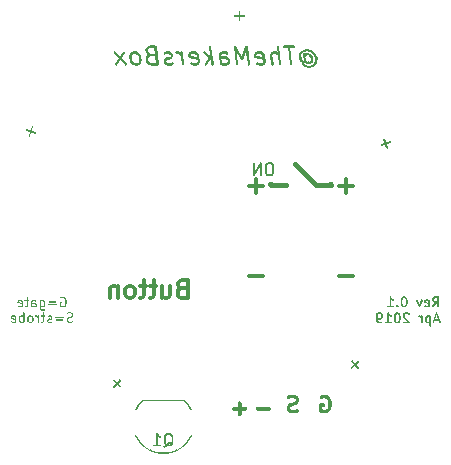
<source format=gbo>
%MOIN*%
%OFA0B0*%
%FSLAX46Y46*%
%IPPOS*%
%LPD*%
%ADD10C,0.0039370078740157488*%
%ADD11C,0.011811023622047244*%
%ADD12C,0.0039370078740157488*%
%ADD13C,0.015748031496062995*%
%ADD14C,0.0078740157480314977*%
%ADD15C,0.011811023622047244*%
G36*
X0000318100Y0002893700D02*
G01*
X0000318700Y0002893800D01*
X0000321700Y0002895300D01*
X0000322199Y0002895600D01*
X0000322700Y0002896000D01*
X0000322900Y0002896600D01*
X0000323000Y0002897200D01*
X0000322900Y0002897800D01*
X0000322700Y0002898300D01*
X0000322199Y0002898800D01*
X0000321700Y0002899100D01*
X0000321100Y0002899200D01*
X0000320499Y0002899100D01*
X0000317499Y0002897600D01*
X0000316900Y0002897300D01*
X0000316500Y0002896800D01*
X0000316200Y0002896300D01*
X0000316099Y0002895700D01*
X0000316200Y0002895100D01*
X0000316500Y0002894500D01*
X0000316900Y0002894100D01*
X0000317499Y0002893800D01*
X0000318100Y0002893700D01*
G37*
G36*
X0000325600Y0002895200D02*
G01*
X0000326200Y0002895300D01*
X0000326699Y0002895600D01*
X0000327200Y0002896000D01*
X0000327400Y0002896600D01*
X0000327500Y0002897200D01*
X0000327400Y0002897800D01*
X0000327200Y0002898300D01*
X0000326699Y0002898800D01*
X0000326200Y0002899100D01*
X0000325600Y0002899200D01*
X0000321100Y0002899200D01*
X0000320499Y0002899100D01*
X0000319900Y0002898800D01*
X0000319500Y0002898300D01*
X0000319200Y0002897800D01*
X0000319099Y0002897200D01*
X0000319200Y0002896600D01*
X0000319500Y0002896000D01*
X0000319900Y0002895600D01*
X0000320499Y0002895300D01*
X0000321100Y0002895200D01*
X0000325600Y0002895200D01*
G37*
G36*
X0000330100Y0002893700D02*
G01*
X0000330700Y0002893800D01*
X0000331199Y0002894100D01*
X0000331700Y0002894500D01*
X0000331900Y0002895100D01*
X0000332000Y0002895700D01*
X0000331900Y0002896300D01*
X0000331700Y0002896800D01*
X0000331199Y0002897300D01*
X0000330700Y0002897600D01*
X0000326200Y0002899100D01*
X0000325600Y0002899200D01*
X0000324899Y0002899100D01*
X0000324400Y0002898800D01*
X0000324000Y0002898300D01*
X0000323699Y0002897800D01*
X0000323599Y0002897200D01*
X0000323699Y0002896600D01*
X0000324000Y0002896000D01*
X0000324400Y0002895600D01*
X0000324899Y0002895300D01*
X0000329399Y0002893800D01*
X0000330100Y0002893700D01*
G37*
G36*
X0000333100Y0002890700D02*
G01*
X0000333700Y0002890799D01*
X0000334199Y0002891100D01*
X0000334600Y0002891500D01*
X0000334900Y0002892100D01*
X0000335000Y0002892700D01*
X0000334900Y0002893300D01*
X0000334600Y0002893800D01*
X0000334199Y0002894300D01*
X0000331199Y0002897300D01*
X0000330700Y0002897600D01*
X0000330100Y0002897700D01*
X0000329399Y0002897600D01*
X0000328900Y0002897300D01*
X0000328500Y0002896800D01*
X0000328199Y0002896300D01*
X0000328099Y0002895700D01*
X0000328199Y0002895100D01*
X0000328500Y0002894500D01*
X0000328900Y0002894100D01*
X0000331900Y0002891100D01*
X0000332400Y0002890799D01*
X0000333100Y0002890700D01*
G37*
G36*
X0000334600Y0002887699D02*
G01*
X0000335200Y0002887800D01*
X0000335699Y0002888099D01*
X0000336100Y0002888499D01*
X0000336400Y0002889100D01*
X0000336500Y0002889700D01*
X0000336400Y0002890300D01*
X0000334900Y0002893300D01*
X0000334600Y0002893800D01*
X0000334199Y0002894300D01*
X0000333700Y0002894600D01*
X0000333100Y0002894700D01*
X0000332400Y0002894600D01*
X0000331900Y0002894300D01*
X0000331500Y0002893800D01*
X0000331199Y0002893300D01*
X0000331099Y0002892700D01*
X0000331199Y0002892100D01*
X0000332699Y0002889100D01*
X0000333000Y0002888499D01*
X0000333400Y0002888099D01*
X0000333900Y0002887800D01*
X0000334600Y0002887699D01*
G37*
G36*
X0000336100Y0002881700D02*
G01*
X0000336700Y0002881800D01*
X0000337199Y0002882100D01*
X0000337600Y0002882500D01*
X0000337900Y0002883100D01*
X0000338000Y0002883700D01*
X0000337900Y0002884300D01*
X0000336400Y0002890300D01*
X0000336100Y0002890799D01*
X0000335699Y0002891300D01*
X0000335200Y0002891599D01*
X0000334600Y0002891700D01*
X0000333900Y0002891599D01*
X0000333400Y0002891300D01*
X0000333000Y0002890799D01*
X0000332699Y0002890300D01*
X0000332599Y0002889700D01*
X0000332699Y0002889100D01*
X0000334199Y0002883100D01*
X0000334500Y0002882500D01*
X0000334900Y0002882100D01*
X0000335400Y0002881800D01*
X0000336100Y0002881700D01*
G37*
G36*
X0000336100Y0002877200D02*
G01*
X0000336700Y0002877300D01*
X0000337199Y0002877600D01*
X0000337600Y0002878000D01*
X0000337900Y0002878600D01*
X0000338000Y0002879199D01*
X0000338000Y0002883700D01*
X0000337900Y0002884300D01*
X0000337600Y0002884800D01*
X0000337199Y0002885300D01*
X0000336700Y0002885600D01*
X0000336100Y0002885700D01*
X0000335400Y0002885600D01*
X0000334900Y0002885300D01*
X0000334500Y0002884800D01*
X0000334199Y0002884300D01*
X0000334099Y0002883700D01*
X0000334099Y0002879199D01*
X0000334199Y0002878600D01*
X0000334500Y0002878000D01*
X0000334900Y0002877600D01*
X0000335400Y0002877300D01*
X0000336100Y0002877200D01*
G37*
G36*
X0000334600Y0002871200D02*
G01*
X0000335200Y0002871300D01*
X0000335699Y0002871600D01*
X0000336100Y0002872000D01*
X0000336400Y0002872600D01*
X0000337900Y0002878600D01*
X0000338000Y0002879199D01*
X0000337900Y0002879800D01*
X0000337600Y0002880300D01*
X0000337199Y0002880799D01*
X0000336700Y0002881100D01*
X0000336100Y0002881200D01*
X0000335400Y0002881100D01*
X0000334900Y0002880799D01*
X0000334500Y0002880300D01*
X0000334199Y0002879800D01*
X0000332699Y0002873800D01*
X0000332599Y0002873200D01*
X0000332699Y0002872600D01*
X0000333000Y0002872000D01*
X0000333400Y0002871600D01*
X0000333900Y0002871300D01*
X0000334600Y0002871200D01*
G37*
G36*
X0000333100Y0002868200D02*
G01*
X0000333700Y0002868300D01*
X0000334199Y0002868600D01*
X0000334600Y0002869000D01*
X0000334900Y0002869600D01*
X0000336400Y0002872600D01*
X0000336500Y0002873200D01*
X0000336400Y0002873800D01*
X0000336100Y0002874300D01*
X0000335699Y0002874800D01*
X0000335200Y0002875100D01*
X0000334600Y0002875200D01*
X0000333900Y0002875100D01*
X0000333400Y0002874800D01*
X0000333000Y0002874300D01*
X0000332699Y0002873800D01*
X0000331199Y0002870800D01*
X0000331099Y0002870200D01*
X0000331199Y0002869600D01*
X0000331500Y0002869000D01*
X0000331900Y0002868600D01*
X0000332400Y0002868300D01*
X0000333100Y0002868200D01*
G37*
G36*
X0000330100Y0002865200D02*
G01*
X0000330700Y0002865300D01*
X0000331199Y0002865600D01*
X0000331700Y0002866000D01*
X0000334600Y0002869000D01*
X0000334900Y0002869600D01*
X0000335000Y0002870200D01*
X0000334900Y0002870800D01*
X0000334600Y0002871300D01*
X0000334199Y0002871800D01*
X0000333700Y0002872100D01*
X0000333100Y0002872200D01*
X0000332400Y0002872100D01*
X0000331900Y0002871800D01*
X0000331500Y0002871300D01*
X0000328900Y0002868799D01*
X0000328500Y0002868300D01*
X0000328199Y0002867800D01*
X0000328099Y0002867199D01*
X0000328199Y0002866600D01*
X0000328500Y0002866000D01*
X0000328900Y0002865600D01*
X0000329399Y0002865300D01*
X0000330100Y0002865200D01*
G37*
G36*
X0000325600Y0002863699D02*
G01*
X0000326200Y0002863800D01*
X0000330700Y0002865300D01*
X0000331199Y0002865600D01*
X0000331700Y0002866000D01*
X0000331900Y0002866600D01*
X0000332000Y0002867199D01*
X0000331900Y0002867800D01*
X0000331700Y0002868300D01*
X0000331199Y0002868799D01*
X0000330700Y0002869100D01*
X0000330100Y0002869200D01*
X0000329399Y0002869100D01*
X0000324899Y0002867599D01*
X0000324400Y0002867300D01*
X0000324000Y0002866799D01*
X0000323699Y0002866300D01*
X0000323599Y0002865700D01*
X0000323699Y0002865100D01*
X0000324000Y0002864499D01*
X0000324400Y0002864099D01*
X0000324899Y0002863800D01*
X0000325600Y0002863699D01*
G37*
G36*
X0000325600Y0002863699D02*
G01*
X0000326200Y0002863800D01*
X0000326699Y0002864099D01*
X0000327200Y0002864499D01*
X0000327400Y0002865100D01*
X0000327500Y0002865700D01*
X0000327400Y0002866300D01*
X0000327200Y0002866799D01*
X0000326699Y0002867300D01*
X0000326200Y0002867599D01*
X0000325600Y0002867700D01*
X0000322600Y0002867700D01*
X0000321899Y0002867599D01*
X0000321400Y0002867300D01*
X0000321000Y0002866799D01*
X0000320700Y0002866300D01*
X0000320599Y0002865700D01*
X0000320700Y0002865100D01*
X0000321000Y0002864499D01*
X0000321400Y0002864099D01*
X0000321899Y0002863800D01*
X0000322600Y0002863699D01*
X0000325600Y0002863699D01*
G37*
G36*
X0000322600Y0002863699D02*
G01*
X0000323200Y0002863800D01*
X0000323699Y0002864099D01*
X0000324200Y0002864499D01*
X0000324400Y0002865100D01*
X0000324500Y0002865700D01*
X0000324400Y0002866300D01*
X0000324200Y0002866799D01*
X0000323699Y0002867300D01*
X0000323200Y0002867599D01*
X0000318700Y0002869100D01*
X0000318100Y0002869200D01*
X0000317499Y0002869100D01*
X0000316900Y0002868799D01*
X0000316500Y0002868300D01*
X0000316200Y0002867800D01*
X0000316099Y0002867199D01*
X0000316200Y0002866600D01*
X0000316500Y0002866000D01*
X0000316900Y0002865600D01*
X0000317499Y0002865300D01*
X0000321899Y0002863800D01*
X0000322600Y0002863699D01*
G37*
G36*
X0000318100Y0002865200D02*
G01*
X0000318700Y0002865300D01*
X0000319200Y0002865600D01*
X0000319700Y0002866000D01*
X0000319900Y0002866600D01*
X0000320000Y0002867199D01*
X0000319900Y0002867800D01*
X0000319700Y0002868300D01*
X0000319200Y0002868799D01*
X0000319200Y0002868799D01*
X0000317700Y0002870300D01*
X0000317200Y0002870600D01*
X0000316600Y0002870700D01*
X0000315999Y0002870600D01*
X0000315400Y0002870300D01*
X0000315000Y0002869800D01*
X0000314700Y0002869300D01*
X0000314600Y0002868700D01*
X0000314700Y0002868100D01*
X0000315000Y0002867500D01*
X0000315400Y0002867100D01*
X0000315400Y0002867100D01*
X0000316500Y0002866000D01*
X0000316900Y0002865600D01*
X0000317499Y0002865300D01*
X0000318100Y0002865200D01*
G37*
G36*
X0000316600Y0002866700D02*
G01*
X0000317200Y0002866799D01*
X0000317700Y0002867100D01*
X0000318200Y0002867500D01*
X0000318400Y0002868100D01*
X0000318500Y0002868700D01*
X0000318500Y0002879199D01*
X0000318400Y0002879800D01*
X0000318200Y0002880300D01*
X0000317700Y0002880799D01*
X0000317200Y0002881100D01*
X0000316600Y0002881200D01*
X0000315999Y0002881100D01*
X0000315400Y0002880799D01*
X0000315000Y0002880300D01*
X0000314700Y0002879800D01*
X0000314600Y0002879199D01*
X0000314600Y0002868700D01*
X0000314700Y0002868100D01*
X0000315000Y0002867500D01*
X0000315400Y0002867100D01*
X0000315999Y0002866799D01*
X0000316600Y0002866700D01*
G37*
G36*
X0000322600Y0002877200D02*
G01*
X0000323200Y0002877300D01*
X0000323699Y0002877600D01*
X0000324200Y0002878000D01*
X0000324400Y0002878600D01*
X0000324500Y0002879199D01*
X0000324400Y0002879800D01*
X0000324200Y0002880300D01*
X0000323699Y0002880799D01*
X0000323200Y0002881100D01*
X0000322600Y0002881200D01*
X0000316600Y0002881200D01*
X0000315999Y0002881100D01*
X0000315400Y0002880799D01*
X0000315000Y0002880300D01*
X0000314700Y0002879800D01*
X0000314600Y0002879199D01*
X0000314700Y0002878600D01*
X0000315000Y0002878000D01*
X0000315400Y0002877600D01*
X0000315999Y0002877300D01*
X0000316600Y0002877200D01*
X0000322600Y0002877200D01*
G37*
G36*
X0000303100Y0002880200D02*
G01*
X0000303700Y0002880300D01*
X0000304200Y0002880600D01*
X0000304700Y0002881000D01*
X0000304900Y0002881600D01*
X0000305000Y0002882200D01*
X0000304900Y0002882800D01*
X0000304700Y0002883300D01*
X0000304200Y0002883800D01*
X0000303700Y0002884100D01*
X0000303100Y0002884200D01*
X0000279100Y0002884200D01*
X0000278500Y0002884100D01*
X0000277900Y0002883800D01*
X0000277500Y0002883300D01*
X0000277200Y0002882800D01*
X0000277100Y0002882200D01*
X0000277200Y0002881600D01*
X0000277500Y0002881000D01*
X0000277900Y0002880600D01*
X0000278500Y0002880300D01*
X0000279100Y0002880200D01*
X0000303100Y0002880200D01*
G37*
G36*
X0000303100Y0002871200D02*
G01*
X0000303700Y0002871300D01*
X0000304200Y0002871600D01*
X0000304700Y0002872000D01*
X0000304900Y0002872600D01*
X0000305000Y0002873200D01*
X0000304900Y0002873800D01*
X0000304700Y0002874300D01*
X0000304200Y0002874800D01*
X0000303700Y0002875100D01*
X0000303100Y0002875200D01*
X0000279100Y0002875200D01*
X0000278500Y0002875100D01*
X0000277900Y0002874800D01*
X0000277500Y0002874300D01*
X0000277200Y0002873800D01*
X0000277100Y0002873200D01*
X0000277200Y0002872600D01*
X0000277500Y0002872000D01*
X0000277900Y0002871600D01*
X0000278500Y0002871300D01*
X0000279100Y0002871200D01*
X0000303100Y0002871200D01*
G37*
G36*
X0000250600Y0002859200D02*
G01*
X0000251199Y0002859300D01*
X0000251699Y0002859600D01*
X0000252199Y0002860000D01*
X0000252400Y0002860600D01*
X0000252500Y0002861200D01*
X0000252500Y0002886700D01*
X0000252400Y0002887299D01*
X0000252199Y0002887800D01*
X0000251699Y0002888300D01*
X0000251199Y0002888600D01*
X0000250600Y0002888700D01*
X0000250000Y0002888600D01*
X0000249400Y0002888300D01*
X0000249000Y0002887800D01*
X0000248700Y0002887299D01*
X0000248600Y0002886700D01*
X0000248600Y0002861200D01*
X0000248700Y0002860600D01*
X0000249000Y0002860000D01*
X0000249400Y0002859600D01*
X0000250000Y0002859300D01*
X0000250600Y0002859200D01*
G37*
G36*
X0000252100Y0002856200D02*
G01*
X0000252699Y0002856300D01*
X0000253199Y0002856600D01*
X0000253699Y0002857000D01*
X0000253900Y0002857600D01*
X0000254000Y0002858200D01*
X0000253900Y0002858800D01*
X0000252400Y0002861800D01*
X0000252199Y0002862300D01*
X0000251699Y0002862800D01*
X0000251199Y0002863100D01*
X0000250600Y0002863200D01*
X0000250000Y0002863100D01*
X0000249400Y0002862800D01*
X0000249000Y0002862300D01*
X0000248700Y0002861800D01*
X0000248600Y0002861200D01*
X0000248700Y0002860600D01*
X0000250199Y0002857600D01*
X0000250500Y0002857000D01*
X0000250900Y0002856600D01*
X0000251500Y0002856300D01*
X0000252100Y0002856200D01*
G37*
G36*
X0000253600Y0002854700D02*
G01*
X0000254199Y0002854799D01*
X0000254699Y0002855100D01*
X0000255199Y0002855500D01*
X0000255400Y0002856100D01*
X0000255500Y0002856700D01*
X0000255400Y0002857300D01*
X0000255199Y0002857800D01*
X0000253199Y0002859800D01*
X0000252699Y0002860100D01*
X0000252100Y0002860200D01*
X0000251500Y0002860100D01*
X0000250900Y0002859800D01*
X0000250500Y0002859300D01*
X0000250199Y0002858800D01*
X0000250100Y0002858200D01*
X0000250199Y0002857600D01*
X0000250500Y0002857000D01*
X0000252400Y0002855100D01*
X0000253000Y0002854799D01*
X0000253600Y0002854700D01*
G37*
G36*
X0000256600Y0002853200D02*
G01*
X0000257199Y0002853300D01*
X0000257699Y0002853600D01*
X0000258199Y0002854000D01*
X0000258400Y0002854600D01*
X0000258500Y0002855199D01*
X0000258400Y0002855800D01*
X0000258199Y0002856300D01*
X0000257699Y0002856799D01*
X0000257199Y0002857100D01*
X0000254199Y0002858600D01*
X0000253600Y0002858700D01*
X0000253000Y0002858600D01*
X0000252400Y0002858300D01*
X0000252000Y0002857800D01*
X0000251699Y0002857300D01*
X0000251600Y0002856700D01*
X0000251699Y0002856100D01*
X0000252000Y0002855500D01*
X0000252400Y0002855100D01*
X0000253000Y0002854799D01*
X0000256000Y0002853300D01*
X0000256600Y0002853200D01*
G37*
G36*
X0000261100Y0002853200D02*
G01*
X0000261700Y0002853300D01*
X0000262200Y0002853600D01*
X0000262700Y0002854000D01*
X0000262900Y0002854600D01*
X0000263000Y0002855199D01*
X0000262900Y0002855800D01*
X0000262700Y0002856300D01*
X0000262200Y0002856799D01*
X0000261700Y0002857100D01*
X0000261100Y0002857200D01*
X0000256600Y0002857200D01*
X0000256000Y0002857100D01*
X0000255400Y0002856799D01*
X0000255000Y0002856300D01*
X0000254699Y0002855800D01*
X0000254600Y0002855199D01*
X0000254699Y0002854600D01*
X0000255000Y0002854000D01*
X0000255400Y0002853600D01*
X0000256000Y0002853300D01*
X0000256600Y0002853200D01*
X0000261100Y0002853200D01*
G37*
G36*
X0000261100Y0002853200D02*
G01*
X0000261700Y0002853300D01*
X0000264700Y0002854799D01*
X0000265200Y0002855100D01*
X0000265700Y0002855500D01*
X0000265900Y0002856100D01*
X0000266000Y0002856700D01*
X0000265900Y0002857300D01*
X0000265700Y0002857800D01*
X0000265200Y0002858300D01*
X0000264700Y0002858600D01*
X0000264100Y0002858700D01*
X0000263500Y0002858600D01*
X0000260500Y0002857100D01*
X0000259900Y0002856799D01*
X0000259500Y0002856300D01*
X0000259200Y0002855800D01*
X0000259100Y0002855199D01*
X0000259200Y0002854600D01*
X0000259500Y0002854000D01*
X0000259900Y0002853600D01*
X0000260500Y0002853300D01*
X0000261100Y0002853200D01*
G37*
G36*
X0000253600Y0002863699D02*
G01*
X0000254199Y0002863800D01*
X0000254699Y0002864099D01*
X0000255199Y0002864499D01*
X0000255400Y0002865100D01*
X0000255500Y0002865700D01*
X0000255400Y0002866300D01*
X0000255199Y0002866799D01*
X0000254699Y0002867300D01*
X0000254199Y0002867599D01*
X0000251199Y0002869100D01*
X0000250600Y0002869200D01*
X0000250000Y0002869100D01*
X0000249400Y0002868799D01*
X0000249000Y0002868300D01*
X0000248700Y0002867800D01*
X0000248600Y0002867199D01*
X0000248700Y0002866600D01*
X0000249000Y0002866000D01*
X0000249400Y0002865600D01*
X0000250000Y0002865300D01*
X0000253000Y0002863800D01*
X0000253600Y0002863699D01*
G37*
G36*
X0000259600Y0002863699D02*
G01*
X0000260200Y0002863800D01*
X0000260700Y0002864099D01*
X0000261200Y0002864499D01*
X0000261400Y0002865100D01*
X0000261500Y0002865700D01*
X0000261400Y0002866300D01*
X0000261200Y0002866799D01*
X0000260700Y0002867300D01*
X0000260200Y0002867599D01*
X0000259600Y0002867700D01*
X0000253600Y0002867700D01*
X0000253000Y0002867599D01*
X0000252400Y0002867300D01*
X0000252000Y0002866799D01*
X0000251699Y0002866300D01*
X0000251600Y0002865700D01*
X0000251699Y0002865100D01*
X0000252000Y0002864499D01*
X0000252400Y0002864099D01*
X0000253000Y0002863800D01*
X0000253600Y0002863699D01*
X0000259600Y0002863699D01*
G37*
G36*
X0000259600Y0002863699D02*
G01*
X0000260200Y0002863800D01*
X0000263200Y0002865300D01*
X0000263700Y0002865600D01*
X0000264200Y0002866000D01*
X0000264400Y0002866600D01*
X0000264500Y0002867199D01*
X0000264400Y0002867800D01*
X0000264200Y0002868300D01*
X0000263700Y0002868799D01*
X0000263200Y0002869100D01*
X0000262600Y0002869200D01*
X0000262000Y0002869100D01*
X0000259000Y0002867599D01*
X0000258400Y0002867300D01*
X0000258000Y0002866799D01*
X0000257699Y0002866300D01*
X0000257600Y0002865700D01*
X0000257699Y0002865100D01*
X0000258000Y0002864499D01*
X0000258400Y0002864099D01*
X0000259000Y0002863800D01*
X0000259600Y0002863699D01*
G37*
G36*
X0000262600Y0002865200D02*
G01*
X0000263200Y0002865300D01*
X0000263700Y0002865600D01*
X0000264200Y0002866000D01*
X0000265200Y0002867100D01*
X0000265700Y0002867500D01*
X0000265900Y0002868100D01*
X0000266000Y0002868700D01*
X0000265900Y0002869300D01*
X0000265700Y0002869800D01*
X0000265200Y0002870300D01*
X0000264700Y0002870600D01*
X0000264100Y0002870700D01*
X0000263500Y0002870600D01*
X0000262900Y0002870300D01*
X0000261400Y0002868799D01*
X0000261400Y0002868799D01*
X0000261000Y0002868300D01*
X0000260700Y0002867800D01*
X0000260600Y0002867199D01*
X0000260700Y0002866600D01*
X0000261000Y0002866000D01*
X0000261400Y0002865600D01*
X0000262000Y0002865300D01*
X0000262600Y0002865200D01*
G37*
G36*
X0000264100Y0002866700D02*
G01*
X0000264700Y0002866799D01*
X0000265200Y0002867100D01*
X0000265700Y0002867500D01*
X0000265900Y0002868100D01*
X0000267400Y0002871100D01*
X0000267500Y0002871700D01*
X0000267400Y0002872300D01*
X0000267200Y0002872800D01*
X0000266700Y0002873300D01*
X0000266200Y0002873600D01*
X0000265600Y0002873700D01*
X0000265000Y0002873600D01*
X0000264400Y0002873300D01*
X0000264000Y0002872800D01*
X0000263700Y0002872300D01*
X0000262200Y0002869300D01*
X0000262100Y0002868700D01*
X0000262200Y0002868100D01*
X0000262500Y0002867500D01*
X0000262900Y0002867100D01*
X0000263500Y0002866799D01*
X0000264100Y0002866700D01*
G37*
G36*
X0000265600Y0002869700D02*
G01*
X0000266200Y0002869800D01*
X0000266700Y0002870100D01*
X0000267200Y0002870500D01*
X0000267400Y0002871100D01*
X0000267500Y0002871700D01*
X0000267500Y0002880700D01*
X0000267400Y0002881300D01*
X0000267200Y0002881800D01*
X0000266700Y0002882300D01*
X0000266200Y0002882600D01*
X0000265600Y0002882700D01*
X0000265000Y0002882600D01*
X0000264400Y0002882300D01*
X0000264000Y0002881800D01*
X0000263700Y0002881300D01*
X0000263600Y0002880700D01*
X0000263600Y0002871700D01*
X0000263700Y0002871100D01*
X0000264000Y0002870500D01*
X0000264400Y0002870100D01*
X0000265000Y0002869800D01*
X0000265600Y0002869700D01*
G37*
G36*
X0000265600Y0002878700D02*
G01*
X0000266200Y0002878799D01*
X0000266700Y0002879100D01*
X0000267200Y0002879500D01*
X0000267400Y0002880100D01*
X0000267500Y0002880700D01*
X0000267400Y0002881300D01*
X0000265900Y0002884300D01*
X0000265700Y0002884800D01*
X0000265200Y0002885300D01*
X0000264700Y0002885600D01*
X0000264100Y0002885700D01*
X0000263500Y0002885600D01*
X0000262900Y0002885300D01*
X0000262500Y0002884800D01*
X0000262200Y0002884300D01*
X0000262100Y0002883700D01*
X0000262200Y0002883100D01*
X0000263700Y0002880100D01*
X0000264000Y0002879500D01*
X0000264400Y0002879100D01*
X0000265000Y0002878799D01*
X0000265600Y0002878700D01*
G37*
G36*
X0000264100Y0002881700D02*
G01*
X0000264700Y0002881800D01*
X0000265200Y0002882100D01*
X0000265700Y0002882500D01*
X0000265900Y0002883100D01*
X0000266000Y0002883700D01*
X0000265900Y0002884300D01*
X0000265700Y0002884800D01*
X0000263700Y0002886800D01*
X0000263200Y0002887100D01*
X0000262600Y0002887200D01*
X0000262000Y0002887100D01*
X0000261400Y0002886800D01*
X0000261000Y0002886300D01*
X0000260700Y0002885800D01*
X0000260600Y0002885200D01*
X0000260700Y0002884600D01*
X0000261000Y0002884000D01*
X0000262900Y0002882100D01*
X0000263500Y0002881800D01*
X0000264100Y0002881700D01*
G37*
G36*
X0000262600Y0002883200D02*
G01*
X0000263200Y0002883300D01*
X0000263700Y0002883600D01*
X0000264200Y0002884000D01*
X0000264400Y0002884600D01*
X0000264500Y0002885200D01*
X0000264400Y0002885800D01*
X0000264200Y0002886300D01*
X0000263700Y0002886800D01*
X0000263200Y0002887100D01*
X0000260200Y0002888600D01*
X0000259600Y0002888700D01*
X0000259000Y0002888600D01*
X0000258400Y0002888300D01*
X0000258000Y0002887800D01*
X0000257699Y0002887299D01*
X0000257600Y0002886700D01*
X0000257699Y0002886100D01*
X0000258000Y0002885500D01*
X0000258400Y0002885100D01*
X0000259000Y0002884800D01*
X0000262000Y0002883300D01*
X0000262600Y0002883200D01*
G37*
G36*
X0000259600Y0002884700D02*
G01*
X0000260200Y0002884800D01*
X0000260700Y0002885100D01*
X0000261200Y0002885500D01*
X0000261400Y0002886100D01*
X0000261500Y0002886700D01*
X0000261400Y0002887299D01*
X0000261200Y0002887800D01*
X0000260700Y0002888300D01*
X0000260200Y0002888600D01*
X0000259600Y0002888700D01*
X0000253600Y0002888700D01*
X0000253000Y0002888600D01*
X0000252400Y0002888300D01*
X0000252000Y0002887800D01*
X0000251699Y0002887299D01*
X0000251600Y0002886700D01*
X0000251699Y0002886100D01*
X0000252000Y0002885500D01*
X0000252400Y0002885100D01*
X0000253000Y0002884800D01*
X0000253600Y0002884700D01*
X0000259600Y0002884700D01*
G37*
G36*
X0000250600Y0002883200D02*
G01*
X0000251199Y0002883300D01*
X0000254199Y0002884800D01*
X0000254699Y0002885100D01*
X0000255199Y0002885500D01*
X0000255400Y0002886100D01*
X0000255500Y0002886700D01*
X0000255400Y0002887299D01*
X0000255199Y0002887800D01*
X0000254699Y0002888300D01*
X0000254199Y0002888600D01*
X0000253600Y0002888700D01*
X0000253000Y0002888600D01*
X0000250000Y0002887100D01*
X0000249400Y0002886800D01*
X0000249000Y0002886300D01*
X0000248700Y0002885800D01*
X0000248600Y0002885200D01*
X0000248700Y0002884600D01*
X0000249000Y0002884000D01*
X0000249400Y0002883600D01*
X0000250000Y0002883300D01*
X0000250600Y0002883200D01*
G37*
G36*
X0000222100Y0002863699D02*
G01*
X0000222700Y0002863800D01*
X0000223200Y0002864099D01*
X0000223700Y0002864499D01*
X0000223900Y0002865100D01*
X0000224000Y0002865700D01*
X0000224000Y0002882200D01*
X0000223900Y0002882800D01*
X0000223700Y0002883300D01*
X0000223200Y0002883800D01*
X0000222700Y0002884100D01*
X0000222100Y0002884200D01*
X0000221500Y0002884100D01*
X0000220900Y0002883800D01*
X0000220500Y0002883300D01*
X0000220200Y0002882800D01*
X0000220100Y0002882200D01*
X0000220100Y0002865700D01*
X0000220200Y0002865100D01*
X0000220500Y0002864499D01*
X0000220900Y0002864099D01*
X0000221500Y0002863800D01*
X0000222100Y0002863699D01*
G37*
G36*
X0000222100Y0002880200D02*
G01*
X0000222700Y0002880300D01*
X0000223200Y0002880600D01*
X0000223700Y0002881000D01*
X0000223900Y0002881600D01*
X0000225400Y0002884600D01*
X0000225500Y0002885200D01*
X0000225400Y0002885800D01*
X0000225200Y0002886300D01*
X0000224700Y0002886800D01*
X0000224200Y0002887100D01*
X0000223600Y0002887200D01*
X0000223000Y0002887100D01*
X0000222400Y0002886800D01*
X0000222000Y0002886300D01*
X0000221700Y0002885800D01*
X0000220200Y0002882800D01*
X0000220100Y0002882200D01*
X0000220200Y0002881600D01*
X0000220500Y0002881000D01*
X0000220900Y0002880600D01*
X0000221500Y0002880300D01*
X0000222100Y0002880200D01*
G37*
G36*
X0000223600Y0002883200D02*
G01*
X0000224200Y0002883300D01*
X0000227200Y0002884800D01*
X0000227700Y0002885100D01*
X0000228200Y0002885500D01*
X0000228400Y0002886100D01*
X0000228500Y0002886700D01*
X0000228400Y0002887299D01*
X0000228200Y0002887800D01*
X0000227700Y0002888300D01*
X0000227200Y0002888600D01*
X0000226600Y0002888700D01*
X0000226000Y0002888600D01*
X0000223000Y0002887100D01*
X0000222400Y0002886800D01*
X0000222000Y0002886300D01*
X0000221700Y0002885800D01*
X0000221600Y0002885200D01*
X0000221700Y0002884600D01*
X0000222000Y0002884000D01*
X0000222400Y0002883600D01*
X0000223000Y0002883300D01*
X0000223600Y0002883200D01*
G37*
G36*
X0000232600Y0002884700D02*
G01*
X0000233200Y0002884800D01*
X0000233700Y0002885100D01*
X0000234200Y0002885500D01*
X0000234400Y0002886100D01*
X0000234500Y0002886700D01*
X0000234400Y0002887299D01*
X0000234200Y0002887800D01*
X0000233700Y0002888300D01*
X0000233200Y0002888600D01*
X0000232600Y0002888700D01*
X0000226600Y0002888700D01*
X0000226000Y0002888600D01*
X0000225400Y0002888300D01*
X0000225000Y0002887800D01*
X0000224700Y0002887299D01*
X0000224600Y0002886700D01*
X0000224700Y0002886100D01*
X0000225000Y0002885500D01*
X0000225400Y0002885100D01*
X0000226000Y0002884800D01*
X0000226600Y0002884700D01*
X0000232600Y0002884700D01*
G37*
G36*
X0000235600Y0002883200D02*
G01*
X0000236200Y0002883300D01*
X0000236700Y0002883600D01*
X0000237200Y0002884000D01*
X0000237400Y0002884600D01*
X0000237500Y0002885200D01*
X0000237400Y0002885800D01*
X0000237200Y0002886300D01*
X0000236700Y0002886800D01*
X0000236200Y0002887100D01*
X0000233200Y0002888600D01*
X0000232600Y0002888700D01*
X0000232000Y0002888600D01*
X0000231400Y0002888300D01*
X0000231000Y0002887800D01*
X0000230700Y0002887299D01*
X0000230600Y0002886700D01*
X0000230700Y0002886100D01*
X0000231000Y0002885500D01*
X0000231400Y0002885100D01*
X0000232000Y0002884800D01*
X0000235000Y0002883300D01*
X0000235600Y0002883200D01*
G37*
G36*
X0000225100Y0002863699D02*
G01*
X0000225700Y0002863800D01*
X0000226200Y0002864099D01*
X0000226700Y0002864499D01*
X0000226900Y0002865100D01*
X0000227000Y0002865700D01*
X0000226900Y0002866300D01*
X0000226700Y0002866799D01*
X0000226200Y0002867300D01*
X0000225700Y0002867599D01*
X0000222700Y0002869100D01*
X0000222100Y0002869200D01*
X0000221500Y0002869100D01*
X0000220900Y0002868799D01*
X0000220500Y0002868300D01*
X0000220200Y0002867800D01*
X0000220100Y0002867199D01*
X0000220200Y0002866600D01*
X0000220500Y0002866000D01*
X0000220900Y0002865600D01*
X0000221500Y0002865300D01*
X0000224500Y0002863800D01*
X0000225100Y0002863699D01*
G37*
G36*
X0000232600Y0002863699D02*
G01*
X0000233200Y0002863800D01*
X0000233700Y0002864099D01*
X0000234200Y0002864499D01*
X0000234400Y0002865100D01*
X0000234500Y0002865700D01*
X0000234400Y0002866300D01*
X0000234200Y0002866799D01*
X0000233700Y0002867300D01*
X0000233200Y0002867599D01*
X0000232600Y0002867700D01*
X0000225100Y0002867700D01*
X0000224500Y0002867599D01*
X0000223900Y0002867300D01*
X0000223500Y0002866799D01*
X0000223200Y0002866300D01*
X0000223100Y0002865700D01*
X0000223200Y0002865100D01*
X0000223500Y0002864499D01*
X0000223900Y0002864099D01*
X0000224500Y0002863800D01*
X0000225100Y0002863699D01*
X0000232600Y0002863699D01*
G37*
G36*
X0000232600Y0002863699D02*
G01*
X0000233200Y0002863800D01*
X0000236200Y0002865300D01*
X0000236700Y0002865600D01*
X0000237200Y0002866000D01*
X0000237400Y0002866600D01*
X0000237500Y0002867199D01*
X0000237400Y0002867800D01*
X0000237200Y0002868300D01*
X0000236700Y0002868799D01*
X0000236200Y0002869100D01*
X0000235600Y0002869200D01*
X0000235000Y0002869100D01*
X0000232000Y0002867599D01*
X0000231400Y0002867300D01*
X0000231000Y0002866799D01*
X0000230700Y0002866300D01*
X0000230600Y0002865700D01*
X0000230700Y0002865100D01*
X0000231000Y0002864499D01*
X0000231400Y0002864099D01*
X0000232000Y0002863800D01*
X0000232600Y0002863699D01*
G37*
G36*
X0000235600Y0002865200D02*
G01*
X0000236200Y0002865300D01*
X0000236700Y0002865600D01*
X0000237200Y0002866000D01*
X0000237400Y0002866600D01*
X0000238900Y0002869600D01*
X0000239000Y0002870200D01*
X0000238900Y0002870800D01*
X0000238700Y0002871300D01*
X0000238200Y0002871800D01*
X0000237700Y0002872100D01*
X0000237100Y0002872200D01*
X0000236500Y0002872100D01*
X0000235900Y0002871800D01*
X0000235500Y0002871300D01*
X0000235200Y0002870800D01*
X0000233700Y0002867800D01*
X0000233600Y0002867199D01*
X0000233700Y0002866600D01*
X0000234000Y0002866000D01*
X0000234400Y0002865600D01*
X0000235000Y0002865300D01*
X0000235600Y0002865200D01*
G37*
G36*
X0000237100Y0002868200D02*
G01*
X0000237700Y0002868300D01*
X0000238200Y0002868600D01*
X0000238700Y0002869000D01*
X0000238900Y0002869600D01*
X0000239000Y0002870200D01*
X0000239000Y0002873200D01*
X0000238900Y0002873800D01*
X0000238700Y0002874300D01*
X0000238200Y0002874800D01*
X0000237700Y0002875100D01*
X0000237100Y0002875200D01*
X0000236500Y0002875100D01*
X0000235900Y0002874800D01*
X0000235500Y0002874300D01*
X0000235200Y0002873800D01*
X0000235100Y0002873200D01*
X0000235100Y0002870200D01*
X0000235200Y0002869600D01*
X0000235500Y0002869000D01*
X0000235900Y0002868600D01*
X0000236500Y0002868300D01*
X0000237100Y0002868200D01*
G37*
G36*
X0000237100Y0002871200D02*
G01*
X0000237700Y0002871300D01*
X0000238200Y0002871600D01*
X0000238700Y0002872000D01*
X0000238900Y0002872600D01*
X0000239000Y0002873200D01*
X0000238900Y0002873800D01*
X0000237400Y0002876800D01*
X0000237200Y0002877300D01*
X0000236700Y0002877800D01*
X0000236200Y0002878100D01*
X0000235600Y0002878200D01*
X0000235000Y0002878100D01*
X0000234400Y0002877800D01*
X0000234000Y0002877300D01*
X0000233700Y0002876800D01*
X0000233600Y0002876200D01*
X0000233700Y0002875600D01*
X0000235200Y0002872600D01*
X0000235500Y0002872000D01*
X0000235900Y0002871600D01*
X0000236500Y0002871300D01*
X0000237100Y0002871200D01*
G37*
G36*
X0000235600Y0002874200D02*
G01*
X0000236200Y0002874300D01*
X0000236700Y0002874600D01*
X0000237200Y0002875000D01*
X0000237400Y0002875600D01*
X0000237500Y0002876200D01*
X0000237400Y0002876800D01*
X0000237200Y0002877300D01*
X0000236700Y0002877800D01*
X0000236200Y0002878100D01*
X0000233200Y0002879599D01*
X0000232600Y0002879700D01*
X0000232000Y0002879599D01*
X0000231400Y0002879300D01*
X0000231000Y0002878799D01*
X0000230700Y0002878300D01*
X0000230600Y0002877700D01*
X0000230700Y0002877100D01*
X0000231000Y0002876499D01*
X0000231400Y0002876099D01*
X0000232000Y0002875800D01*
X0000235000Y0002874300D01*
X0000235600Y0002874200D01*
G37*
G36*
X0000232600Y0002875699D02*
G01*
X0000233200Y0002875800D01*
X0000233700Y0002876099D01*
X0000234200Y0002876499D01*
X0000234400Y0002877100D01*
X0000234500Y0002877700D01*
X0000234400Y0002878300D01*
X0000234200Y0002878799D01*
X0000233700Y0002879300D01*
X0000233200Y0002879599D01*
X0000232600Y0002879700D01*
X0000225100Y0002879700D01*
X0000224500Y0002879599D01*
X0000223900Y0002879300D01*
X0000223500Y0002878799D01*
X0000223200Y0002878300D01*
X0000223100Y0002877700D01*
X0000223200Y0002877100D01*
X0000223500Y0002876499D01*
X0000223900Y0002876099D01*
X0000224500Y0002875800D01*
X0000225100Y0002875699D01*
X0000232600Y0002875699D01*
G37*
G36*
X0000225100Y0002875699D02*
G01*
X0000225700Y0002875800D01*
X0000226200Y0002876099D01*
X0000226700Y0002876499D01*
X0000226900Y0002877100D01*
X0000227000Y0002877700D01*
X0000226900Y0002878300D01*
X0000226700Y0002878799D01*
X0000226200Y0002879300D01*
X0000225700Y0002879599D01*
X0000222700Y0002881100D01*
X0000222100Y0002881200D01*
X0000221500Y0002881100D01*
X0000220900Y0002880799D01*
X0000220500Y0002880300D01*
X0000220200Y0002879800D01*
X0000220100Y0002879199D01*
X0000220200Y0002878600D01*
X0000220500Y0002878000D01*
X0000220900Y0002877600D01*
X0000221500Y0002877300D01*
X0000224500Y0002875800D01*
X0000225100Y0002875699D01*
G37*
G36*
X0000211600Y0002884700D02*
G01*
X0000212200Y0002884800D01*
X0000212700Y0002885100D01*
X0000213200Y0002885500D01*
X0000213400Y0002886100D01*
X0000213500Y0002886700D01*
X0000213400Y0002887299D01*
X0000213200Y0002887800D01*
X0000212700Y0002888300D01*
X0000212200Y0002888600D01*
X0000211600Y0002888700D01*
X0000199600Y0002888700D01*
X0000199000Y0002888600D01*
X0000198400Y0002888300D01*
X0000198000Y0002887800D01*
X0000197700Y0002887299D01*
X0000197600Y0002886700D01*
X0000197700Y0002886100D01*
X0000198000Y0002885500D01*
X0000198400Y0002885100D01*
X0000199000Y0002884800D01*
X0000199600Y0002884700D01*
X0000211600Y0002884700D01*
G37*
G36*
X0000207100Y0002868200D02*
G01*
X0000207700Y0002868300D01*
X0000208200Y0002868600D01*
X0000208700Y0002869000D01*
X0000208900Y0002869600D01*
X0000209000Y0002870200D01*
X0000209000Y0002897200D01*
X0000208900Y0002897800D01*
X0000208700Y0002898300D01*
X0000208200Y0002898800D01*
X0000207700Y0002899100D01*
X0000207100Y0002899200D01*
X0000206500Y0002899100D01*
X0000205900Y0002898800D01*
X0000205500Y0002898300D01*
X0000205200Y0002897800D01*
X0000205100Y0002897200D01*
X0000205100Y0002870200D01*
X0000205200Y0002869600D01*
X0000205500Y0002869000D01*
X0000205900Y0002868600D01*
X0000206500Y0002868300D01*
X0000207100Y0002868200D01*
G37*
G36*
X0000205600Y0002865200D02*
G01*
X0000206200Y0002865300D01*
X0000206700Y0002865600D01*
X0000207200Y0002866000D01*
X0000207400Y0002866600D01*
X0000208900Y0002869600D01*
X0000209000Y0002870200D01*
X0000208900Y0002870800D01*
X0000208700Y0002871300D01*
X0000208200Y0002871800D01*
X0000207700Y0002872100D01*
X0000207100Y0002872200D01*
X0000206500Y0002872100D01*
X0000205900Y0002871800D01*
X0000205500Y0002871300D01*
X0000205200Y0002870800D01*
X0000203700Y0002867800D01*
X0000203600Y0002867199D01*
X0000203700Y0002866600D01*
X0000204000Y0002866000D01*
X0000204400Y0002865600D01*
X0000204999Y0002865300D01*
X0000205600Y0002865200D01*
G37*
G36*
X0000202600Y0002863699D02*
G01*
X0000203200Y0002863800D01*
X0000206200Y0002865300D01*
X0000206700Y0002865600D01*
X0000207200Y0002866000D01*
X0000207400Y0002866600D01*
X0000207500Y0002867199D01*
X0000207400Y0002867800D01*
X0000207200Y0002868300D01*
X0000206700Y0002868799D01*
X0000206200Y0002869100D01*
X0000205600Y0002869200D01*
X0000204999Y0002869100D01*
X0000202000Y0002867599D01*
X0000201400Y0002867300D01*
X0000201000Y0002866799D01*
X0000200700Y0002866300D01*
X0000200600Y0002865700D01*
X0000200700Y0002865100D01*
X0000201000Y0002864499D01*
X0000201400Y0002864099D01*
X0000202000Y0002863800D01*
X0000202600Y0002863699D01*
G37*
G36*
X0000202600Y0002863699D02*
G01*
X0000203200Y0002863800D01*
X0000203700Y0002864099D01*
X0000204200Y0002864499D01*
X0000204400Y0002865100D01*
X0000204500Y0002865700D01*
X0000204400Y0002866300D01*
X0000204200Y0002866799D01*
X0000203700Y0002867300D01*
X0000203200Y0002867599D01*
X0000202600Y0002867700D01*
X0000199600Y0002867700D01*
X0000199000Y0002867599D01*
X0000198400Y0002867300D01*
X0000198000Y0002866799D01*
X0000197700Y0002866300D01*
X0000197600Y0002865700D01*
X0000197700Y0002865100D01*
X0000198000Y0002864499D01*
X0000198400Y0002864099D01*
X0000199000Y0002863800D01*
X0000199600Y0002863699D01*
X0000202600Y0002863699D01*
G37*
G36*
X0000180100Y0002863699D02*
G01*
X0000180699Y0002863800D01*
X0000181200Y0002864099D01*
X0000181700Y0002864499D01*
X0000181900Y0002865100D01*
X0000182000Y0002865700D01*
X0000181900Y0002866300D01*
X0000181700Y0002866799D01*
X0000181200Y0002867300D01*
X0000180699Y0002867599D01*
X0000177699Y0002869100D01*
X0000177100Y0002869200D01*
X0000176500Y0002869100D01*
X0000175900Y0002868799D01*
X0000175499Y0002868300D01*
X0000175200Y0002867800D01*
X0000175100Y0002867199D01*
X0000175200Y0002866600D01*
X0000175499Y0002866000D01*
X0000175900Y0002865600D01*
X0000176500Y0002865300D01*
X0000179500Y0002863800D01*
X0000180100Y0002863699D01*
G37*
G36*
X0000186099Y0002863699D02*
G01*
X0000186700Y0002863800D01*
X0000187200Y0002864099D01*
X0000187700Y0002864499D01*
X0000187900Y0002865100D01*
X0000188000Y0002865700D01*
X0000187900Y0002866300D01*
X0000187700Y0002866799D01*
X0000187200Y0002867300D01*
X0000186700Y0002867599D01*
X0000186099Y0002867700D01*
X0000180100Y0002867700D01*
X0000179500Y0002867599D01*
X0000178900Y0002867300D01*
X0000178499Y0002866799D01*
X0000178200Y0002866300D01*
X0000178100Y0002865700D01*
X0000178200Y0002865100D01*
X0000178499Y0002864499D01*
X0000178900Y0002864099D01*
X0000179500Y0002863800D01*
X0000180100Y0002863699D01*
X0000186099Y0002863699D01*
G37*
G36*
X0000186099Y0002863699D02*
G01*
X0000186700Y0002863800D01*
X0000189700Y0002865300D01*
X0000190200Y0002865600D01*
X0000190700Y0002866000D01*
X0000190900Y0002866600D01*
X0000191000Y0002867199D01*
X0000190900Y0002867800D01*
X0000190700Y0002868300D01*
X0000190200Y0002868799D01*
X0000189700Y0002869100D01*
X0000189099Y0002869200D01*
X0000188500Y0002869100D01*
X0000185500Y0002867599D01*
X0000184900Y0002867300D01*
X0000184499Y0002866799D01*
X0000184200Y0002866300D01*
X0000184100Y0002865700D01*
X0000184200Y0002865100D01*
X0000184499Y0002864499D01*
X0000184900Y0002864099D01*
X0000185500Y0002863800D01*
X0000186099Y0002863699D01*
G37*
G36*
X0000189099Y0002865200D02*
G01*
X0000189700Y0002865300D01*
X0000190200Y0002865600D01*
X0000190700Y0002866000D01*
X0000190900Y0002866600D01*
X0000192400Y0002869600D01*
X0000192500Y0002870200D01*
X0000192400Y0002870800D01*
X0000192200Y0002871300D01*
X0000191700Y0002871800D01*
X0000191200Y0002872100D01*
X0000190599Y0002872200D01*
X0000190000Y0002872100D01*
X0000189400Y0002871800D01*
X0000189000Y0002871300D01*
X0000188700Y0002870800D01*
X0000187200Y0002867800D01*
X0000187100Y0002867199D01*
X0000187200Y0002866600D01*
X0000187499Y0002866000D01*
X0000187900Y0002865600D01*
X0000188500Y0002865300D01*
X0000189099Y0002865200D01*
G37*
G36*
X0000190599Y0002868200D02*
G01*
X0000191200Y0002868300D01*
X0000191700Y0002868600D01*
X0000192200Y0002869000D01*
X0000192400Y0002869600D01*
X0000192500Y0002870200D01*
X0000192500Y0002882200D01*
X0000192400Y0002882800D01*
X0000192200Y0002883300D01*
X0000191700Y0002883800D01*
X0000191200Y0002884100D01*
X0000190599Y0002884200D01*
X0000190000Y0002884100D01*
X0000189400Y0002883800D01*
X0000189000Y0002883300D01*
X0000188700Y0002882800D01*
X0000188600Y0002882200D01*
X0000188600Y0002870200D01*
X0000188700Y0002869600D01*
X0000189000Y0002869000D01*
X0000189400Y0002868600D01*
X0000190000Y0002868300D01*
X0000190599Y0002868200D01*
G37*
G36*
X0000190599Y0002880200D02*
G01*
X0000191200Y0002880300D01*
X0000191700Y0002880600D01*
X0000192200Y0002881000D01*
X0000192400Y0002881600D01*
X0000192500Y0002882200D01*
X0000192400Y0002882800D01*
X0000190900Y0002885800D01*
X0000190700Y0002886300D01*
X0000190200Y0002886800D01*
X0000189700Y0002887100D01*
X0000189099Y0002887200D01*
X0000188500Y0002887100D01*
X0000187900Y0002886800D01*
X0000187499Y0002886300D01*
X0000187200Y0002885800D01*
X0000187100Y0002885200D01*
X0000187200Y0002884600D01*
X0000188700Y0002881600D01*
X0000189000Y0002881000D01*
X0000189400Y0002880600D01*
X0000190000Y0002880300D01*
X0000190599Y0002880200D01*
G37*
G36*
X0000189099Y0002883200D02*
G01*
X0000189700Y0002883300D01*
X0000190200Y0002883600D01*
X0000190700Y0002884000D01*
X0000190900Y0002884600D01*
X0000191000Y0002885200D01*
X0000190900Y0002885800D01*
X0000190700Y0002886300D01*
X0000190200Y0002886800D01*
X0000189700Y0002887100D01*
X0000186700Y0002888600D01*
X0000186099Y0002888700D01*
X0000185500Y0002888600D01*
X0000184900Y0002888300D01*
X0000184499Y0002887800D01*
X0000184200Y0002887299D01*
X0000184100Y0002886700D01*
X0000184200Y0002886100D01*
X0000184499Y0002885500D01*
X0000184900Y0002885100D01*
X0000185500Y0002884800D01*
X0000188500Y0002883300D01*
X0000189099Y0002883200D01*
G37*
G36*
X0000186099Y0002884700D02*
G01*
X0000186700Y0002884800D01*
X0000187200Y0002885100D01*
X0000187700Y0002885500D01*
X0000187900Y0002886100D01*
X0000188000Y0002886700D01*
X0000187900Y0002887299D01*
X0000187700Y0002887800D01*
X0000187200Y0002888300D01*
X0000186700Y0002888600D01*
X0000186099Y0002888700D01*
X0000180100Y0002888700D01*
X0000179500Y0002888600D01*
X0000178900Y0002888300D01*
X0000178499Y0002887800D01*
X0000178200Y0002887299D01*
X0000178100Y0002886700D01*
X0000178200Y0002886100D01*
X0000178499Y0002885500D01*
X0000178900Y0002885100D01*
X0000179500Y0002884800D01*
X0000180100Y0002884700D01*
X0000186099Y0002884700D01*
G37*
G36*
X0000177100Y0002883200D02*
G01*
X0000177699Y0002883300D01*
X0000180699Y0002884800D01*
X0000181200Y0002885100D01*
X0000181700Y0002885500D01*
X0000181900Y0002886100D01*
X0000182000Y0002886700D01*
X0000181900Y0002887299D01*
X0000181700Y0002887800D01*
X0000181200Y0002888300D01*
X0000180699Y0002888600D01*
X0000180100Y0002888700D01*
X0000179500Y0002888600D01*
X0000176500Y0002887100D01*
X0000175900Y0002886800D01*
X0000175499Y0002886300D01*
X0000175200Y0002885800D01*
X0000175100Y0002885200D01*
X0000175200Y0002884600D01*
X0000175499Y0002884000D01*
X0000175900Y0002883600D01*
X0000176500Y0002883300D01*
X0000177100Y0002883200D01*
G37*
G36*
X0000175600Y0002880200D02*
G01*
X0000176199Y0002880300D01*
X0000176700Y0002880600D01*
X0000177200Y0002881000D01*
X0000177400Y0002881600D01*
X0000178900Y0002884600D01*
X0000179000Y0002885200D01*
X0000178900Y0002885800D01*
X0000178700Y0002886300D01*
X0000178200Y0002886800D01*
X0000177699Y0002887100D01*
X0000177100Y0002887200D01*
X0000176500Y0002887100D01*
X0000175900Y0002886800D01*
X0000175499Y0002886300D01*
X0000175200Y0002885800D01*
X0000173700Y0002882800D01*
X0000173600Y0002882200D01*
X0000173700Y0002881600D01*
X0000173999Y0002881000D01*
X0000174400Y0002880600D01*
X0000175000Y0002880300D01*
X0000175600Y0002880200D01*
G37*
G36*
X0000175600Y0002877200D02*
G01*
X0000176199Y0002877300D01*
X0000176700Y0002877600D01*
X0000177200Y0002878000D01*
X0000177400Y0002878600D01*
X0000177500Y0002879199D01*
X0000177500Y0002882200D01*
X0000177400Y0002882800D01*
X0000177200Y0002883300D01*
X0000176700Y0002883800D01*
X0000176199Y0002884100D01*
X0000175600Y0002884200D01*
X0000175000Y0002884100D01*
X0000174400Y0002883800D01*
X0000173999Y0002883300D01*
X0000173700Y0002882800D01*
X0000173600Y0002882200D01*
X0000173600Y0002879199D01*
X0000173700Y0002878600D01*
X0000173999Y0002878000D01*
X0000174400Y0002877600D01*
X0000175000Y0002877300D01*
X0000175600Y0002877200D01*
G37*
G36*
X0000190599Y0002874200D02*
G01*
X0000191200Y0002874300D01*
X0000191700Y0002874600D01*
X0000192200Y0002875000D01*
X0000192400Y0002875600D01*
X0000192500Y0002876200D01*
X0000192400Y0002876800D01*
X0000192200Y0002877300D01*
X0000191700Y0002877800D01*
X0000191200Y0002878100D01*
X0000176199Y0002881100D01*
X0000175600Y0002881200D01*
X0000175000Y0002881100D01*
X0000174400Y0002880799D01*
X0000173999Y0002880300D01*
X0000173700Y0002879800D01*
X0000173600Y0002879199D01*
X0000173700Y0002878600D01*
X0000173999Y0002878000D01*
X0000174400Y0002877600D01*
X0000175000Y0002877300D01*
X0000190000Y0002874300D01*
X0000190599Y0002874200D01*
G37*
G36*
X0000353300Y0002812500D02*
G01*
X0000353899Y0002812600D01*
X0000358399Y0002814100D01*
X0000359000Y0002814400D01*
X0000359400Y0002814899D01*
X0000359700Y0002815400D01*
X0000359799Y0002816000D01*
X0000359700Y0002816600D01*
X0000359400Y0002817200D01*
X0000359000Y0002817599D01*
X0000358399Y0002817900D01*
X0000357800Y0002817999D01*
X0000357200Y0002817900D01*
X0000352700Y0002816400D01*
X0000352100Y0002816099D01*
X0000351700Y0002815699D01*
X0000351400Y0002815100D01*
X0000351300Y0002814500D01*
X0000351400Y0002813900D01*
X0000351700Y0002813400D01*
X0000352100Y0002812900D01*
X0000352700Y0002812600D01*
X0000353300Y0002812500D01*
G37*
G36*
X0000353300Y0002812500D02*
G01*
X0000353899Y0002812600D01*
X0000354500Y0002812900D01*
X0000354900Y0002813400D01*
X0000355200Y0002813900D01*
X0000355299Y0002814500D01*
X0000355200Y0002815100D01*
X0000354900Y0002815699D01*
X0000354500Y0002816099D01*
X0000353899Y0002816400D01*
X0000353300Y0002816500D01*
X0000345800Y0002816500D01*
X0000345200Y0002816400D01*
X0000344599Y0002816099D01*
X0000344200Y0002815699D01*
X0000343900Y0002815100D01*
X0000343800Y0002814500D01*
X0000343900Y0002813900D01*
X0000344200Y0002813400D01*
X0000344599Y0002812900D01*
X0000345200Y0002812600D01*
X0000345800Y0002812500D01*
X0000353300Y0002812500D01*
G37*
G36*
X0000345800Y0002812500D02*
G01*
X0000346399Y0002812600D01*
X0000347000Y0002812900D01*
X0000347400Y0002813400D01*
X0000347699Y0002813900D01*
X0000347799Y0002814500D01*
X0000347699Y0002815100D01*
X0000347400Y0002815699D01*
X0000347000Y0002816099D01*
X0000346399Y0002816400D01*
X0000343399Y0002817900D01*
X0000342800Y0002817999D01*
X0000342200Y0002817900D01*
X0000341599Y0002817599D01*
X0000341200Y0002817200D01*
X0000340900Y0002816600D01*
X0000340800Y0002816000D01*
X0000340900Y0002815400D01*
X0000341200Y0002814899D01*
X0000341599Y0002814400D01*
X0000342200Y0002814100D01*
X0000345200Y0002812600D01*
X0000345800Y0002812500D01*
G37*
G36*
X0000342800Y0002814000D02*
G01*
X0000343399Y0002814100D01*
X0000344000Y0002814400D01*
X0000344400Y0002814899D01*
X0000344699Y0002815400D01*
X0000344799Y0002816000D01*
X0000344699Y0002816600D01*
X0000344400Y0002817200D01*
X0000344000Y0002817599D01*
X0000342500Y0002819100D01*
X0000341899Y0002819400D01*
X0000341300Y0002819500D01*
X0000340700Y0002819400D01*
X0000340099Y0002819100D01*
X0000339700Y0002818700D01*
X0000339400Y0002818100D01*
X0000339300Y0002817500D01*
X0000339400Y0002816900D01*
X0000339700Y0002816400D01*
X0000341599Y0002814400D01*
X0000342200Y0002814100D01*
X0000342800Y0002814000D01*
G37*
G36*
X0000341300Y0002815500D02*
G01*
X0000341899Y0002815600D01*
X0000342500Y0002815900D01*
X0000342900Y0002816400D01*
X0000343199Y0002816900D01*
X0000343299Y0002817500D01*
X0000343199Y0002818100D01*
X0000341699Y0002821100D01*
X0000341400Y0002821700D01*
X0000341000Y0002822100D01*
X0000340399Y0002822400D01*
X0000339800Y0002822500D01*
X0000339200Y0002822400D01*
X0000338599Y0002822100D01*
X0000338200Y0002821700D01*
X0000337900Y0002821100D01*
X0000337800Y0002820500D01*
X0000337900Y0002819900D01*
X0000339400Y0002816900D01*
X0000339700Y0002816400D01*
X0000340099Y0002815900D01*
X0000340700Y0002815600D01*
X0000341300Y0002815500D01*
G37*
G36*
X0000339800Y0002818500D02*
G01*
X0000340399Y0002818600D01*
X0000341000Y0002818900D01*
X0000341400Y0002819400D01*
X0000341699Y0002819900D01*
X0000341799Y0002820500D01*
X0000341799Y0002823500D01*
X0000341699Y0002824100D01*
X0000341400Y0002824700D01*
X0000341000Y0002825100D01*
X0000340399Y0002825400D01*
X0000339800Y0002825500D01*
X0000339200Y0002825400D01*
X0000338599Y0002825100D01*
X0000338200Y0002824700D01*
X0000337900Y0002824100D01*
X0000337800Y0002823500D01*
X0000337800Y0002820500D01*
X0000337900Y0002819900D01*
X0000338200Y0002819400D01*
X0000338599Y0002818900D01*
X0000339200Y0002818600D01*
X0000339800Y0002818500D01*
G37*
G36*
X0000339800Y0002821500D02*
G01*
X0000340399Y0002821600D01*
X0000341000Y0002821900D01*
X0000341400Y0002822400D01*
X0000341699Y0002822900D01*
X0000343199Y0002825900D01*
X0000343299Y0002826500D01*
X0000343199Y0002827100D01*
X0000342900Y0002827699D01*
X0000342500Y0002828099D01*
X0000341899Y0002828400D01*
X0000341300Y0002828500D01*
X0000340700Y0002828400D01*
X0000340099Y0002828099D01*
X0000339700Y0002827699D01*
X0000339400Y0002827100D01*
X0000337900Y0002824100D01*
X0000337800Y0002823500D01*
X0000337900Y0002822900D01*
X0000338200Y0002822400D01*
X0000338599Y0002821900D01*
X0000339200Y0002821600D01*
X0000339800Y0002821500D01*
G37*
G36*
X0000341300Y0002824500D02*
G01*
X0000341899Y0002824600D01*
X0000342500Y0002824900D01*
X0000344400Y0002826899D01*
X0000344699Y0002827400D01*
X0000344799Y0002828000D01*
X0000344699Y0002828600D01*
X0000344400Y0002829200D01*
X0000344000Y0002829600D01*
X0000343399Y0002829900D01*
X0000342800Y0002829999D01*
X0000342200Y0002829900D01*
X0000341599Y0002829600D01*
X0000339700Y0002827699D01*
X0000339400Y0002827100D01*
X0000339300Y0002826500D01*
X0000339400Y0002825900D01*
X0000339700Y0002825400D01*
X0000340099Y0002824900D01*
X0000340700Y0002824600D01*
X0000341300Y0002824500D01*
G37*
G36*
X0000342800Y0002826000D02*
G01*
X0000343399Y0002826100D01*
X0000346399Y0002827600D01*
X0000347000Y0002827900D01*
X0000347400Y0002828400D01*
X0000347699Y0002828900D01*
X0000347799Y0002829500D01*
X0000347699Y0002830100D01*
X0000347400Y0002830700D01*
X0000347000Y0002831100D01*
X0000346399Y0002831400D01*
X0000345800Y0002831500D01*
X0000345200Y0002831400D01*
X0000342200Y0002829900D01*
X0000341599Y0002829600D01*
X0000341200Y0002829200D01*
X0000340900Y0002828600D01*
X0000340800Y0002828000D01*
X0000340900Y0002827400D01*
X0000341200Y0002826899D01*
X0000341599Y0002826400D01*
X0000342200Y0002826100D01*
X0000342800Y0002826000D01*
G37*
G36*
X0000345800Y0002827500D02*
G01*
X0000346399Y0002827600D01*
X0000352399Y0002829100D01*
X0000353000Y0002829400D01*
X0000353400Y0002829900D01*
X0000353700Y0002830399D01*
X0000353799Y0002831000D01*
X0000353700Y0002831599D01*
X0000353400Y0002832200D01*
X0000353000Y0002832600D01*
X0000352399Y0002832900D01*
X0000351800Y0002833000D01*
X0000351200Y0002832900D01*
X0000345200Y0002831400D01*
X0000344599Y0002831100D01*
X0000344200Y0002830700D01*
X0000343900Y0002830100D01*
X0000343800Y0002829500D01*
X0000343900Y0002828900D01*
X0000344200Y0002828400D01*
X0000344599Y0002827900D01*
X0000345200Y0002827600D01*
X0000345800Y0002827500D01*
G37*
G36*
X0000351800Y0002829000D02*
G01*
X0000352399Y0002829100D01*
X0000355399Y0002830600D01*
X0000356000Y0002830900D01*
X0000356400Y0002831300D01*
X0000356700Y0002831900D01*
X0000356799Y0002832500D01*
X0000356700Y0002833100D01*
X0000356400Y0002833700D01*
X0000356000Y0002834100D01*
X0000355399Y0002834400D01*
X0000354800Y0002834500D01*
X0000354200Y0002834400D01*
X0000351200Y0002832900D01*
X0000350600Y0002832600D01*
X0000350200Y0002832200D01*
X0000349900Y0002831599D01*
X0000349800Y0002831000D01*
X0000349900Y0002830399D01*
X0000350200Y0002829900D01*
X0000350600Y0002829400D01*
X0000351200Y0002829100D01*
X0000351800Y0002829000D01*
G37*
G36*
X0000354800Y0002830500D02*
G01*
X0000355399Y0002830600D01*
X0000356000Y0002830900D01*
X0000357900Y0002832800D01*
X0000358200Y0002833400D01*
X0000358299Y0002834000D01*
X0000358200Y0002834600D01*
X0000357900Y0002835200D01*
X0000357500Y0002835600D01*
X0000356899Y0002835900D01*
X0000356300Y0002836000D01*
X0000355700Y0002835900D01*
X0000355100Y0002835600D01*
X0000353200Y0002833700D01*
X0000352900Y0002833100D01*
X0000352800Y0002832500D01*
X0000352900Y0002831900D01*
X0000353200Y0002831300D01*
X0000353600Y0002830900D01*
X0000354200Y0002830600D01*
X0000354800Y0002830500D01*
G37*
G36*
X0000356300Y0002831999D02*
G01*
X0000356899Y0002832100D01*
X0000357500Y0002832399D01*
X0000357900Y0002832800D01*
X0000358200Y0002833400D01*
X0000359700Y0002836400D01*
X0000359799Y0002837000D01*
X0000359700Y0002837600D01*
X0000359400Y0002838200D01*
X0000359000Y0002838600D01*
X0000358399Y0002838899D01*
X0000357800Y0002839000D01*
X0000357200Y0002838899D01*
X0000356600Y0002838600D01*
X0000356200Y0002838200D01*
X0000355900Y0002837600D01*
X0000354400Y0002834600D01*
X0000354300Y0002834000D01*
X0000354400Y0002833400D01*
X0000354700Y0002832800D01*
X0000355100Y0002832399D01*
X0000355700Y0002832100D01*
X0000356300Y0002831999D01*
G37*
G36*
X0000357800Y0002835000D02*
G01*
X0000358399Y0002835100D01*
X0000359000Y0002835400D01*
X0000359400Y0002835800D01*
X0000359700Y0002836400D01*
X0000359799Y0002837000D01*
X0000359799Y0002840000D01*
X0000359700Y0002840600D01*
X0000359400Y0002841200D01*
X0000359000Y0002841600D01*
X0000358399Y0002841900D01*
X0000357800Y0002841999D01*
X0000357200Y0002841900D01*
X0000356600Y0002841600D01*
X0000356200Y0002841200D01*
X0000355900Y0002840600D01*
X0000355800Y0002840000D01*
X0000355800Y0002837000D01*
X0000355900Y0002836400D01*
X0000356200Y0002835800D01*
X0000356600Y0002835400D01*
X0000357200Y0002835100D01*
X0000357800Y0002835000D01*
G37*
G36*
X0000357800Y0002838000D02*
G01*
X0000358399Y0002838100D01*
X0000359000Y0002838400D01*
X0000359400Y0002838800D01*
X0000359700Y0002839400D01*
X0000359799Y0002840000D01*
X0000359700Y0002840600D01*
X0000358200Y0002843599D01*
X0000357900Y0002844200D01*
X0000357500Y0002844600D01*
X0000356899Y0002844900D01*
X0000356300Y0002845000D01*
X0000355700Y0002844900D01*
X0000355100Y0002844600D01*
X0000354700Y0002844200D01*
X0000354400Y0002843599D01*
X0000354300Y0002843000D01*
X0000354400Y0002842399D01*
X0000355900Y0002839400D01*
X0000356200Y0002838800D01*
X0000356600Y0002838400D01*
X0000357200Y0002838100D01*
X0000357800Y0002838000D01*
G37*
G36*
X0000356300Y0002841000D02*
G01*
X0000356899Y0002841100D01*
X0000357500Y0002841400D01*
X0000357900Y0002841800D01*
X0000358200Y0002842399D01*
X0000358299Y0002843000D01*
X0000358200Y0002843599D01*
X0000357900Y0002844200D01*
X0000356000Y0002846100D01*
X0000355399Y0002846400D01*
X0000354800Y0002846500D01*
X0000354200Y0002846400D01*
X0000353600Y0002846100D01*
X0000353200Y0002845700D01*
X0000352900Y0002845100D01*
X0000352800Y0002844500D01*
X0000352900Y0002843900D01*
X0000353200Y0002843300D01*
X0000353600Y0002842900D01*
X0000355100Y0002841400D01*
X0000355700Y0002841100D01*
X0000356300Y0002841000D01*
G37*
G36*
X0000354800Y0002842500D02*
G01*
X0000355399Y0002842600D01*
X0000356000Y0002842900D01*
X0000356400Y0002843300D01*
X0000356700Y0002843900D01*
X0000356799Y0002844500D01*
X0000356700Y0002845100D01*
X0000356400Y0002845700D01*
X0000356000Y0002846100D01*
X0000355399Y0002846400D01*
X0000352399Y0002847900D01*
X0000351800Y0002848000D01*
X0000351200Y0002847900D01*
X0000350600Y0002847600D01*
X0000350200Y0002847200D01*
X0000349900Y0002846600D01*
X0000349800Y0002846000D01*
X0000349900Y0002845400D01*
X0000350200Y0002844800D01*
X0000350600Y0002844399D01*
X0000351200Y0002844100D01*
X0000354200Y0002842600D01*
X0000354800Y0002842500D01*
G37*
G36*
X0000351800Y0002843999D02*
G01*
X0000352399Y0002844100D01*
X0000353000Y0002844399D01*
X0000353400Y0002844800D01*
X0000353700Y0002845400D01*
X0000353799Y0002846000D01*
X0000353700Y0002846600D01*
X0000353400Y0002847200D01*
X0000353000Y0002847600D01*
X0000352399Y0002847900D01*
X0000351800Y0002848000D01*
X0000344300Y0002848000D01*
X0000343700Y0002847900D01*
X0000343099Y0002847600D01*
X0000342700Y0002847200D01*
X0000342400Y0002846600D01*
X0000342300Y0002846000D01*
X0000342400Y0002845400D01*
X0000342700Y0002844800D01*
X0000343099Y0002844399D01*
X0000343700Y0002844100D01*
X0000344300Y0002843999D01*
X0000351800Y0002843999D01*
G37*
G36*
X0000339800Y0002842500D02*
G01*
X0000340399Y0002842600D01*
X0000344899Y0002844100D01*
X0000345500Y0002844399D01*
X0000345900Y0002844800D01*
X0000346199Y0002845400D01*
X0000346299Y0002846000D01*
X0000346199Y0002846600D01*
X0000345900Y0002847200D01*
X0000345500Y0002847600D01*
X0000344899Y0002847900D01*
X0000344300Y0002848000D01*
X0000343700Y0002847900D01*
X0000339200Y0002846400D01*
X0000338599Y0002846100D01*
X0000338200Y0002845700D01*
X0000337900Y0002845100D01*
X0000337800Y0002844500D01*
X0000337900Y0002843900D01*
X0000338200Y0002843300D01*
X0000338599Y0002842900D01*
X0000339200Y0002842600D01*
X0000339800Y0002842500D01*
G37*
G36*
X0000326300Y0002829000D02*
G01*
X0000326900Y0002829100D01*
X0000327500Y0002829400D01*
X0000327899Y0002829900D01*
X0000328199Y0002830399D01*
X0000328300Y0002831000D01*
X0000328199Y0002831599D01*
X0000327899Y0002832200D01*
X0000327500Y0002832600D01*
X0000326900Y0002832900D01*
X0000326300Y0002833000D01*
X0000302300Y0002833000D01*
X0000301700Y0002832900D01*
X0000301200Y0002832600D01*
X0000300700Y0002832200D01*
X0000300400Y0002831599D01*
X0000300300Y0002831000D01*
X0000300400Y0002830399D01*
X0000300700Y0002829900D01*
X0000301200Y0002829400D01*
X0000301700Y0002829100D01*
X0000302300Y0002829000D01*
X0000326300Y0002829000D01*
G37*
G36*
X0000326300Y0002819999D02*
G01*
X0000326900Y0002820100D01*
X0000327500Y0002820399D01*
X0000327899Y0002820900D01*
X0000328199Y0002821400D01*
X0000328300Y0002822000D01*
X0000328199Y0002822600D01*
X0000327899Y0002823200D01*
X0000327500Y0002823600D01*
X0000326900Y0002823900D01*
X0000326300Y0002824000D01*
X0000302300Y0002824000D01*
X0000301700Y0002823900D01*
X0000301200Y0002823600D01*
X0000300700Y0002823200D01*
X0000300400Y0002822600D01*
X0000300300Y0002822000D01*
X0000300400Y0002821400D01*
X0000300700Y0002820900D01*
X0000301200Y0002820399D01*
X0000301700Y0002820100D01*
X0000302300Y0002819999D01*
X0000326300Y0002819999D01*
G37*
G36*
X0000285800Y0002812500D02*
G01*
X0000286400Y0002812600D01*
X0000289400Y0002814100D01*
X0000290000Y0002814400D01*
X0000290400Y0002814899D01*
X0000290700Y0002815400D01*
X0000290800Y0002816000D01*
X0000290700Y0002816600D01*
X0000290400Y0002817200D01*
X0000290000Y0002817599D01*
X0000289400Y0002817900D01*
X0000288800Y0002817999D01*
X0000288200Y0002817900D01*
X0000285200Y0002816400D01*
X0000284700Y0002816099D01*
X0000284200Y0002815699D01*
X0000283900Y0002815100D01*
X0000283800Y0002814500D01*
X0000283900Y0002813900D01*
X0000284200Y0002813400D01*
X0000284700Y0002812900D01*
X0000285200Y0002812600D01*
X0000285800Y0002812500D01*
G37*
G36*
X0000285800Y0002812500D02*
G01*
X0000286400Y0002812600D01*
X0000287000Y0002812900D01*
X0000287400Y0002813400D01*
X0000287700Y0002813900D01*
X0000287800Y0002814500D01*
X0000287700Y0002815100D01*
X0000287400Y0002815699D01*
X0000287000Y0002816099D01*
X0000286400Y0002816400D01*
X0000285800Y0002816500D01*
X0000279800Y0002816500D01*
X0000279200Y0002816400D01*
X0000278700Y0002816099D01*
X0000278200Y0002815699D01*
X0000277900Y0002815100D01*
X0000277800Y0002814500D01*
X0000277900Y0002813900D01*
X0000278200Y0002813400D01*
X0000278700Y0002812900D01*
X0000279200Y0002812600D01*
X0000279800Y0002812500D01*
X0000285800Y0002812500D01*
G37*
G36*
X0000279800Y0002812500D02*
G01*
X0000280400Y0002812600D01*
X0000281000Y0002812900D01*
X0000281400Y0002813400D01*
X0000281700Y0002813900D01*
X0000281800Y0002814500D01*
X0000281700Y0002815100D01*
X0000281400Y0002815699D01*
X0000281000Y0002816099D01*
X0000280400Y0002816400D01*
X0000277400Y0002817900D01*
X0000276800Y0002817999D01*
X0000276200Y0002817900D01*
X0000275700Y0002817599D01*
X0000275200Y0002817200D01*
X0000274900Y0002816600D01*
X0000274800Y0002816000D01*
X0000274900Y0002815400D01*
X0000275200Y0002814899D01*
X0000275700Y0002814400D01*
X0000276200Y0002814100D01*
X0000279200Y0002812600D01*
X0000279800Y0002812500D01*
G37*
G36*
X0000276800Y0002814000D02*
G01*
X0000277400Y0002814100D01*
X0000278000Y0002814400D01*
X0000278400Y0002814899D01*
X0000278700Y0002815400D01*
X0000278800Y0002816000D01*
X0000278700Y0002816600D01*
X0000277200Y0002819599D01*
X0000276900Y0002820200D01*
X0000276500Y0002820600D01*
X0000275900Y0002820900D01*
X0000275300Y0002821000D01*
X0000274700Y0002820900D01*
X0000274200Y0002820600D01*
X0000273700Y0002820200D01*
X0000273400Y0002819599D01*
X0000273300Y0002819000D01*
X0000273400Y0002818399D01*
X0000274900Y0002815400D01*
X0000275200Y0002814899D01*
X0000275700Y0002814400D01*
X0000276200Y0002814100D01*
X0000276800Y0002814000D01*
G37*
G36*
X0000275300Y0002817000D02*
G01*
X0000275900Y0002817100D01*
X0000276500Y0002817400D01*
X0000276900Y0002817900D01*
X0000277200Y0002818399D01*
X0000277300Y0002819000D01*
X0000277300Y0002820500D01*
X0000277200Y0002821100D01*
X0000276900Y0002821700D01*
X0000276500Y0002822100D01*
X0000275900Y0002822400D01*
X0000275300Y0002822500D01*
X0000274700Y0002822400D01*
X0000274200Y0002822100D01*
X0000273700Y0002821700D01*
X0000273400Y0002821100D01*
X0000273300Y0002820500D01*
X0000273300Y0002819000D01*
X0000273400Y0002818399D01*
X0000273700Y0002817900D01*
X0000274200Y0002817400D01*
X0000274700Y0002817100D01*
X0000275300Y0002817000D01*
G37*
G36*
X0000275300Y0002818500D02*
G01*
X0000275900Y0002818600D01*
X0000276500Y0002818900D01*
X0000276900Y0002819400D01*
X0000277200Y0002819900D01*
X0000278700Y0002822900D01*
X0000278800Y0002823500D01*
X0000278700Y0002824100D01*
X0000278400Y0002824700D01*
X0000278000Y0002825100D01*
X0000277400Y0002825400D01*
X0000276800Y0002825500D01*
X0000276200Y0002825400D01*
X0000275700Y0002825100D01*
X0000275200Y0002824700D01*
X0000274900Y0002824100D01*
X0000273400Y0002821100D01*
X0000273300Y0002820500D01*
X0000273400Y0002819900D01*
X0000273700Y0002819400D01*
X0000274200Y0002818900D01*
X0000274700Y0002818600D01*
X0000275300Y0002818500D01*
G37*
G36*
X0000276800Y0002821500D02*
G01*
X0000277400Y0002821600D01*
X0000280400Y0002823100D01*
X0000281000Y0002823400D01*
X0000281400Y0002823900D01*
X0000281700Y0002824400D01*
X0000281800Y0002825000D01*
X0000281700Y0002825600D01*
X0000281400Y0002826200D01*
X0000281000Y0002826600D01*
X0000280400Y0002826899D01*
X0000279800Y0002827000D01*
X0000279200Y0002826899D01*
X0000276200Y0002825400D01*
X0000275700Y0002825100D01*
X0000275200Y0002824700D01*
X0000274900Y0002824100D01*
X0000274800Y0002823500D01*
X0000274900Y0002822900D01*
X0000275200Y0002822400D01*
X0000275700Y0002821900D01*
X0000276200Y0002821600D01*
X0000276800Y0002821500D01*
G37*
G36*
X0000284300Y0002823000D02*
G01*
X0000284900Y0002823100D01*
X0000285500Y0002823400D01*
X0000285900Y0002823900D01*
X0000286200Y0002824400D01*
X0000286300Y0002825000D01*
X0000286200Y0002825600D01*
X0000285900Y0002826200D01*
X0000285500Y0002826600D01*
X0000284900Y0002826899D01*
X0000284300Y0002827000D01*
X0000279800Y0002827000D01*
X0000279200Y0002826899D01*
X0000278700Y0002826600D01*
X0000278200Y0002826200D01*
X0000277900Y0002825600D01*
X0000277800Y0002825000D01*
X0000277900Y0002824400D01*
X0000278200Y0002823900D01*
X0000278700Y0002823400D01*
X0000279200Y0002823100D01*
X0000279800Y0002823000D01*
X0000284300Y0002823000D01*
G37*
G36*
X0000284300Y0002823000D02*
G01*
X0000284900Y0002823100D01*
X0000287900Y0002824600D01*
X0000288500Y0002824900D01*
X0000288900Y0002825400D01*
X0000289200Y0002825900D01*
X0000289300Y0002826500D01*
X0000289200Y0002827100D01*
X0000288900Y0002827699D01*
X0000288500Y0002828099D01*
X0000287900Y0002828400D01*
X0000287300Y0002828500D01*
X0000286700Y0002828400D01*
X0000283700Y0002826899D01*
X0000283200Y0002826600D01*
X0000282700Y0002826200D01*
X0000282400Y0002825600D01*
X0000282300Y0002825000D01*
X0000282400Y0002824400D01*
X0000282700Y0002823900D01*
X0000283200Y0002823400D01*
X0000283700Y0002823100D01*
X0000284300Y0002823000D01*
G37*
G36*
X0000287300Y0002824500D02*
G01*
X0000287900Y0002824600D01*
X0000288500Y0002824900D01*
X0000288900Y0002825400D01*
X0000289200Y0002825900D01*
X0000290700Y0002828900D01*
X0000290800Y0002829500D01*
X0000290700Y0002830100D01*
X0000290400Y0002830700D01*
X0000290000Y0002831100D01*
X0000289400Y0002831400D01*
X0000288800Y0002831500D01*
X0000288200Y0002831400D01*
X0000287700Y0002831100D01*
X0000287200Y0002830700D01*
X0000286900Y0002830100D01*
X0000285400Y0002827100D01*
X0000285300Y0002826500D01*
X0000285400Y0002825900D01*
X0000285700Y0002825400D01*
X0000286200Y0002824900D01*
X0000286700Y0002824600D01*
X0000287300Y0002824500D01*
G37*
G36*
X0000288800Y0002827500D02*
G01*
X0000289400Y0002827600D01*
X0000290000Y0002827900D01*
X0000290400Y0002828400D01*
X0000290700Y0002828900D01*
X0000290800Y0002829500D01*
X0000290800Y0002831000D01*
X0000290700Y0002831599D01*
X0000290400Y0002832200D01*
X0000290000Y0002832600D01*
X0000289400Y0002832900D01*
X0000288800Y0002833000D01*
X0000288200Y0002832900D01*
X0000287700Y0002832600D01*
X0000287200Y0002832200D01*
X0000286900Y0002831599D01*
X0000286800Y0002831000D01*
X0000286800Y0002829500D01*
X0000286900Y0002828900D01*
X0000287200Y0002828400D01*
X0000287700Y0002827900D01*
X0000288200Y0002827600D01*
X0000288800Y0002827500D01*
G37*
G36*
X0000288800Y0002829000D02*
G01*
X0000289400Y0002829100D01*
X0000290000Y0002829400D01*
X0000290400Y0002829900D01*
X0000290700Y0002830399D01*
X0000290800Y0002831000D01*
X0000290700Y0002831599D01*
X0000289200Y0002834600D01*
X0000288900Y0002835200D01*
X0000288500Y0002835600D01*
X0000287900Y0002835900D01*
X0000287300Y0002836000D01*
X0000286700Y0002835900D01*
X0000286200Y0002835600D01*
X0000285700Y0002835200D01*
X0000285400Y0002834600D01*
X0000285300Y0002834000D01*
X0000285400Y0002833400D01*
X0000286900Y0002830399D01*
X0000287200Y0002829900D01*
X0000287700Y0002829400D01*
X0000288200Y0002829100D01*
X0000288800Y0002829000D01*
G37*
G36*
X0000287300Y0002831999D02*
G01*
X0000287900Y0002832100D01*
X0000288500Y0002832399D01*
X0000288900Y0002832800D01*
X0000289200Y0002833400D01*
X0000289300Y0002834000D01*
X0000289200Y0002834600D01*
X0000288900Y0002835200D01*
X0000288500Y0002835600D01*
X0000287900Y0002835900D01*
X0000284900Y0002837400D01*
X0000284300Y0002837500D01*
X0000283700Y0002837400D01*
X0000283200Y0002837100D01*
X0000282700Y0002836700D01*
X0000282400Y0002836100D01*
X0000282300Y0002835500D01*
X0000282400Y0002834900D01*
X0000282700Y0002834300D01*
X0000283200Y0002833900D01*
X0000283700Y0002833600D01*
X0000286700Y0002832100D01*
X0000287300Y0002831999D01*
G37*
G36*
X0000284300Y0002833500D02*
G01*
X0000284900Y0002833600D01*
X0000285500Y0002833900D01*
X0000285900Y0002834300D01*
X0000286200Y0002834900D01*
X0000286300Y0002835500D01*
X0000286200Y0002836100D01*
X0000285900Y0002836700D01*
X0000285500Y0002837100D01*
X0000284900Y0002837400D01*
X0000284300Y0002837500D01*
X0000279800Y0002837500D01*
X0000279200Y0002837400D01*
X0000278700Y0002837100D01*
X0000278200Y0002836700D01*
X0000277900Y0002836100D01*
X0000277800Y0002835500D01*
X0000277900Y0002834900D01*
X0000278200Y0002834300D01*
X0000278700Y0002833900D01*
X0000279200Y0002833600D01*
X0000279800Y0002833500D01*
X0000284300Y0002833500D01*
G37*
G36*
X0000276800Y0002831999D02*
G01*
X0000277400Y0002832100D01*
X0000280400Y0002833600D01*
X0000281000Y0002833900D01*
X0000281400Y0002834300D01*
X0000281700Y0002834900D01*
X0000281800Y0002835500D01*
X0000281700Y0002836100D01*
X0000281400Y0002836700D01*
X0000281000Y0002837100D01*
X0000280400Y0002837400D01*
X0000279800Y0002837500D01*
X0000279200Y0002837400D01*
X0000276200Y0002835900D01*
X0000275700Y0002835600D01*
X0000275200Y0002835200D01*
X0000274900Y0002834600D01*
X0000274800Y0002834000D01*
X0000274900Y0002833400D01*
X0000275200Y0002832800D01*
X0000275700Y0002832399D01*
X0000276200Y0002832100D01*
X0000276800Y0002831999D01*
G37*
G36*
X0000266300Y0002833500D02*
G01*
X0000266900Y0002833600D01*
X0000267500Y0002833900D01*
X0000267900Y0002834300D01*
X0000268200Y0002834900D01*
X0000268300Y0002835500D01*
X0000268200Y0002836100D01*
X0000267900Y0002836700D01*
X0000267500Y0002837100D01*
X0000266900Y0002837400D01*
X0000266300Y0002837500D01*
X0000254300Y0002837500D01*
X0000253699Y0002837400D01*
X0000253199Y0002837100D01*
X0000252699Y0002836700D01*
X0000252400Y0002836100D01*
X0000252300Y0002835500D01*
X0000252400Y0002834900D01*
X0000252699Y0002834300D01*
X0000253199Y0002833900D01*
X0000253699Y0002833600D01*
X0000254300Y0002833500D01*
X0000266300Y0002833500D01*
G37*
G36*
X0000261799Y0002817000D02*
G01*
X0000262400Y0002817100D01*
X0000263000Y0002817400D01*
X0000263400Y0002817900D01*
X0000263700Y0002818399D01*
X0000263800Y0002819000D01*
X0000263800Y0002846000D01*
X0000263700Y0002846600D01*
X0000263400Y0002847200D01*
X0000263000Y0002847600D01*
X0000262400Y0002847900D01*
X0000261799Y0002848000D01*
X0000261200Y0002847900D01*
X0000260700Y0002847600D01*
X0000260200Y0002847200D01*
X0000259900Y0002846600D01*
X0000259799Y0002846000D01*
X0000259799Y0002819000D01*
X0000259900Y0002818399D01*
X0000260200Y0002817900D01*
X0000260700Y0002817400D01*
X0000261200Y0002817100D01*
X0000261799Y0002817000D01*
G37*
G36*
X0000260299Y0002814000D02*
G01*
X0000260900Y0002814100D01*
X0000261500Y0002814400D01*
X0000261900Y0002814899D01*
X0000262200Y0002815400D01*
X0000263700Y0002818399D01*
X0000263800Y0002819000D01*
X0000263700Y0002819599D01*
X0000263400Y0002820200D01*
X0000263000Y0002820600D01*
X0000262400Y0002820900D01*
X0000261799Y0002821000D01*
X0000261200Y0002820900D01*
X0000260700Y0002820600D01*
X0000260200Y0002820200D01*
X0000259900Y0002819599D01*
X0000258400Y0002816600D01*
X0000258299Y0002816000D01*
X0000258400Y0002815400D01*
X0000258700Y0002814899D01*
X0000259200Y0002814400D01*
X0000259700Y0002814100D01*
X0000260299Y0002814000D01*
G37*
G36*
X0000257299Y0002812500D02*
G01*
X0000257900Y0002812600D01*
X0000260900Y0002814100D01*
X0000261500Y0002814400D01*
X0000261900Y0002814899D01*
X0000262200Y0002815400D01*
X0000262300Y0002816000D01*
X0000262200Y0002816600D01*
X0000261900Y0002817200D01*
X0000261500Y0002817599D01*
X0000260900Y0002817900D01*
X0000260299Y0002817999D01*
X0000259700Y0002817900D01*
X0000256699Y0002816400D01*
X0000256199Y0002816099D01*
X0000255699Y0002815699D01*
X0000255400Y0002815100D01*
X0000255300Y0002814500D01*
X0000255400Y0002813900D01*
X0000255699Y0002813400D01*
X0000256199Y0002812900D01*
X0000256699Y0002812600D01*
X0000257299Y0002812500D01*
G37*
G36*
X0000257299Y0002812500D02*
G01*
X0000257900Y0002812600D01*
X0000258500Y0002812900D01*
X0000258900Y0002813400D01*
X0000259200Y0002813900D01*
X0000259299Y0002814500D01*
X0000259200Y0002815100D01*
X0000258900Y0002815699D01*
X0000258500Y0002816099D01*
X0000257900Y0002816400D01*
X0000257299Y0002816500D01*
X0000254300Y0002816500D01*
X0000253699Y0002816400D01*
X0000253199Y0002816099D01*
X0000252699Y0002815699D01*
X0000252400Y0002815100D01*
X0000252300Y0002814500D01*
X0000252400Y0002813900D01*
X0000252699Y0002813400D01*
X0000253199Y0002812900D01*
X0000253699Y0002812600D01*
X0000254300Y0002812500D01*
X0000257299Y0002812500D01*
G37*
G36*
X0000243800Y0002812500D02*
G01*
X0000244400Y0002812600D01*
X0000245000Y0002812900D01*
X0000245400Y0002813400D01*
X0000245700Y0002813900D01*
X0000245800Y0002814500D01*
X0000245800Y0002835500D01*
X0000245700Y0002836100D01*
X0000245400Y0002836700D01*
X0000245000Y0002837100D01*
X0000244400Y0002837400D01*
X0000243800Y0002837500D01*
X0000243200Y0002837400D01*
X0000242700Y0002837100D01*
X0000242200Y0002836700D01*
X0000241900Y0002836100D01*
X0000241800Y0002835500D01*
X0000241800Y0002814500D01*
X0000241900Y0002813900D01*
X0000242200Y0002813400D01*
X0000242700Y0002812900D01*
X0000243200Y0002812600D01*
X0000243800Y0002812500D01*
G37*
G36*
X0000243800Y0002827500D02*
G01*
X0000244400Y0002827600D01*
X0000245000Y0002827900D01*
X0000245400Y0002828400D01*
X0000245700Y0002828900D01*
X0000245800Y0002829500D01*
X0000245700Y0002830100D01*
X0000244200Y0002833100D01*
X0000243900Y0002833700D01*
X0000243500Y0002834100D01*
X0000242900Y0002834400D01*
X0000242300Y0002834500D01*
X0000241700Y0002834400D01*
X0000241200Y0002834100D01*
X0000240700Y0002833700D01*
X0000240400Y0002833100D01*
X0000240400Y0002832500D01*
X0000240400Y0002831900D01*
X0000241900Y0002828900D01*
X0000242200Y0002828400D01*
X0000242700Y0002827900D01*
X0000243200Y0002827600D01*
X0000243800Y0002827500D01*
G37*
G36*
X0000242300Y0002830500D02*
G01*
X0000242900Y0002830600D01*
X0000243500Y0002830900D01*
X0000243900Y0002831300D01*
X0000244200Y0002831900D01*
X0000244300Y0002832500D01*
X0000244200Y0002833100D01*
X0000243900Y0002833700D01*
X0000242000Y0002835600D01*
X0000241400Y0002835900D01*
X0000240800Y0002836000D01*
X0000240200Y0002835900D01*
X0000239700Y0002835600D01*
X0000239200Y0002835200D01*
X0000238900Y0002834600D01*
X0000238900Y0002834000D01*
X0000238900Y0002833400D01*
X0000239200Y0002832800D01*
X0000241200Y0002830900D01*
X0000241700Y0002830600D01*
X0000242300Y0002830500D01*
G37*
G36*
X0000240800Y0002831999D02*
G01*
X0000241400Y0002832100D01*
X0000242000Y0002832399D01*
X0000242400Y0002832800D01*
X0000242700Y0002833400D01*
X0000242800Y0002834000D01*
X0000242700Y0002834600D01*
X0000242400Y0002835200D01*
X0000242000Y0002835600D01*
X0000241400Y0002835900D01*
X0000238400Y0002837400D01*
X0000237800Y0002837500D01*
X0000237200Y0002837400D01*
X0000236700Y0002837100D01*
X0000236200Y0002836700D01*
X0000235900Y0002836100D01*
X0000235900Y0002835500D01*
X0000235900Y0002834900D01*
X0000236200Y0002834300D01*
X0000236700Y0002833900D01*
X0000237200Y0002833600D01*
X0000240200Y0002832100D01*
X0000240800Y0002831999D01*
G37*
G36*
X0000237800Y0002833500D02*
G01*
X0000238400Y0002833600D01*
X0000239000Y0002833900D01*
X0000239400Y0002834300D01*
X0000239700Y0002834900D01*
X0000239800Y0002835500D01*
X0000239700Y0002836100D01*
X0000239400Y0002836700D01*
X0000239000Y0002837100D01*
X0000238400Y0002837400D01*
X0000237800Y0002837500D01*
X0000234800Y0002837500D01*
X0000234200Y0002837400D01*
X0000233700Y0002837100D01*
X0000233200Y0002836700D01*
X0000232900Y0002836100D01*
X0000232900Y0002835500D01*
X0000232900Y0002834900D01*
X0000233200Y0002834300D01*
X0000233700Y0002833900D01*
X0000234200Y0002833600D01*
X0000234800Y0002833500D01*
X0000237800Y0002833500D01*
G37*
G36*
X0000219800Y0002812500D02*
G01*
X0000220400Y0002812600D01*
X0000223400Y0002814100D01*
X0000224000Y0002814400D01*
X0000224400Y0002814899D01*
X0000224700Y0002815400D01*
X0000224800Y0002816000D01*
X0000224700Y0002816600D01*
X0000224400Y0002817200D01*
X0000224000Y0002817599D01*
X0000223400Y0002817900D01*
X0000222800Y0002817999D01*
X0000222200Y0002817900D01*
X0000219200Y0002816400D01*
X0000218700Y0002816099D01*
X0000218200Y0002815699D01*
X0000217900Y0002815100D01*
X0000217900Y0002814500D01*
X0000217900Y0002813900D01*
X0000218200Y0002813400D01*
X0000218700Y0002812900D01*
X0000219200Y0002812600D01*
X0000219800Y0002812500D01*
G37*
G36*
X0000222800Y0002814000D02*
G01*
X0000223400Y0002814100D01*
X0000224000Y0002814400D01*
X0000224400Y0002814899D01*
X0000225900Y0002816400D01*
X0000226200Y0002816900D01*
X0000226300Y0002817500D01*
X0000226200Y0002818100D01*
X0000225900Y0002818700D01*
X0000225500Y0002819100D01*
X0000224900Y0002819400D01*
X0000224300Y0002819500D01*
X0000223700Y0002819400D01*
X0000223200Y0002819100D01*
X0000222700Y0002818700D01*
X0000221700Y0002817599D01*
X0000221200Y0002817200D01*
X0000220900Y0002816600D01*
X0000220900Y0002816000D01*
X0000220900Y0002815400D01*
X0000221200Y0002814899D01*
X0000221700Y0002814400D01*
X0000222200Y0002814100D01*
X0000222800Y0002814000D01*
G37*
G36*
X0000224300Y0002815500D02*
G01*
X0000224900Y0002815600D01*
X0000225500Y0002815900D01*
X0000225900Y0002816400D01*
X0000226200Y0002816900D01*
X0000227700Y0002819900D01*
X0000227800Y0002820500D01*
X0000227700Y0002821100D01*
X0000227400Y0002821700D01*
X0000227000Y0002822100D01*
X0000226400Y0002822400D01*
X0000225800Y0002822500D01*
X0000225200Y0002822400D01*
X0000224700Y0002822100D01*
X0000224200Y0002821700D01*
X0000223900Y0002821100D01*
X0000222400Y0002818100D01*
X0000222400Y0002817500D01*
X0000222400Y0002816900D01*
X0000222700Y0002816400D01*
X0000223200Y0002815900D01*
X0000223700Y0002815600D01*
X0000224300Y0002815500D01*
G37*
G36*
X0000225800Y0002818500D02*
G01*
X0000226400Y0002818600D01*
X0000227000Y0002818900D01*
X0000227400Y0002819400D01*
X0000227700Y0002819900D01*
X0000227800Y0002820500D01*
X0000227800Y0002829500D01*
X0000227700Y0002830100D01*
X0000227400Y0002830700D01*
X0000227000Y0002831100D01*
X0000226400Y0002831400D01*
X0000225800Y0002831500D01*
X0000225200Y0002831400D01*
X0000224700Y0002831100D01*
X0000224200Y0002830700D01*
X0000223900Y0002830100D01*
X0000223900Y0002829500D01*
X0000223900Y0002820500D01*
X0000223900Y0002819900D01*
X0000224200Y0002819400D01*
X0000224700Y0002818900D01*
X0000225200Y0002818600D01*
X0000225800Y0002818500D01*
G37*
G36*
X0000225800Y0002827500D02*
G01*
X0000226400Y0002827600D01*
X0000227000Y0002827900D01*
X0000227400Y0002828400D01*
X0000227700Y0002828900D01*
X0000227800Y0002829500D01*
X0000227700Y0002830100D01*
X0000226200Y0002833100D01*
X0000225900Y0002833700D01*
X0000225500Y0002834100D01*
X0000224900Y0002834400D01*
X0000224300Y0002834500D01*
X0000223700Y0002834400D01*
X0000223200Y0002834100D01*
X0000222700Y0002833700D01*
X0000222400Y0002833100D01*
X0000222400Y0002832500D01*
X0000222400Y0002831900D01*
X0000223900Y0002828900D01*
X0000224200Y0002828400D01*
X0000224700Y0002827900D01*
X0000225200Y0002827600D01*
X0000225800Y0002827500D01*
G37*
G36*
X0000224300Y0002830500D02*
G01*
X0000224900Y0002830600D01*
X0000225500Y0002830900D01*
X0000225900Y0002831300D01*
X0000226200Y0002831900D01*
X0000226300Y0002832500D01*
X0000226200Y0002833100D01*
X0000225900Y0002833700D01*
X0000224000Y0002835600D01*
X0000223400Y0002835900D01*
X0000222800Y0002836000D01*
X0000222200Y0002835900D01*
X0000221700Y0002835600D01*
X0000221200Y0002835200D01*
X0000220900Y0002834600D01*
X0000220900Y0002834000D01*
X0000220900Y0002833400D01*
X0000221200Y0002832800D01*
X0000222700Y0002831400D01*
X0000222700Y0002831300D01*
X0000223200Y0002830900D01*
X0000223700Y0002830600D01*
X0000224300Y0002830500D01*
G37*
G36*
X0000222800Y0002831999D02*
G01*
X0000223400Y0002832100D01*
X0000224000Y0002832399D01*
X0000224400Y0002832800D01*
X0000224700Y0002833400D01*
X0000224800Y0002834000D01*
X0000224700Y0002834600D01*
X0000224400Y0002835200D01*
X0000224000Y0002835600D01*
X0000223400Y0002835900D01*
X0000220400Y0002837400D01*
X0000219800Y0002837500D01*
X0000219200Y0002837400D01*
X0000218700Y0002837100D01*
X0000218200Y0002836700D01*
X0000217900Y0002836100D01*
X0000217900Y0002835500D01*
X0000217900Y0002834900D01*
X0000218200Y0002834300D01*
X0000218700Y0002833900D01*
X0000219200Y0002833600D01*
X0000222200Y0002832100D01*
X0000222800Y0002831999D01*
G37*
G36*
X0000219800Y0002833500D02*
G01*
X0000220400Y0002833600D01*
X0000221000Y0002833900D01*
X0000221400Y0002834300D01*
X0000221700Y0002834900D01*
X0000221800Y0002835500D01*
X0000221700Y0002836100D01*
X0000221400Y0002836700D01*
X0000221000Y0002837100D01*
X0000220400Y0002837400D01*
X0000219800Y0002837500D01*
X0000215300Y0002837500D01*
X0000214700Y0002837400D01*
X0000214200Y0002837100D01*
X0000213700Y0002836700D01*
X0000213400Y0002836100D01*
X0000213400Y0002835500D01*
X0000213400Y0002834900D01*
X0000213700Y0002834300D01*
X0000214200Y0002833900D01*
X0000214700Y0002833600D01*
X0000215300Y0002833500D01*
X0000219800Y0002833500D01*
G37*
G36*
X0000212300Y0002831999D02*
G01*
X0000212900Y0002832100D01*
X0000215900Y0002833600D01*
X0000216500Y0002833900D01*
X0000216900Y0002834300D01*
X0000217200Y0002834900D01*
X0000217300Y0002835500D01*
X0000217200Y0002836100D01*
X0000216900Y0002836700D01*
X0000216500Y0002837100D01*
X0000215900Y0002837400D01*
X0000215300Y0002837500D01*
X0000214700Y0002837400D01*
X0000211700Y0002835900D01*
X0000211200Y0002835600D01*
X0000210700Y0002835200D01*
X0000210500Y0002834600D01*
X0000210400Y0002834000D01*
X0000210500Y0002833400D01*
X0000210700Y0002832800D01*
X0000211200Y0002832399D01*
X0000211700Y0002832100D01*
X0000212300Y0002831999D01*
G37*
G36*
X0000210800Y0002830500D02*
G01*
X0000211400Y0002830600D01*
X0000212000Y0002830900D01*
X0000213500Y0002832399D01*
X0000213500Y0002832399D01*
X0000213900Y0002832800D01*
X0000214200Y0002833400D01*
X0000214300Y0002834000D01*
X0000214200Y0002834600D01*
X0000213900Y0002835200D01*
X0000213500Y0002835600D01*
X0000212900Y0002835900D01*
X0000212300Y0002836000D01*
X0000211700Y0002835900D01*
X0000211200Y0002835600D01*
X0000210700Y0002835200D01*
X0000210700Y0002835200D01*
X0000209200Y0002833700D01*
X0000209000Y0002833100D01*
X0000208900Y0002832500D01*
X0000209000Y0002831900D01*
X0000209200Y0002831300D01*
X0000209700Y0002830900D01*
X0000210200Y0002830600D01*
X0000210800Y0002830500D01*
G37*
G36*
X0000209300Y0002827500D02*
G01*
X0000209900Y0002827600D01*
X0000210500Y0002827900D01*
X0000210900Y0002828400D01*
X0000211200Y0002828900D01*
X0000212700Y0002831900D01*
X0000212800Y0002832500D01*
X0000212700Y0002833100D01*
X0000212400Y0002833700D01*
X0000212000Y0002834100D01*
X0000211400Y0002834400D01*
X0000210800Y0002834500D01*
X0000210200Y0002834400D01*
X0000209700Y0002834100D01*
X0000209200Y0002833700D01*
X0000209000Y0002833100D01*
X0000207500Y0002830100D01*
X0000207400Y0002829500D01*
X0000207500Y0002828900D01*
X0000207700Y0002828400D01*
X0000208200Y0002827900D01*
X0000208700Y0002827600D01*
X0000209300Y0002827500D01*
G37*
G36*
X0000209300Y0002818500D02*
G01*
X0000209900Y0002818600D01*
X0000210500Y0002818900D01*
X0000210900Y0002819400D01*
X0000211200Y0002819900D01*
X0000211300Y0002820500D01*
X0000211300Y0002829500D01*
X0000211200Y0002830100D01*
X0000210900Y0002830700D01*
X0000210500Y0002831100D01*
X0000209900Y0002831400D01*
X0000209300Y0002831500D01*
X0000208700Y0002831400D01*
X0000208200Y0002831100D01*
X0000207700Y0002830700D01*
X0000207500Y0002830100D01*
X0000207400Y0002829500D01*
X0000207400Y0002820500D01*
X0000207500Y0002819900D01*
X0000207700Y0002819400D01*
X0000208200Y0002818900D01*
X0000208700Y0002818600D01*
X0000209300Y0002818500D01*
G37*
G36*
X0000210800Y0002815500D02*
G01*
X0000211400Y0002815600D01*
X0000212000Y0002815900D01*
X0000212400Y0002816400D01*
X0000212700Y0002816900D01*
X0000212800Y0002817500D01*
X0000212700Y0002818100D01*
X0000211200Y0002821100D01*
X0000210900Y0002821700D01*
X0000210500Y0002822100D01*
X0000209900Y0002822400D01*
X0000209300Y0002822500D01*
X0000208700Y0002822400D01*
X0000208200Y0002822100D01*
X0000207700Y0002821700D01*
X0000207500Y0002821100D01*
X0000207400Y0002820500D01*
X0000207500Y0002819900D01*
X0000209000Y0002816900D01*
X0000209200Y0002816400D01*
X0000209700Y0002815900D01*
X0000210200Y0002815600D01*
X0000210800Y0002815500D01*
G37*
G36*
X0000212300Y0002814000D02*
G01*
X0000212900Y0002814100D01*
X0000213500Y0002814400D01*
X0000213900Y0002814899D01*
X0000214200Y0002815400D01*
X0000214300Y0002816000D01*
X0000214200Y0002816600D01*
X0000213900Y0002817200D01*
X0000213500Y0002817599D01*
X0000212000Y0002819100D01*
X0000211400Y0002819400D01*
X0000210800Y0002819500D01*
X0000210200Y0002819400D01*
X0000209700Y0002819100D01*
X0000209200Y0002818700D01*
X0000209000Y0002818100D01*
X0000208900Y0002817500D01*
X0000209000Y0002816900D01*
X0000209200Y0002816400D01*
X0000210700Y0002814899D01*
X0000211200Y0002814400D01*
X0000211700Y0002814100D01*
X0000212300Y0002814000D01*
G37*
G36*
X0000215300Y0002812500D02*
G01*
X0000215900Y0002812600D01*
X0000216500Y0002812900D01*
X0000216900Y0002813400D01*
X0000217200Y0002813900D01*
X0000217300Y0002814500D01*
X0000217200Y0002815100D01*
X0000216900Y0002815699D01*
X0000216500Y0002816099D01*
X0000215900Y0002816400D01*
X0000212900Y0002817900D01*
X0000212300Y0002817999D01*
X0000211700Y0002817900D01*
X0000211200Y0002817599D01*
X0000210700Y0002817200D01*
X0000210500Y0002816600D01*
X0000210400Y0002816000D01*
X0000210500Y0002815400D01*
X0000210700Y0002814899D01*
X0000211200Y0002814400D01*
X0000211700Y0002814100D01*
X0000214700Y0002812600D01*
X0000215300Y0002812500D01*
G37*
G36*
X0000219800Y0002812500D02*
G01*
X0000220400Y0002812600D01*
X0000221000Y0002812900D01*
X0000221400Y0002813400D01*
X0000221700Y0002813900D01*
X0000221800Y0002814500D01*
X0000221700Y0002815100D01*
X0000221400Y0002815699D01*
X0000221000Y0002816099D01*
X0000220400Y0002816400D01*
X0000219800Y0002816500D01*
X0000215300Y0002816500D01*
X0000214700Y0002816400D01*
X0000214200Y0002816099D01*
X0000213700Y0002815699D01*
X0000213400Y0002815100D01*
X0000213400Y0002814500D01*
X0000213400Y0002813900D01*
X0000213700Y0002813400D01*
X0000214200Y0002812900D01*
X0000214700Y0002812600D01*
X0000215300Y0002812500D01*
X0000219800Y0002812500D01*
G37*
G36*
X0000195800Y0002812500D02*
G01*
X0000196400Y0002812600D01*
X0000197000Y0002812900D01*
X0000197399Y0002813400D01*
X0000197700Y0002813900D01*
X0000197800Y0002814500D01*
X0000197800Y0002846000D01*
X0000197700Y0002846600D01*
X0000197399Y0002847200D01*
X0000197000Y0002847600D01*
X0000196400Y0002847900D01*
X0000195800Y0002848000D01*
X0000195200Y0002847900D01*
X0000194700Y0002847600D01*
X0000194200Y0002847200D01*
X0000194000Y0002846600D01*
X0000193900Y0002846000D01*
X0000193900Y0002814500D01*
X0000194000Y0002813900D01*
X0000194200Y0002813400D01*
X0000194700Y0002812900D01*
X0000195200Y0002812600D01*
X0000195800Y0002812500D01*
G37*
G36*
X0000195800Y0002831999D02*
G01*
X0000196400Y0002832100D01*
X0000197000Y0002832399D01*
X0000197399Y0002832800D01*
X0000197700Y0002833400D01*
X0000197800Y0002834000D01*
X0000197700Y0002834600D01*
X0000197399Y0002835200D01*
X0000197000Y0002835600D01*
X0000196400Y0002835900D01*
X0000193400Y0002837400D01*
X0000192800Y0002837500D01*
X0000192200Y0002837400D01*
X0000191700Y0002837100D01*
X0000191200Y0002836700D01*
X0000191000Y0002836100D01*
X0000190900Y0002835500D01*
X0000191000Y0002834900D01*
X0000191200Y0002834300D01*
X0000191700Y0002833900D01*
X0000192200Y0002833600D01*
X0000195200Y0002832100D01*
X0000195800Y0002831999D01*
G37*
G36*
X0000192800Y0002833500D02*
G01*
X0000193400Y0002833600D01*
X0000194000Y0002833900D01*
X0000194399Y0002834300D01*
X0000194700Y0002834900D01*
X0000194800Y0002835500D01*
X0000194700Y0002836100D01*
X0000194399Y0002836700D01*
X0000194000Y0002837100D01*
X0000193400Y0002837400D01*
X0000192800Y0002837500D01*
X0000186799Y0002837500D01*
X0000186200Y0002837400D01*
X0000185700Y0002837100D01*
X0000185200Y0002836700D01*
X0000185000Y0002836100D01*
X0000184900Y0002835500D01*
X0000185000Y0002834900D01*
X0000185200Y0002834300D01*
X0000185700Y0002833900D01*
X0000186200Y0002833600D01*
X0000186799Y0002833500D01*
X0000192800Y0002833500D01*
G37*
G36*
X0000183799Y0002831999D02*
G01*
X0000184400Y0002832100D01*
X0000187400Y0002833600D01*
X0000188000Y0002833900D01*
X0000188400Y0002834300D01*
X0000188700Y0002834900D01*
X0000188800Y0002835500D01*
X0000188700Y0002836100D01*
X0000188400Y0002836700D01*
X0000188000Y0002837100D01*
X0000187400Y0002837400D01*
X0000186799Y0002837500D01*
X0000186200Y0002837400D01*
X0000183200Y0002835900D01*
X0000182700Y0002835600D01*
X0000182199Y0002835200D01*
X0000182000Y0002834600D01*
X0000181900Y0002834000D01*
X0000182000Y0002833400D01*
X0000182199Y0002832800D01*
X0000182700Y0002832399D01*
X0000183200Y0002832100D01*
X0000183799Y0002831999D01*
G37*
G36*
X0000182299Y0002830500D02*
G01*
X0000182900Y0002830600D01*
X0000183500Y0002830900D01*
X0000185000Y0002832399D01*
X0000185000Y0002832399D01*
X0000185400Y0002832800D01*
X0000185700Y0002833400D01*
X0000185800Y0002834000D01*
X0000185700Y0002834600D01*
X0000185400Y0002835200D01*
X0000185000Y0002835600D01*
X0000184400Y0002835900D01*
X0000183799Y0002836000D01*
X0000183200Y0002835900D01*
X0000182700Y0002835600D01*
X0000182199Y0002835200D01*
X0000182199Y0002835200D01*
X0000180699Y0002833700D01*
X0000180500Y0002833100D01*
X0000180400Y0002832500D01*
X0000180500Y0002831900D01*
X0000180699Y0002831300D01*
X0000181200Y0002830900D01*
X0000181700Y0002830600D01*
X0000182299Y0002830500D01*
G37*
G36*
X0000180799Y0002827500D02*
G01*
X0000181400Y0002827600D01*
X0000182000Y0002827900D01*
X0000182400Y0002828400D01*
X0000182700Y0002828900D01*
X0000184200Y0002831900D01*
X0000184300Y0002832500D01*
X0000184200Y0002833100D01*
X0000183900Y0002833700D01*
X0000183500Y0002834100D01*
X0000182900Y0002834400D01*
X0000182299Y0002834500D01*
X0000181700Y0002834400D01*
X0000181200Y0002834100D01*
X0000180699Y0002833700D01*
X0000180500Y0002833100D01*
X0000179000Y0002830100D01*
X0000178900Y0002829500D01*
X0000179000Y0002828900D01*
X0000179199Y0002828400D01*
X0000179700Y0002827900D01*
X0000180200Y0002827600D01*
X0000180799Y0002827500D01*
G37*
G36*
X0000180799Y0002818500D02*
G01*
X0000181400Y0002818600D01*
X0000182000Y0002818900D01*
X0000182400Y0002819400D01*
X0000182700Y0002819900D01*
X0000182800Y0002820500D01*
X0000182800Y0002829500D01*
X0000182700Y0002830100D01*
X0000182400Y0002830700D01*
X0000182000Y0002831100D01*
X0000181400Y0002831400D01*
X0000180799Y0002831500D01*
X0000180200Y0002831400D01*
X0000179700Y0002831100D01*
X0000179199Y0002830700D01*
X0000179000Y0002830100D01*
X0000178900Y0002829500D01*
X0000178900Y0002820500D01*
X0000179000Y0002819900D01*
X0000179199Y0002819400D01*
X0000179700Y0002818900D01*
X0000180200Y0002818600D01*
X0000180799Y0002818500D01*
G37*
G36*
X0000182299Y0002815500D02*
G01*
X0000182900Y0002815600D01*
X0000183500Y0002815900D01*
X0000183900Y0002816400D01*
X0000184200Y0002816900D01*
X0000184300Y0002817500D01*
X0000184200Y0002818100D01*
X0000182700Y0002821100D01*
X0000182400Y0002821700D01*
X0000182000Y0002822100D01*
X0000181400Y0002822400D01*
X0000180799Y0002822500D01*
X0000180200Y0002822400D01*
X0000179700Y0002822100D01*
X0000179199Y0002821700D01*
X0000179000Y0002821100D01*
X0000178900Y0002820500D01*
X0000179000Y0002819900D01*
X0000180500Y0002816900D01*
X0000180699Y0002816400D01*
X0000181200Y0002815900D01*
X0000181700Y0002815600D01*
X0000182299Y0002815500D01*
G37*
G36*
X0000183799Y0002814000D02*
G01*
X0000184400Y0002814100D01*
X0000185000Y0002814400D01*
X0000185400Y0002814899D01*
X0000185700Y0002815400D01*
X0000185800Y0002816000D01*
X0000185700Y0002816600D01*
X0000185400Y0002817200D01*
X0000185000Y0002817599D01*
X0000183500Y0002819100D01*
X0000182900Y0002819400D01*
X0000182299Y0002819500D01*
X0000181700Y0002819400D01*
X0000181200Y0002819100D01*
X0000180699Y0002818700D01*
X0000180500Y0002818100D01*
X0000180400Y0002817500D01*
X0000180500Y0002816900D01*
X0000180699Y0002816400D01*
X0000182199Y0002814899D01*
X0000182700Y0002814400D01*
X0000183200Y0002814100D01*
X0000183799Y0002814000D01*
G37*
G36*
X0000186799Y0002812500D02*
G01*
X0000187400Y0002812600D01*
X0000188000Y0002812900D01*
X0000188400Y0002813400D01*
X0000188700Y0002813900D01*
X0000188800Y0002814500D01*
X0000188700Y0002815100D01*
X0000188400Y0002815699D01*
X0000188000Y0002816099D01*
X0000187400Y0002816400D01*
X0000184400Y0002817900D01*
X0000183799Y0002817999D01*
X0000183200Y0002817900D01*
X0000182700Y0002817599D01*
X0000182199Y0002817200D01*
X0000182000Y0002816600D01*
X0000181900Y0002816000D01*
X0000182000Y0002815400D01*
X0000182199Y0002814899D01*
X0000182700Y0002814400D01*
X0000183200Y0002814100D01*
X0000186200Y0002812600D01*
X0000186799Y0002812500D01*
G37*
G36*
X0000192800Y0002812500D02*
G01*
X0000193400Y0002812600D01*
X0000194000Y0002812900D01*
X0000194399Y0002813400D01*
X0000194700Y0002813900D01*
X0000194800Y0002814500D01*
X0000194700Y0002815100D01*
X0000194399Y0002815699D01*
X0000194000Y0002816099D01*
X0000193400Y0002816400D01*
X0000192800Y0002816500D01*
X0000186799Y0002816500D01*
X0000186200Y0002816400D01*
X0000185700Y0002816099D01*
X0000185200Y0002815699D01*
X0000185000Y0002815100D01*
X0000184900Y0002814500D01*
X0000185000Y0002813900D01*
X0000185200Y0002813400D01*
X0000185700Y0002812900D01*
X0000186200Y0002812600D01*
X0000186799Y0002812500D01*
X0000192800Y0002812500D01*
G37*
G36*
X0000192800Y0002812500D02*
G01*
X0000193400Y0002812600D01*
X0000196400Y0002814100D01*
X0000197000Y0002814400D01*
X0000197399Y0002814899D01*
X0000197700Y0002815400D01*
X0000197800Y0002816000D01*
X0000197700Y0002816600D01*
X0000197399Y0002817200D01*
X0000197000Y0002817599D01*
X0000196400Y0002817900D01*
X0000195800Y0002817999D01*
X0000195200Y0002817900D01*
X0000192200Y0002816400D01*
X0000191700Y0002816099D01*
X0000191200Y0002815699D01*
X0000191000Y0002815100D01*
X0000190900Y0002814500D01*
X0000191000Y0002813900D01*
X0000191200Y0002813400D01*
X0000191700Y0002812900D01*
X0000192200Y0002812600D01*
X0000192800Y0002812500D01*
G37*
G36*
X0000158300Y0002812500D02*
G01*
X0000158900Y0002812600D01*
X0000159499Y0002812900D01*
X0000159900Y0002813400D01*
X0000160199Y0002813900D01*
X0000160299Y0002814500D01*
X0000160199Y0002815100D01*
X0000159900Y0002815699D01*
X0000159499Y0002816099D01*
X0000158900Y0002816400D01*
X0000155900Y0002817900D01*
X0000155300Y0002817999D01*
X0000154700Y0002817900D01*
X0000154200Y0002817599D01*
X0000153700Y0002817200D01*
X0000153500Y0002816600D01*
X0000153400Y0002816000D01*
X0000153500Y0002815400D01*
X0000153700Y0002814899D01*
X0000154200Y0002814400D01*
X0000154700Y0002814100D01*
X0000157700Y0002812600D01*
X0000158300Y0002812500D01*
G37*
G36*
X0000164300Y0002812500D02*
G01*
X0000164899Y0002812600D01*
X0000165499Y0002812900D01*
X0000165900Y0002813400D01*
X0000166200Y0002813900D01*
X0000166299Y0002814500D01*
X0000166200Y0002815100D01*
X0000165900Y0002815699D01*
X0000165499Y0002816099D01*
X0000164899Y0002816400D01*
X0000164300Y0002816500D01*
X0000158300Y0002816500D01*
X0000157700Y0002816400D01*
X0000157200Y0002816099D01*
X0000156700Y0002815699D01*
X0000156500Y0002815100D01*
X0000156400Y0002814500D01*
X0000156500Y0002813900D01*
X0000156700Y0002813400D01*
X0000157200Y0002812900D01*
X0000157700Y0002812600D01*
X0000158300Y0002812500D01*
X0000164300Y0002812500D01*
G37*
G36*
X0000164300Y0002812500D02*
G01*
X0000164899Y0002812600D01*
X0000167899Y0002814100D01*
X0000168499Y0002814400D01*
X0000168900Y0002814899D01*
X0000169200Y0002815400D01*
X0000169299Y0002816000D01*
X0000169200Y0002816600D01*
X0000168900Y0002817200D01*
X0000168499Y0002817599D01*
X0000167899Y0002817900D01*
X0000167300Y0002817999D01*
X0000166700Y0002817900D01*
X0000163700Y0002816400D01*
X0000163199Y0002816099D01*
X0000162700Y0002815699D01*
X0000162499Y0002815100D01*
X0000162400Y0002814500D01*
X0000162499Y0002813900D01*
X0000162700Y0002813400D01*
X0000163199Y0002812900D01*
X0000163700Y0002812600D01*
X0000164300Y0002812500D01*
G37*
G36*
X0000167300Y0002814000D02*
G01*
X0000167899Y0002814100D01*
X0000168499Y0002814400D01*
X0000168900Y0002814899D01*
X0000169200Y0002815400D01*
X0000170700Y0002818399D01*
X0000170799Y0002819000D01*
X0000170700Y0002819599D01*
X0000170400Y0002820200D01*
X0000170000Y0002820600D01*
X0000169399Y0002820900D01*
X0000168800Y0002821000D01*
X0000168200Y0002820900D01*
X0000167700Y0002820600D01*
X0000167200Y0002820200D01*
X0000166999Y0002819599D01*
X0000165499Y0002816600D01*
X0000165400Y0002816000D01*
X0000165499Y0002815400D01*
X0000165700Y0002814899D01*
X0000166200Y0002814400D01*
X0000166700Y0002814100D01*
X0000167300Y0002814000D01*
G37*
G36*
X0000168800Y0002817000D02*
G01*
X0000169399Y0002817100D01*
X0000170000Y0002817400D01*
X0000170400Y0002817900D01*
X0000170700Y0002818399D01*
X0000170799Y0002819000D01*
X0000170799Y0002831000D01*
X0000170700Y0002831599D01*
X0000170400Y0002832200D01*
X0000170000Y0002832600D01*
X0000169399Y0002832900D01*
X0000168800Y0002833000D01*
X0000168200Y0002832900D01*
X0000167700Y0002832600D01*
X0000167200Y0002832200D01*
X0000166999Y0002831599D01*
X0000166900Y0002831000D01*
X0000166900Y0002819000D01*
X0000166999Y0002818399D01*
X0000167200Y0002817900D01*
X0000167700Y0002817400D01*
X0000168200Y0002817100D01*
X0000168800Y0002817000D01*
G37*
G36*
X0000168800Y0002829000D02*
G01*
X0000169399Y0002829100D01*
X0000170000Y0002829400D01*
X0000170400Y0002829900D01*
X0000170700Y0002830399D01*
X0000170799Y0002831000D01*
X0000170700Y0002831599D01*
X0000169200Y0002834600D01*
X0000168900Y0002835200D01*
X0000168499Y0002835600D01*
X0000167899Y0002835900D01*
X0000167300Y0002836000D01*
X0000166700Y0002835900D01*
X0000166200Y0002835600D01*
X0000165700Y0002835200D01*
X0000165499Y0002834600D01*
X0000165400Y0002834000D01*
X0000165499Y0002833400D01*
X0000166999Y0002830399D01*
X0000167200Y0002829900D01*
X0000167700Y0002829400D01*
X0000168200Y0002829100D01*
X0000168800Y0002829000D01*
G37*
G36*
X0000167300Y0002831999D02*
G01*
X0000167899Y0002832100D01*
X0000168499Y0002832399D01*
X0000168900Y0002832800D01*
X0000169200Y0002833400D01*
X0000169299Y0002834000D01*
X0000169200Y0002834600D01*
X0000168900Y0002835200D01*
X0000168499Y0002835600D01*
X0000167899Y0002835900D01*
X0000164899Y0002837400D01*
X0000164300Y0002837500D01*
X0000163700Y0002837400D01*
X0000163199Y0002837100D01*
X0000162700Y0002836700D01*
X0000162499Y0002836100D01*
X0000162400Y0002835500D01*
X0000162499Y0002834900D01*
X0000162700Y0002834300D01*
X0000163199Y0002833900D01*
X0000163700Y0002833600D01*
X0000166700Y0002832100D01*
X0000167300Y0002831999D01*
G37*
G36*
X0000164300Y0002833500D02*
G01*
X0000164899Y0002833600D01*
X0000165499Y0002833900D01*
X0000165900Y0002834300D01*
X0000166200Y0002834900D01*
X0000166299Y0002835500D01*
X0000166200Y0002836100D01*
X0000165900Y0002836700D01*
X0000165499Y0002837100D01*
X0000164899Y0002837400D01*
X0000164300Y0002837500D01*
X0000158300Y0002837500D01*
X0000157700Y0002837400D01*
X0000157200Y0002837100D01*
X0000156700Y0002836700D01*
X0000156500Y0002836100D01*
X0000156400Y0002835500D01*
X0000156500Y0002834900D01*
X0000156700Y0002834300D01*
X0000157200Y0002833900D01*
X0000157700Y0002833600D01*
X0000158300Y0002833500D01*
X0000164300Y0002833500D01*
G37*
G36*
X0000155300Y0002831999D02*
G01*
X0000155900Y0002832100D01*
X0000158900Y0002833600D01*
X0000159499Y0002833900D01*
X0000159900Y0002834300D01*
X0000160199Y0002834900D01*
X0000160299Y0002835500D01*
X0000160199Y0002836100D01*
X0000159900Y0002836700D01*
X0000159499Y0002837100D01*
X0000158900Y0002837400D01*
X0000158300Y0002837500D01*
X0000157700Y0002837400D01*
X0000154700Y0002835900D01*
X0000154200Y0002835600D01*
X0000153700Y0002835200D01*
X0000153500Y0002834600D01*
X0000153400Y0002834000D01*
X0000153500Y0002833400D01*
X0000153700Y0002832800D01*
X0000154200Y0002832399D01*
X0000154700Y0002832100D01*
X0000155300Y0002831999D01*
G37*
G36*
X0000153800Y0002829000D02*
G01*
X0000154400Y0002829100D01*
X0000155000Y0002829400D01*
X0000155400Y0002829900D01*
X0000155700Y0002830399D01*
X0000157200Y0002833400D01*
X0000157300Y0002834000D01*
X0000157200Y0002834600D01*
X0000156900Y0002835200D01*
X0000156500Y0002835600D01*
X0000155900Y0002835900D01*
X0000155300Y0002836000D01*
X0000154700Y0002835900D01*
X0000154200Y0002835600D01*
X0000153700Y0002835200D01*
X0000153500Y0002834600D01*
X0000152000Y0002831599D01*
X0000151900Y0002831000D01*
X0000152000Y0002830399D01*
X0000152200Y0002829900D01*
X0000152700Y0002829400D01*
X0000153200Y0002829100D01*
X0000153800Y0002829000D01*
G37*
G36*
X0000153800Y0002826000D02*
G01*
X0000154400Y0002826100D01*
X0000155000Y0002826400D01*
X0000155400Y0002826899D01*
X0000155700Y0002827400D01*
X0000155800Y0002828000D01*
X0000155800Y0002831000D01*
X0000155700Y0002831599D01*
X0000155400Y0002832200D01*
X0000155000Y0002832600D01*
X0000154400Y0002832900D01*
X0000153800Y0002833000D01*
X0000153200Y0002832900D01*
X0000152700Y0002832600D01*
X0000152200Y0002832200D01*
X0000152000Y0002831599D01*
X0000151900Y0002831000D01*
X0000151900Y0002828000D01*
X0000152000Y0002827400D01*
X0000152200Y0002826899D01*
X0000152700Y0002826400D01*
X0000153200Y0002826100D01*
X0000153800Y0002826000D01*
G37*
G36*
X0000168800Y0002823000D02*
G01*
X0000169399Y0002823100D01*
X0000170000Y0002823400D01*
X0000170400Y0002823900D01*
X0000170700Y0002824400D01*
X0000170799Y0002825000D01*
X0000170700Y0002825600D01*
X0000170400Y0002826200D01*
X0000170000Y0002826600D01*
X0000169399Y0002826899D01*
X0000154400Y0002829900D01*
X0000153800Y0002829999D01*
X0000153200Y0002829900D01*
X0000152700Y0002829600D01*
X0000152200Y0002829200D01*
X0000152000Y0002828600D01*
X0000151900Y0002828000D01*
X0000152000Y0002827400D01*
X0000152200Y0002826899D01*
X0000152700Y0002826400D01*
X0000153200Y0002826100D01*
X0000168200Y0002823100D01*
X0000168800Y0002823000D01*
G37*
G36*
X0001187300Y0002559100D02*
G01*
X0001189100Y0002559400D01*
X0001194000Y0002561800D01*
X0001195600Y0002562600D01*
X0001196900Y0002563900D01*
X0001197800Y0002565600D01*
X0001198100Y0002567400D01*
X0001197800Y0002569200D01*
X0001196900Y0002570900D01*
X0001195600Y0002572200D01*
X0001194000Y0002573000D01*
X0001192200Y0002573300D01*
X0001190300Y0002573000D01*
X0001185500Y0002570600D01*
X0001183800Y0002569800D01*
X0001182500Y0002568400D01*
X0001181700Y0002566800D01*
X0001181400Y0002565000D01*
X0001181700Y0002563199D01*
X0001182500Y0002561500D01*
X0001183800Y0002560200D01*
X0001185500Y0002559400D01*
X0001187300Y0002559100D01*
G37*
G36*
X0001199500Y0002561500D02*
G01*
X0001201300Y0002561800D01*
X0001203000Y0002562600D01*
X0001204300Y0002563900D01*
X0001205100Y0002565600D01*
X0001205400Y0002567400D01*
X0001205100Y0002569200D01*
X0001204300Y0002570900D01*
X0001203000Y0002572200D01*
X0001201300Y0002573000D01*
X0001199500Y0002573300D01*
X0001192200Y0002573300D01*
X0001190300Y0002573000D01*
X0001188700Y0002572200D01*
X0001187400Y0002570900D01*
X0001186600Y0002569200D01*
X0001186300Y0002567400D01*
X0001186600Y0002565600D01*
X0001187400Y0002563900D01*
X0001188700Y0002562600D01*
X0001190300Y0002561800D01*
X0001192200Y0002561500D01*
X0001199500Y0002561500D01*
G37*
G36*
X0001206800Y0002559100D02*
G01*
X0001208600Y0002559400D01*
X0001210300Y0002560200D01*
X0001211600Y0002561500D01*
X0001212400Y0002563199D01*
X0001212700Y0002565000D01*
X0001212400Y0002566800D01*
X0001211600Y0002568400D01*
X0001210300Y0002569800D01*
X0001208600Y0002570600D01*
X0001201300Y0002573000D01*
X0001199500Y0002573300D01*
X0001197700Y0002573000D01*
X0001196000Y0002572200D01*
X0001194700Y0002570900D01*
X0001193900Y0002569200D01*
X0001193600Y0002567400D01*
X0001193900Y0002565600D01*
X0001194700Y0002563900D01*
X0001196000Y0002562600D01*
X0001197700Y0002561800D01*
X0001205000Y0002559400D01*
X0001206800Y0002559100D01*
G37*
G36*
X0001211700Y0002554200D02*
G01*
X0001213500Y0002554500D01*
X0001215100Y0002555300D01*
X0001216400Y0002556600D01*
X0001217300Y0002558300D01*
X0001217600Y0002560100D01*
X0001217300Y0002561900D01*
X0001216400Y0002563599D01*
X0001210300Y0002569800D01*
X0001208600Y0002570600D01*
X0001206800Y0002570900D01*
X0001205000Y0002570600D01*
X0001203300Y0002569800D01*
X0001202000Y0002568400D01*
X0001201200Y0002566800D01*
X0001200900Y0002565000D01*
X0001201200Y0002563199D01*
X0001202000Y0002561500D01*
X0001208200Y0002555300D01*
X0001209800Y0002554500D01*
X0001211700Y0002554200D01*
G37*
G36*
X0001214100Y0002549300D02*
G01*
X0001215900Y0002549600D01*
X0001217600Y0002550500D01*
X0001218900Y0002551800D01*
X0001219700Y0002553400D01*
X0001220000Y0002555200D01*
X0001219700Y0002557100D01*
X0001217300Y0002561900D01*
X0001216400Y0002563599D01*
X0001215100Y0002564900D01*
X0001213500Y0002565700D01*
X0001211700Y0002566000D01*
X0001209800Y0002565700D01*
X0001208200Y0002564900D01*
X0001206900Y0002563599D01*
X0001206100Y0002561900D01*
X0001205800Y0002560100D01*
X0001206100Y0002558300D01*
X0001208500Y0002553400D01*
X0001209300Y0002551800D01*
X0001210600Y0002550500D01*
X0001212300Y0002549600D01*
X0001214100Y0002549300D01*
G37*
G36*
X0001216500Y0002539599D02*
G01*
X0001218400Y0002539900D01*
X0001220000Y0002540700D01*
X0001221300Y0002542000D01*
X0001222200Y0002543700D01*
X0001222400Y0002545500D01*
X0001222200Y0002547300D01*
X0001219700Y0002557100D01*
X0001218900Y0002558700D01*
X0001217600Y0002560000D01*
X0001215900Y0002560800D01*
X0001214100Y0002561100D01*
X0001212300Y0002560800D01*
X0001210600Y0002560000D01*
X0001209300Y0002558700D01*
X0001208500Y0002557100D01*
X0001208200Y0002555200D01*
X0001208500Y0002553400D01*
X0001210900Y0002543700D01*
X0001211800Y0002542000D01*
X0001213100Y0002540700D01*
X0001214700Y0002539900D01*
X0001216500Y0002539599D01*
G37*
G36*
X0001216500Y0002532300D02*
G01*
X0001218400Y0002532600D01*
X0001220000Y0002533400D01*
X0001221300Y0002534700D01*
X0001222200Y0002536300D01*
X0001222400Y0002538200D01*
X0001222400Y0002545500D01*
X0001222200Y0002547300D01*
X0001221300Y0002549000D01*
X0001220000Y0002550300D01*
X0001218400Y0002551100D01*
X0001216500Y0002551400D01*
X0001214700Y0002551100D01*
X0001213100Y0002550300D01*
X0001211800Y0002549000D01*
X0001210900Y0002547300D01*
X0001210600Y0002545500D01*
X0001210600Y0002538200D01*
X0001210900Y0002536300D01*
X0001211800Y0002534700D01*
X0001213100Y0002533400D01*
X0001214700Y0002532600D01*
X0001216500Y0002532300D01*
G37*
G36*
X0001214100Y0002522500D02*
G01*
X0001215900Y0002522800D01*
X0001217600Y0002523600D01*
X0001218900Y0002524900D01*
X0001219700Y0002526600D01*
X0001222200Y0002536300D01*
X0001222400Y0002538200D01*
X0001222200Y0002539999D01*
X0001221300Y0002541600D01*
X0001220000Y0002542900D01*
X0001218400Y0002543800D01*
X0001216500Y0002544100D01*
X0001214700Y0002543800D01*
X0001213100Y0002542900D01*
X0001211800Y0002541600D01*
X0001210900Y0002539999D01*
X0001208500Y0002530200D01*
X0001208200Y0002528399D01*
X0001208500Y0002526600D01*
X0001209300Y0002524900D01*
X0001210600Y0002523600D01*
X0001212300Y0002522800D01*
X0001214100Y0002522500D01*
G37*
G36*
X0001211700Y0002517600D02*
G01*
X0001213500Y0002517900D01*
X0001215100Y0002518800D01*
X0001216400Y0002520100D01*
X0001217300Y0002521700D01*
X0001219700Y0002526600D01*
X0001220000Y0002528399D01*
X0001219700Y0002530200D01*
X0001218900Y0002531899D01*
X0001217600Y0002533200D01*
X0001215900Y0002534000D01*
X0001214100Y0002534300D01*
X0001212300Y0002534000D01*
X0001210600Y0002533200D01*
X0001209300Y0002531899D01*
X0001208500Y0002530200D01*
X0001206100Y0002525400D01*
X0001205800Y0002523500D01*
X0001206100Y0002521700D01*
X0001206900Y0002520100D01*
X0001208200Y0002518800D01*
X0001209800Y0002517900D01*
X0001211700Y0002517600D01*
G37*
G36*
X0001206800Y0002512800D02*
G01*
X0001208600Y0002513100D01*
X0001210300Y0002513900D01*
X0001216400Y0002520100D01*
X0001217300Y0002521700D01*
X0001217600Y0002523500D01*
X0001217300Y0002525400D01*
X0001216400Y0002527000D01*
X0001215100Y0002528300D01*
X0001213500Y0002529200D01*
X0001211700Y0002529500D01*
X0001209800Y0002529200D01*
X0001208200Y0002528300D01*
X0001202000Y0002522100D01*
X0001201200Y0002520500D01*
X0001200900Y0002518700D01*
X0001201200Y0002516800D01*
X0001202000Y0002515200D01*
X0001203300Y0002513900D01*
X0001205000Y0002513100D01*
X0001206800Y0002512800D01*
G37*
G36*
X0001199500Y0002510300D02*
G01*
X0001201300Y0002510600D01*
X0001208600Y0002513100D01*
X0001210300Y0002513900D01*
X0001211600Y0002515200D01*
X0001212400Y0002516800D01*
X0001212700Y0002518700D01*
X0001212400Y0002520500D01*
X0001211600Y0002522100D01*
X0001210300Y0002523400D01*
X0001208600Y0002524300D01*
X0001206800Y0002524600D01*
X0001205000Y0002524300D01*
X0001197700Y0002521900D01*
X0001196000Y0002521000D01*
X0001194700Y0002519700D01*
X0001193900Y0002518100D01*
X0001193600Y0002516200D01*
X0001193900Y0002514400D01*
X0001194700Y0002512800D01*
X0001196000Y0002511500D01*
X0001197700Y0002510600D01*
X0001199500Y0002510300D01*
G37*
G36*
X0001199500Y0002510300D02*
G01*
X0001201300Y0002510600D01*
X0001203000Y0002511500D01*
X0001204300Y0002512800D01*
X0001205100Y0002514400D01*
X0001205400Y0002516200D01*
X0001205100Y0002518100D01*
X0001204300Y0002519700D01*
X0001203000Y0002521000D01*
X0001201300Y0002521900D01*
X0001199500Y0002522100D01*
X0001194600Y0002522100D01*
X0001192800Y0002521900D01*
X0001191100Y0002521000D01*
X0001189800Y0002519700D01*
X0001189000Y0002518100D01*
X0001188700Y0002516200D01*
X0001189000Y0002514400D01*
X0001189800Y0002512800D01*
X0001191100Y0002511500D01*
X0001192800Y0002510600D01*
X0001194600Y0002510300D01*
X0001199500Y0002510300D01*
G37*
G36*
X0001194600Y0002510300D02*
G01*
X0001196400Y0002510600D01*
X0001198100Y0002511500D01*
X0001199400Y0002512800D01*
X0001200200Y0002514400D01*
X0001200500Y0002516200D01*
X0001200200Y0002518100D01*
X0001199400Y0002519700D01*
X0001198100Y0002521000D01*
X0001196400Y0002521900D01*
X0001189100Y0002524300D01*
X0001187300Y0002524600D01*
X0001185500Y0002524300D01*
X0001183800Y0002523400D01*
X0001182500Y0002522100D01*
X0001181700Y0002520500D01*
X0001181400Y0002518700D01*
X0001181700Y0002516800D01*
X0001182500Y0002515200D01*
X0001183800Y0002513900D01*
X0001185500Y0002513100D01*
X0001192800Y0002510600D01*
X0001194600Y0002510300D01*
G37*
G36*
X0001187300Y0002512800D02*
G01*
X0001189100Y0002513100D01*
X0001190800Y0002513900D01*
X0001192100Y0002515200D01*
X0001192900Y0002516800D01*
X0001193200Y0002518700D01*
X0001192900Y0002520500D01*
X0001192100Y0002522100D01*
X0001190800Y0002523400D01*
X0001188300Y0002525900D01*
X0001186700Y0002526700D01*
X0001184900Y0002527000D01*
X0001183000Y0002526700D01*
X0001181400Y0002525900D01*
X0001180100Y0002524600D01*
X0001179200Y0002522900D01*
X0001179000Y0002521100D01*
X0001179200Y0002519300D01*
X0001180100Y0002517600D01*
X0001181400Y0002516300D01*
X0001183800Y0002513900D01*
X0001185500Y0002513100D01*
X0001187300Y0002512800D01*
G37*
G36*
X0001184900Y0002515200D02*
G01*
X0001186700Y0002515500D01*
X0001188300Y0002516300D01*
X0001189600Y0002517600D01*
X0001190500Y0002519300D01*
X0001190800Y0002521100D01*
X0001190800Y0002538200D01*
X0001190500Y0002539999D01*
X0001189600Y0002541600D01*
X0001188300Y0002542900D01*
X0001186700Y0002543800D01*
X0001184900Y0002544100D01*
X0001183000Y0002543800D01*
X0001181400Y0002542900D01*
X0001180100Y0002541600D01*
X0001179200Y0002539999D01*
X0001179000Y0002538200D01*
X0001179000Y0002521100D01*
X0001179200Y0002519300D01*
X0001180100Y0002517600D01*
X0001181400Y0002516300D01*
X0001183000Y0002515500D01*
X0001184900Y0002515200D01*
G37*
G36*
X0001194600Y0002532300D02*
G01*
X0001196400Y0002532600D01*
X0001198100Y0002533400D01*
X0001199400Y0002534700D01*
X0001200200Y0002536300D01*
X0001200500Y0002538200D01*
X0001200200Y0002539999D01*
X0001199400Y0002541600D01*
X0001198100Y0002542900D01*
X0001196400Y0002543800D01*
X0001194600Y0002544100D01*
X0001184900Y0002544100D01*
X0001183000Y0002543800D01*
X0001181400Y0002542900D01*
X0001180100Y0002541600D01*
X0001179200Y0002539999D01*
X0001179000Y0002538200D01*
X0001179200Y0002536300D01*
X0001180100Y0002534700D01*
X0001181400Y0002533400D01*
X0001183000Y0002532600D01*
X0001184900Y0002532300D01*
X0001194600Y0002532300D01*
G37*
G36*
X0001099700Y0002510300D02*
G01*
X0001101600Y0002510600D01*
X0001108900Y0002513100D01*
X0001110500Y0002513900D01*
X0001111800Y0002515200D01*
X0001112700Y0002516800D01*
X0001113000Y0002518700D01*
X0001112700Y0002520500D01*
X0001111800Y0002522100D01*
X0001110500Y0002523400D01*
X0001108900Y0002524300D01*
X0001107100Y0002524600D01*
X0001105200Y0002524300D01*
X0001097900Y0002521900D01*
X0001096300Y0002521000D01*
X0001095000Y0002519700D01*
X0001094100Y0002518100D01*
X0001093800Y0002516200D01*
X0001094100Y0002514400D01*
X0001095000Y0002512800D01*
X0001096300Y0002511500D01*
X0001097900Y0002510600D01*
X0001099700Y0002510300D01*
G37*
G36*
X0001099700Y0002510300D02*
G01*
X0001101600Y0002510600D01*
X0001103200Y0002511500D01*
X0001104500Y0002512800D01*
X0001105400Y0002514400D01*
X0001105600Y0002516200D01*
X0001105400Y0002518100D01*
X0001104500Y0002519700D01*
X0001103200Y0002521000D01*
X0001101600Y0002521900D01*
X0001099700Y0002522100D01*
X0001087600Y0002522100D01*
X0001085700Y0002521900D01*
X0001084100Y0002521000D01*
X0001082800Y0002519700D01*
X0001081900Y0002518100D01*
X0001081700Y0002516200D01*
X0001081900Y0002514400D01*
X0001082800Y0002512800D01*
X0001084100Y0002511500D01*
X0001085700Y0002510600D01*
X0001087600Y0002510300D01*
X0001099700Y0002510300D01*
G37*
G36*
X0001087600Y0002510300D02*
G01*
X0001089400Y0002510600D01*
X0001091000Y0002511500D01*
X0001092300Y0002512800D01*
X0001093200Y0002514400D01*
X0001093500Y0002516200D01*
X0001093200Y0002518100D01*
X0001092300Y0002519700D01*
X0001091000Y0002521000D01*
X0001089400Y0002521900D01*
X0001084500Y0002524300D01*
X0001082700Y0002524600D01*
X0001080900Y0002524300D01*
X0001079200Y0002523400D01*
X0001077900Y0002522100D01*
X0001077100Y0002520500D01*
X0001076800Y0002518700D01*
X0001077100Y0002516800D01*
X0001077900Y0002515200D01*
X0001079200Y0002513900D01*
X0001080900Y0002513100D01*
X0001085700Y0002510600D01*
X0001087600Y0002510300D01*
G37*
G36*
X0001082700Y0002512800D02*
G01*
X0001084500Y0002513100D01*
X0001086200Y0002513900D01*
X0001087500Y0002515200D01*
X0001088300Y0002516800D01*
X0001088600Y0002518700D01*
X0001088300Y0002520500D01*
X0001087500Y0002522100D01*
X0001083700Y0002525900D01*
X0001082100Y0002526700D01*
X0001080200Y0002527000D01*
X0001078400Y0002526700D01*
X0001076800Y0002525900D01*
X0001075500Y0002524600D01*
X0001074600Y0002522900D01*
X0001074300Y0002521100D01*
X0001074600Y0002519300D01*
X0001075500Y0002517600D01*
X0001079200Y0002513900D01*
X0001080900Y0002513100D01*
X0001082700Y0002512800D01*
G37*
G36*
X0001080200Y0002515200D02*
G01*
X0001082100Y0002515500D01*
X0001083700Y0002516300D01*
X0001085000Y0002517600D01*
X0001085900Y0002519300D01*
X0001086200Y0002521100D01*
X0001085900Y0002522900D01*
X0001083400Y0002527800D01*
X0001082600Y0002529500D01*
X0001081300Y0002530800D01*
X0001079600Y0002531600D01*
X0001077800Y0002531899D01*
X0001076000Y0002531600D01*
X0001074300Y0002530800D01*
X0001073000Y0002529500D01*
X0001072200Y0002527800D01*
X0001071900Y0002526000D01*
X0001072200Y0002524200D01*
X0001074600Y0002519300D01*
X0001075500Y0002517600D01*
X0001076800Y0002516300D01*
X0001078400Y0002515500D01*
X0001080200Y0002515200D01*
G37*
G36*
X0001077800Y0002520100D02*
G01*
X0001079600Y0002520400D01*
X0001081300Y0002521200D01*
X0001082600Y0002522500D01*
X0001083400Y0002524200D01*
X0001083700Y0002526000D01*
X0001083700Y0002530900D01*
X0001083400Y0002532700D01*
X0001082600Y0002534300D01*
X0001081300Y0002535600D01*
X0001079600Y0002536500D01*
X0001077800Y0002536800D01*
X0001076000Y0002536500D01*
X0001074300Y0002535600D01*
X0001073000Y0002534300D01*
X0001072200Y0002532700D01*
X0001071900Y0002530900D01*
X0001071900Y0002526000D01*
X0001072200Y0002524200D01*
X0001073000Y0002522500D01*
X0001074300Y0002521200D01*
X0001076000Y0002520400D01*
X0001077800Y0002520100D01*
G37*
G36*
X0001077800Y0002525000D02*
G01*
X0001079600Y0002525200D01*
X0001081300Y0002526100D01*
X0001082600Y0002527400D01*
X0001083400Y0002529000D01*
X0001085900Y0002533900D01*
X0001086200Y0002535700D01*
X0001085900Y0002537600D01*
X0001085000Y0002539199D01*
X0001083700Y0002540500D01*
X0001082100Y0002541300D01*
X0001080200Y0002541600D01*
X0001078400Y0002541300D01*
X0001076800Y0002540500D01*
X0001075500Y0002539199D01*
X0001074600Y0002537600D01*
X0001072200Y0002532700D01*
X0001071900Y0002530900D01*
X0001072200Y0002529000D01*
X0001073000Y0002527400D01*
X0001074300Y0002526100D01*
X0001076000Y0002525200D01*
X0001077800Y0002525000D01*
G37*
G36*
X0001080200Y0002529800D02*
G01*
X0001082100Y0002530100D01*
X0001083700Y0002531000D01*
X0001087500Y0002534700D01*
X0001088300Y0002536300D01*
X0001088600Y0002538200D01*
X0001088300Y0002539999D01*
X0001087500Y0002541600D01*
X0001086200Y0002542900D01*
X0001084500Y0002543800D01*
X0001082700Y0002544100D01*
X0001080900Y0002543800D01*
X0001079200Y0002542900D01*
X0001075500Y0002539199D01*
X0001074600Y0002537600D01*
X0001074300Y0002535700D01*
X0001074600Y0002533900D01*
X0001075500Y0002532300D01*
X0001076800Y0002531000D01*
X0001078400Y0002530100D01*
X0001080200Y0002529800D01*
G37*
G36*
X0001082700Y0002532300D02*
G01*
X0001084500Y0002532600D01*
X0001089400Y0002535000D01*
X0001091000Y0002535800D01*
X0001092300Y0002537100D01*
X0001093200Y0002538799D01*
X0001093500Y0002540600D01*
X0001093200Y0002542400D01*
X0001092300Y0002544100D01*
X0001091000Y0002545400D01*
X0001089400Y0002546200D01*
X0001087600Y0002546500D01*
X0001085700Y0002546200D01*
X0001080900Y0002543800D01*
X0001079200Y0002542900D01*
X0001077900Y0002541600D01*
X0001077100Y0002539999D01*
X0001076800Y0002538200D01*
X0001077100Y0002536300D01*
X0001077900Y0002534700D01*
X0001079200Y0002533400D01*
X0001080900Y0002532600D01*
X0001082700Y0002532300D01*
G37*
G36*
X0001087600Y0002534700D02*
G01*
X0001089400Y0002535000D01*
X0001099100Y0002537400D01*
X0001100800Y0002538300D01*
X0001102100Y0002539599D01*
X0001102900Y0002541200D01*
X0001103200Y0002543000D01*
X0001102900Y0002544900D01*
X0001102100Y0002546500D01*
X0001100800Y0002547800D01*
X0001099100Y0002548700D01*
X0001097300Y0002548900D01*
X0001095500Y0002548700D01*
X0001085700Y0002546200D01*
X0001084100Y0002545400D01*
X0001082800Y0002544100D01*
X0001081900Y0002542400D01*
X0001081700Y0002540600D01*
X0001081900Y0002538799D01*
X0001082800Y0002537100D01*
X0001084100Y0002535800D01*
X0001085700Y0002535000D01*
X0001087600Y0002534700D01*
G37*
G36*
X0001097300Y0002537100D02*
G01*
X0001099100Y0002537400D01*
X0001104000Y0002539900D01*
X0001105700Y0002540700D01*
X0001107000Y0002542000D01*
X0001107800Y0002543700D01*
X0001108100Y0002545500D01*
X0001107800Y0002547300D01*
X0001107000Y0002549000D01*
X0001105700Y0002550300D01*
X0001104000Y0002551100D01*
X0001102200Y0002551400D01*
X0001100400Y0002551100D01*
X0001095500Y0002548700D01*
X0001093800Y0002547800D01*
X0001092500Y0002546500D01*
X0001091700Y0002544900D01*
X0001091400Y0002543000D01*
X0001091700Y0002541200D01*
X0001092500Y0002539599D01*
X0001093800Y0002538300D01*
X0001095500Y0002537400D01*
X0001097300Y0002537100D01*
G37*
G36*
X0001102200Y0002539599D02*
G01*
X0001104000Y0002539900D01*
X0001105700Y0002540700D01*
X0001109400Y0002544400D01*
X0001110200Y0002546100D01*
X0001110500Y0002547900D01*
X0001110200Y0002549700D01*
X0001109400Y0002551400D01*
X0001108100Y0002552700D01*
X0001106400Y0002553500D01*
X0001104600Y0002553800D01*
X0001102800Y0002553500D01*
X0001101100Y0002552700D01*
X0001097400Y0002549000D01*
X0001096600Y0002547300D01*
X0001096300Y0002545500D01*
X0001096600Y0002543700D01*
X0001097400Y0002542000D01*
X0001098700Y0002540700D01*
X0001100400Y0002539900D01*
X0001102200Y0002539599D01*
G37*
G36*
X0001104600Y0002542000D02*
G01*
X0001106400Y0002542300D01*
X0001108100Y0002543099D01*
X0001109400Y0002544400D01*
X0001110200Y0002546100D01*
X0001112700Y0002551000D01*
X0001113000Y0002552799D01*
X0001112700Y0002554600D01*
X0001111800Y0002556299D01*
X0001110500Y0002557600D01*
X0001108900Y0002558400D01*
X0001107100Y0002558700D01*
X0001105200Y0002558400D01*
X0001103600Y0002557600D01*
X0001102300Y0002556299D01*
X0001101400Y0002554600D01*
X0001099000Y0002549700D01*
X0001098700Y0002547900D01*
X0001099000Y0002546100D01*
X0001099800Y0002544400D01*
X0001101100Y0002543099D01*
X0001102800Y0002542300D01*
X0001104600Y0002542000D01*
G37*
G36*
X0001107100Y0002546900D02*
G01*
X0001108900Y0002547200D01*
X0001110500Y0002548000D01*
X0001111800Y0002549300D01*
X0001112700Y0002551000D01*
X0001113000Y0002552799D01*
X0001113000Y0002557700D01*
X0001112700Y0002559500D01*
X0001111800Y0002561100D01*
X0001110500Y0002562400D01*
X0001108900Y0002563300D01*
X0001107100Y0002563599D01*
X0001105200Y0002563300D01*
X0001103600Y0002562400D01*
X0001102300Y0002561100D01*
X0001101400Y0002559500D01*
X0001101100Y0002557700D01*
X0001101100Y0002552799D01*
X0001101400Y0002551000D01*
X0001102300Y0002549300D01*
X0001103600Y0002548000D01*
X0001105200Y0002547200D01*
X0001107100Y0002546900D01*
G37*
G36*
X0001107100Y0002551800D02*
G01*
X0001108900Y0002552100D01*
X0001110500Y0002552900D01*
X0001111800Y0002554200D01*
X0001112700Y0002555800D01*
X0001113000Y0002557700D01*
X0001112700Y0002559500D01*
X0001110200Y0002564399D01*
X0001109400Y0002566000D01*
X0001108100Y0002567300D01*
X0001106400Y0002568200D01*
X0001104600Y0002568400D01*
X0001102800Y0002568200D01*
X0001101100Y0002567300D01*
X0001099800Y0002566000D01*
X0001099000Y0002564399D01*
X0001098700Y0002562500D01*
X0001099000Y0002560700D01*
X0001101400Y0002555800D01*
X0001102300Y0002554200D01*
X0001103600Y0002552900D01*
X0001105200Y0002552100D01*
X0001107100Y0002551800D01*
G37*
G36*
X0001104600Y0002556600D02*
G01*
X0001106400Y0002556900D01*
X0001108100Y0002557800D01*
X0001109400Y0002559100D01*
X0001110200Y0002560700D01*
X0001110500Y0002562500D01*
X0001110200Y0002564399D01*
X0001109400Y0002566000D01*
X0001105700Y0002569800D01*
X0001104000Y0002570600D01*
X0001102200Y0002570900D01*
X0001100400Y0002570600D01*
X0001098700Y0002569800D01*
X0001097400Y0002568400D01*
X0001096600Y0002566800D01*
X0001096300Y0002565000D01*
X0001096600Y0002563199D01*
X0001097400Y0002561500D01*
X0001101100Y0002557800D01*
X0001102800Y0002556900D01*
X0001104600Y0002556600D01*
G37*
G36*
X0001102200Y0002559100D02*
G01*
X0001104000Y0002559400D01*
X0001105700Y0002560200D01*
X0001107000Y0002561500D01*
X0001107800Y0002563199D01*
X0001108100Y0002565000D01*
X0001107800Y0002566800D01*
X0001107000Y0002568400D01*
X0001105700Y0002569800D01*
X0001104000Y0002570600D01*
X0001099100Y0002573000D01*
X0001097300Y0002573300D01*
X0001095500Y0002573000D01*
X0001093800Y0002572200D01*
X0001092500Y0002570900D01*
X0001091700Y0002569200D01*
X0001091400Y0002567400D01*
X0001091700Y0002565600D01*
X0001092500Y0002563900D01*
X0001093800Y0002562600D01*
X0001095500Y0002561800D01*
X0001100400Y0002559400D01*
X0001102200Y0002559100D01*
G37*
G36*
X0001097300Y0002561500D02*
G01*
X0001099100Y0002561800D01*
X0001100800Y0002562600D01*
X0001102100Y0002563900D01*
X0001102900Y0002565600D01*
X0001103200Y0002567400D01*
X0001102900Y0002569200D01*
X0001102100Y0002570900D01*
X0001100800Y0002572200D01*
X0001099100Y0002573000D01*
X0001097300Y0002573300D01*
X0001085100Y0002573300D01*
X0001083300Y0002573000D01*
X0001081600Y0002572200D01*
X0001080300Y0002570900D01*
X0001079500Y0002569200D01*
X0001079200Y0002567400D01*
X0001079500Y0002565600D01*
X0001080300Y0002563900D01*
X0001081600Y0002562600D01*
X0001083300Y0002561800D01*
X0001085100Y0002561500D01*
X0001097300Y0002561500D01*
G37*
G36*
X0001077800Y0002559100D02*
G01*
X0001079600Y0002559400D01*
X0001086900Y0002561800D01*
X0001088600Y0002562600D01*
X0001089900Y0002563900D01*
X0001090700Y0002565600D01*
X0001091000Y0002567400D01*
X0001090700Y0002569200D01*
X0001089900Y0002570900D01*
X0001088600Y0002572200D01*
X0001086900Y0002573000D01*
X0001085100Y0002573300D01*
X0001083300Y0002573000D01*
X0001076000Y0002570600D01*
X0001074300Y0002569800D01*
X0001073000Y0002568400D01*
X0001072200Y0002566800D01*
X0001071900Y0002565000D01*
X0001072200Y0002563199D01*
X0001073000Y0002561500D01*
X0001074300Y0002560200D01*
X0001076000Y0002559400D01*
X0001077800Y0002559100D01*
G37*
G36*
X0001013500Y0002520000D02*
G01*
X0001015300Y0002520300D01*
X0001016999Y0002521100D01*
X0001018300Y0002522400D01*
X0001019099Y0002524100D01*
X0001019400Y0002525900D01*
X0001019099Y0002527700D01*
X0001018300Y0002529400D01*
X0001016999Y0002530699D01*
X0001015300Y0002531499D01*
X0001013500Y0002531800D01*
X0000974500Y0002531800D01*
X0000972700Y0002531499D01*
X0000971000Y0002530699D01*
X0000969700Y0002529400D01*
X0000968900Y0002527700D01*
X0000968600Y0002525900D01*
X0000968900Y0002524100D01*
X0000969700Y0002522400D01*
X0000971000Y0002521100D01*
X0000972700Y0002520300D01*
X0000974500Y0002520000D01*
X0001013500Y0002520000D01*
G37*
G36*
X0000934800Y0002520000D02*
G01*
X0000936600Y0002520300D01*
X0000938200Y0002521100D01*
X0000939500Y0002522400D01*
X0000940400Y0002524100D01*
X0000940700Y0002525900D01*
X0000940400Y0002527700D01*
X0000939500Y0002529400D01*
X0000938200Y0002530699D01*
X0000936600Y0002531499D01*
X0000934800Y0002531800D01*
X0000895800Y0002531800D01*
X0000893900Y0002531499D01*
X0000892300Y0002530699D01*
X0000891000Y0002529400D01*
X0000890200Y0002527700D01*
X0000889900Y0002525900D01*
X0000890200Y0002524100D01*
X0000891000Y0002522400D01*
X0000892300Y0002521100D01*
X0000893900Y0002520300D01*
X0000895800Y0002520000D01*
X0000934800Y0002520000D01*
G37*
G36*
X0000915300Y0002500500D02*
G01*
X0000917100Y0002500800D01*
X0000918700Y0002501600D01*
X0000920000Y0002502900D01*
X0000920900Y0002504600D01*
X0000921200Y0002506400D01*
X0000921200Y0002545400D01*
X0000920900Y0002547200D01*
X0000920000Y0002548900D01*
X0000918700Y0002550200D01*
X0000917100Y0002551000D01*
X0000915300Y0002551300D01*
X0000913400Y0002551000D01*
X0000911800Y0002550200D01*
X0000910500Y0002548900D01*
X0000909600Y0002547200D01*
X0000909400Y0002545400D01*
X0000909400Y0002506400D01*
X0000909600Y0002504600D01*
X0000910500Y0002502900D01*
X0000911800Y0002501600D01*
X0000913400Y0002500800D01*
X0000915300Y0002500500D01*
G37*
G36*
X0001130200Y0003698300D02*
G01*
X0001131400Y0003698500D01*
X0001132500Y0003698999D01*
X0001133400Y0003699900D01*
X0001135900Y0003702700D01*
X0001136400Y0003703800D01*
X0001136600Y0003705000D01*
X0001136400Y0003706200D01*
X0001135900Y0003707300D01*
X0001135000Y0003708199D01*
X0001133900Y0003708800D01*
X0001132700Y0003708999D01*
X0001131500Y0003708800D01*
X0001130400Y0003708199D01*
X0001129500Y0003707300D01*
X0001127000Y0003704500D01*
X0001126500Y0003703400D01*
X0001126300Y0003702200D01*
X0001126500Y0003701000D01*
X0001127000Y0003699900D01*
X0001127900Y0003698999D01*
X0001129000Y0003698500D01*
X0001130200Y0003698300D01*
G37*
G36*
X0001132700Y0003701100D02*
G01*
X0001133900Y0003701299D01*
X0001135000Y0003701800D01*
X0001140300Y0003704600D01*
X0001141100Y0003705500D01*
X0001141700Y0003706600D01*
X0001141900Y0003707800D01*
X0001141700Y0003709100D01*
X0001141100Y0003710100D01*
X0001140300Y0003710999D01*
X0001139200Y0003711600D01*
X0001138000Y0003711800D01*
X0001136700Y0003711600D01*
X0001135600Y0003710999D01*
X0001130400Y0003708199D01*
X0001129500Y0003707300D01*
X0001128900Y0003706200D01*
X0001128700Y0003705000D01*
X0001128900Y0003703800D01*
X0001129500Y0003702700D01*
X0001130400Y0003701800D01*
X0001131500Y0003701299D01*
X0001132700Y0003701100D01*
G37*
G36*
X0001143600Y0003703900D02*
G01*
X0001144800Y0003704100D01*
X0001145900Y0003704600D01*
X0001146800Y0003705500D01*
X0001147300Y0003706600D01*
X0001147500Y0003707800D01*
X0001147300Y0003709100D01*
X0001146800Y0003710100D01*
X0001145900Y0003710999D01*
X0001144800Y0003711600D01*
X0001143600Y0003711800D01*
X0001138000Y0003711800D01*
X0001136700Y0003711600D01*
X0001135600Y0003710999D01*
X0001134800Y0003710100D01*
X0001134200Y0003709100D01*
X0001134000Y0003707800D01*
X0001134200Y0003706600D01*
X0001134800Y0003705500D01*
X0001135600Y0003704600D01*
X0001136700Y0003704100D01*
X0001138000Y0003703900D01*
X0001143600Y0003703900D01*
G37*
G36*
X0001149600Y0003701100D02*
G01*
X0001150800Y0003701299D01*
X0001151900Y0003701800D01*
X0001152700Y0003702700D01*
X0001153300Y0003703800D01*
X0001153500Y0003705000D01*
X0001153300Y0003706200D01*
X0001152700Y0003707300D01*
X0001151900Y0003708199D01*
X0001150800Y0003708800D01*
X0001144800Y0003711600D01*
X0001143600Y0003711800D01*
X0001142400Y0003711600D01*
X0001141300Y0003710999D01*
X0001140400Y0003710100D01*
X0001139800Y0003709100D01*
X0001139600Y0003707800D01*
X0001139800Y0003706600D01*
X0001140400Y0003705500D01*
X0001141300Y0003704600D01*
X0001142400Y0003704100D01*
X0001148300Y0003701299D01*
X0001149600Y0003701100D01*
G37*
G36*
X0001152700Y0003698300D02*
G01*
X0001153900Y0003698500D01*
X0001155000Y0003698999D01*
X0001155900Y0003699900D01*
X0001156500Y0003701000D01*
X0001156700Y0003702200D01*
X0001156500Y0003703400D01*
X0001155900Y0003704500D01*
X0001155000Y0003705400D01*
X0001151900Y0003708199D01*
X0001150800Y0003708800D01*
X0001149600Y0003708999D01*
X0001148300Y0003708800D01*
X0001147200Y0003708199D01*
X0001146400Y0003707300D01*
X0001145800Y0003706200D01*
X0001145600Y0003705000D01*
X0001145800Y0003703800D01*
X0001146400Y0003702700D01*
X0001147200Y0003701800D01*
X0001150400Y0003698999D01*
X0001151500Y0003698500D01*
X0001152700Y0003698300D01*
G37*
G36*
X0001156200Y0003692600D02*
G01*
X0001157400Y0003692800D01*
X0001158500Y0003693400D01*
X0001159400Y0003694299D01*
X0001160000Y0003695400D01*
X0001160200Y0003696599D01*
X0001160000Y0003697799D01*
X0001159400Y0003698900D01*
X0001155900Y0003704500D01*
X0001155000Y0003705400D01*
X0001153900Y0003706000D01*
X0001152700Y0003706100D01*
X0001151500Y0003706000D01*
X0001150400Y0003705400D01*
X0001149500Y0003704500D01*
X0001149000Y0003703400D01*
X0001148800Y0003702200D01*
X0001149000Y0003701000D01*
X0001149500Y0003699900D01*
X0001153000Y0003694299D01*
X0001153900Y0003693400D01*
X0001155000Y0003692800D01*
X0001156200Y0003692600D01*
G37*
G36*
X0001156900Y0003686999D02*
G01*
X0001158200Y0003687200D01*
X0001159200Y0003687800D01*
X0001160100Y0003688600D01*
X0001160700Y0003689700D01*
X0001160900Y0003691000D01*
X0001160200Y0003696599D01*
X0001160000Y0003697799D01*
X0001159400Y0003698900D01*
X0001158500Y0003699800D01*
X0001157400Y0003700300D01*
X0001156200Y0003700500D01*
X0001155000Y0003700300D01*
X0001153900Y0003699800D01*
X0001153000Y0003698900D01*
X0001152500Y0003697799D01*
X0001152300Y0003696599D01*
X0001153000Y0003691000D01*
X0001153200Y0003689700D01*
X0001153700Y0003688600D01*
X0001154600Y0003687800D01*
X0001155700Y0003687200D01*
X0001156900Y0003686999D01*
G37*
G36*
X0001154800Y0003681400D02*
G01*
X0001156000Y0003681600D01*
X0001157100Y0003682200D01*
X0001158000Y0003683000D01*
X0001158600Y0003684100D01*
X0001160700Y0003689700D01*
X0001160900Y0003691000D01*
X0001160700Y0003692200D01*
X0001160100Y0003693300D01*
X0001159200Y0003694100D01*
X0001158200Y0003694700D01*
X0001156900Y0003694900D01*
X0001155700Y0003694700D01*
X0001154600Y0003694100D01*
X0001153700Y0003693300D01*
X0001153200Y0003692200D01*
X0001151100Y0003686599D01*
X0001150900Y0003685300D01*
X0001151100Y0003684100D01*
X0001151600Y0003683000D01*
X0001152500Y0003682200D01*
X0001153600Y0003681600D01*
X0001154800Y0003681400D01*
G37*
G36*
X0001152400Y0003678600D02*
G01*
X0001153600Y0003678800D01*
X0001154700Y0003679300D01*
X0001155600Y0003680200D01*
X0001158000Y0003683000D01*
X0001158600Y0003684100D01*
X0001158800Y0003685300D01*
X0001158600Y0003686599D01*
X0001158000Y0003687700D01*
X0001157100Y0003688499D01*
X0001156000Y0003689100D01*
X0001154800Y0003689299D01*
X0001153600Y0003689100D01*
X0001152500Y0003688499D01*
X0001151600Y0003687700D01*
X0001149200Y0003684800D01*
X0001148600Y0003683700D01*
X0001148400Y0003682500D01*
X0001148600Y0003681300D01*
X0001149200Y0003680200D01*
X0001150100Y0003679300D01*
X0001151100Y0003678800D01*
X0001152400Y0003678600D01*
G37*
G36*
X0001147100Y0003675800D02*
G01*
X0001148300Y0003676000D01*
X0001149400Y0003676499D01*
X0001154700Y0003679300D01*
X0001155600Y0003680200D01*
X0001156100Y0003681300D01*
X0001156300Y0003682500D01*
X0001156100Y0003683700D01*
X0001155600Y0003684800D01*
X0001154700Y0003685700D01*
X0001153600Y0003686300D01*
X0001152400Y0003686500D01*
X0001151100Y0003686300D01*
X0001150100Y0003685700D01*
X0001144800Y0003682900D01*
X0001143900Y0003682000D01*
X0001143300Y0003680900D01*
X0001143200Y0003679700D01*
X0001143300Y0003678500D01*
X0001143900Y0003677400D01*
X0001144800Y0003676499D01*
X0001145900Y0003676000D01*
X0001147100Y0003675800D01*
G37*
G36*
X0001147100Y0003675800D02*
G01*
X0001148300Y0003676000D01*
X0001149400Y0003676499D01*
X0001150300Y0003677400D01*
X0001150800Y0003678500D01*
X0001151000Y0003679700D01*
X0001150800Y0003680900D01*
X0001150300Y0003682000D01*
X0001149400Y0003682900D01*
X0001148300Y0003683500D01*
X0001147100Y0003683700D01*
X0001141500Y0003683700D01*
X0001140300Y0003683500D01*
X0001139200Y0003682900D01*
X0001138300Y0003682000D01*
X0001137700Y0003680900D01*
X0001137500Y0003679700D01*
X0001137700Y0003678500D01*
X0001138300Y0003677400D01*
X0001139200Y0003676499D01*
X0001140300Y0003676000D01*
X0001141500Y0003675800D01*
X0001147100Y0003675800D01*
G37*
G36*
X0001141500Y0003675800D02*
G01*
X0001142700Y0003676000D01*
X0001143800Y0003676499D01*
X0001144700Y0003677400D01*
X0001145200Y0003678500D01*
X0001145400Y0003679700D01*
X0001145200Y0003680900D01*
X0001144700Y0003682000D01*
X0001143800Y0003682900D01*
X0001142700Y0003683500D01*
X0001136700Y0003686300D01*
X0001135500Y0003686500D01*
X0001134300Y0003686300D01*
X0001133200Y0003685700D01*
X0001132300Y0003684800D01*
X0001131700Y0003683700D01*
X0001131600Y0003682500D01*
X0001131700Y0003681300D01*
X0001132300Y0003680200D01*
X0001133200Y0003679300D01*
X0001134300Y0003678800D01*
X0001140300Y0003676000D01*
X0001141500Y0003675800D01*
G37*
G36*
X0001135500Y0003678600D02*
G01*
X0001136700Y0003678800D01*
X0001137800Y0003679300D01*
X0001138700Y0003680200D01*
X0001139200Y0003681300D01*
X0001139400Y0003682500D01*
X0001139200Y0003683700D01*
X0001138700Y0003684800D01*
X0001137800Y0003685700D01*
X0001134600Y0003688499D01*
X0001133500Y0003689100D01*
X0001132300Y0003689299D01*
X0001131100Y0003689100D01*
X0001130000Y0003688499D01*
X0001129100Y0003687700D01*
X0001128600Y0003686599D01*
X0001128400Y0003685300D01*
X0001128600Y0003684100D01*
X0001129100Y0003683000D01*
X0001130000Y0003682200D01*
X0001133200Y0003679300D01*
X0001134300Y0003678800D01*
X0001135500Y0003678600D01*
G37*
G36*
X0001132300Y0003681400D02*
G01*
X0001133500Y0003681600D01*
X0001134600Y0003682200D01*
X0001135500Y0003683000D01*
X0001136100Y0003684100D01*
X0001136300Y0003685300D01*
X0001133500Y0003707800D01*
X0001133300Y0003709100D01*
X0001132700Y0003710100D01*
X0001131800Y0003710999D01*
X0001130700Y0003711600D01*
X0001129500Y0003711800D01*
X0001128300Y0003711600D01*
X0001127200Y0003710999D01*
X0001126300Y0003710100D01*
X0001125800Y0003709100D01*
X0001125600Y0003707800D01*
X0001128400Y0003685300D01*
X0001128600Y0003684100D01*
X0001129100Y0003683000D01*
X0001130000Y0003682200D01*
X0001131100Y0003681600D01*
X0001132300Y0003681400D01*
G37*
G36*
X0001129900Y0003678600D02*
G01*
X0001131100Y0003678800D01*
X0001132200Y0003679300D01*
X0001133100Y0003680200D01*
X0001135500Y0003683000D01*
X0001136100Y0003684100D01*
X0001136300Y0003685300D01*
X0001136100Y0003686599D01*
X0001135500Y0003687700D01*
X0001134600Y0003688499D01*
X0001133500Y0003689100D01*
X0001132300Y0003689299D01*
X0001131100Y0003689100D01*
X0001130000Y0003688499D01*
X0001129100Y0003687700D01*
X0001126700Y0003684800D01*
X0001126100Y0003683700D01*
X0001125900Y0003682500D01*
X0001126100Y0003681300D01*
X0001126700Y0003680200D01*
X0001127600Y0003679300D01*
X0001128700Y0003678800D01*
X0001129900Y0003678600D01*
G37*
G36*
X0001129900Y0003678600D02*
G01*
X0001131100Y0003678800D01*
X0001132200Y0003679300D01*
X0001133100Y0003680200D01*
X0001133600Y0003681300D01*
X0001133800Y0003682500D01*
X0001133600Y0003683700D01*
X0001133100Y0003684800D01*
X0001132200Y0003685700D01*
X0001131100Y0003686300D01*
X0001129900Y0003686500D01*
X0001127100Y0003686500D01*
X0001125800Y0003686300D01*
X0001124700Y0003685700D01*
X0001123900Y0003684800D01*
X0001123300Y0003683700D01*
X0001123100Y0003682500D01*
X0001123300Y0003681300D01*
X0001123900Y0003680200D01*
X0001124700Y0003679300D01*
X0001125800Y0003678800D01*
X0001127100Y0003678600D01*
X0001129900Y0003678600D01*
G37*
G36*
X0001127100Y0003678600D02*
G01*
X0001128300Y0003678800D01*
X0001129400Y0003679300D01*
X0001130200Y0003680200D01*
X0001130800Y0003681300D01*
X0001131000Y0003682500D01*
X0001130800Y0003683700D01*
X0001130200Y0003684800D01*
X0001129400Y0003685700D01*
X0001128300Y0003686300D01*
X0001122300Y0003689100D01*
X0001121100Y0003689299D01*
X0001119900Y0003689100D01*
X0001118800Y0003688499D01*
X0001117900Y0003687700D01*
X0001117300Y0003686599D01*
X0001117100Y0003685300D01*
X0001117300Y0003684100D01*
X0001117900Y0003683000D01*
X0001118800Y0003682200D01*
X0001119900Y0003681600D01*
X0001125800Y0003678800D01*
X0001127100Y0003678600D01*
G37*
G36*
X0001121100Y0003681400D02*
G01*
X0001122300Y0003681600D01*
X0001123400Y0003682200D01*
X0001124300Y0003683000D01*
X0001124800Y0003684100D01*
X0001125000Y0003685300D01*
X0001124800Y0003686599D01*
X0001124300Y0003687700D01*
X0001120700Y0003693300D01*
X0001119900Y0003694100D01*
X0001118800Y0003694700D01*
X0001117600Y0003694900D01*
X0001116300Y0003694700D01*
X0001115300Y0003694100D01*
X0001114400Y0003693300D01*
X0001113800Y0003692200D01*
X0001113600Y0003691000D01*
X0001113800Y0003689700D01*
X0001114400Y0003688600D01*
X0001117900Y0003683000D01*
X0001118800Y0003682200D01*
X0001119900Y0003681600D01*
X0001121100Y0003681400D01*
G37*
G36*
X0001117600Y0003686999D02*
G01*
X0001118800Y0003687200D01*
X0001119900Y0003687800D01*
X0001120700Y0003688600D01*
X0001121300Y0003689700D01*
X0001121500Y0003691000D01*
X0001119700Y0003705000D01*
X0001119600Y0003706200D01*
X0001119000Y0003707300D01*
X0001118100Y0003708199D01*
X0001117000Y0003708800D01*
X0001115800Y0003708999D01*
X0001114600Y0003708800D01*
X0001113500Y0003708199D01*
X0001112600Y0003707300D01*
X0001112100Y0003706200D01*
X0001111900Y0003705000D01*
X0001113600Y0003691000D01*
X0001113800Y0003689700D01*
X0001114400Y0003688600D01*
X0001115300Y0003687800D01*
X0001116300Y0003687200D01*
X0001117600Y0003686999D01*
G37*
G36*
X0001115800Y0003701100D02*
G01*
X0001117000Y0003701299D01*
X0001118100Y0003701800D01*
X0001119000Y0003702700D01*
X0001123600Y0003711100D01*
X0001124100Y0003712200D01*
X0001124300Y0003713500D01*
X0001124100Y0003714700D01*
X0001123600Y0003715800D01*
X0001122700Y0003716600D01*
X0001121600Y0003717200D01*
X0001120400Y0003717400D01*
X0001119200Y0003717200D01*
X0001118100Y0003716600D01*
X0001117200Y0003715800D01*
X0001112600Y0003707300D01*
X0001112100Y0003706200D01*
X0001111900Y0003705000D01*
X0001112100Y0003703800D01*
X0001112600Y0003702700D01*
X0001113500Y0003701800D01*
X0001114600Y0003701299D01*
X0001115800Y0003701100D01*
G37*
G36*
X0001120400Y0003709500D02*
G01*
X0001121600Y0003709700D01*
X0001122700Y0003710300D01*
X0001130400Y0003715900D01*
X0001131300Y0003716800D01*
X0001131900Y0003717899D01*
X0001132000Y0003719100D01*
X0001131900Y0003720300D01*
X0001131300Y0003721399D01*
X0001130400Y0003722300D01*
X0001129300Y0003722800D01*
X0001128100Y0003722999D01*
X0001126900Y0003722800D01*
X0001125800Y0003722300D01*
X0001118100Y0003716600D01*
X0001117200Y0003715800D01*
X0001116600Y0003714700D01*
X0001116400Y0003713500D01*
X0001116600Y0003712200D01*
X0001117200Y0003711100D01*
X0001118100Y0003710300D01*
X0001119200Y0003709700D01*
X0001120400Y0003709500D01*
G37*
G36*
X0001128100Y0003715100D02*
G01*
X0001129300Y0003715300D01*
X0001140200Y0003718200D01*
X0001141300Y0003718699D01*
X0001142200Y0003719600D01*
X0001142800Y0003720700D01*
X0001142900Y0003721900D01*
X0001142800Y0003723100D01*
X0001142200Y0003724200D01*
X0001141300Y0003725100D01*
X0001140200Y0003725600D01*
X0001139000Y0003725800D01*
X0001137800Y0003725600D01*
X0001126900Y0003722800D01*
X0001125800Y0003722300D01*
X0001124900Y0003721399D01*
X0001124400Y0003720300D01*
X0001124200Y0003719100D01*
X0001124400Y0003717899D01*
X0001124900Y0003716800D01*
X0001125800Y0003715900D01*
X0001126900Y0003715300D01*
X0001128100Y0003715100D01*
G37*
G36*
X0001150600Y0003715100D02*
G01*
X0001151800Y0003715300D01*
X0001152900Y0003715900D01*
X0001153800Y0003716800D01*
X0001154400Y0003717899D01*
X0001154500Y0003719100D01*
X0001154400Y0003720300D01*
X0001153800Y0003721399D01*
X0001152900Y0003722300D01*
X0001151800Y0003722800D01*
X0001140200Y0003725600D01*
X0001139000Y0003725800D01*
X0001137800Y0003725600D01*
X0001136700Y0003725100D01*
X0001135800Y0003724200D01*
X0001135300Y0003723100D01*
X0001135100Y0003721900D01*
X0001135300Y0003720700D01*
X0001135800Y0003719600D01*
X0001136700Y0003718699D01*
X0001137800Y0003718200D01*
X0001149400Y0003715300D01*
X0001150600Y0003715100D01*
G37*
G36*
X0001159700Y0003709500D02*
G01*
X0001161000Y0003709700D01*
X0001162100Y0003710300D01*
X0001162900Y0003711100D01*
X0001163500Y0003712200D01*
X0001163700Y0003713500D01*
X0001163500Y0003714700D01*
X0001162900Y0003715800D01*
X0001162100Y0003716600D01*
X0001152900Y0003722300D01*
X0001151800Y0003722800D01*
X0001150600Y0003722999D01*
X0001149400Y0003722800D01*
X0001148300Y0003722300D01*
X0001147400Y0003721399D01*
X0001146900Y0003720300D01*
X0001146700Y0003719100D01*
X0001146900Y0003717899D01*
X0001147400Y0003716800D01*
X0001148300Y0003715900D01*
X0001157400Y0003710300D01*
X0001158500Y0003709700D01*
X0001159700Y0003709500D01*
G37*
G36*
X0001166400Y0003701100D02*
G01*
X0001167600Y0003701299D01*
X0001168700Y0003701800D01*
X0001169600Y0003702700D01*
X0001170200Y0003703800D01*
X0001170400Y0003705000D01*
X0001170200Y0003706200D01*
X0001169600Y0003707300D01*
X0001162900Y0003715800D01*
X0001162100Y0003716600D01*
X0001161000Y0003717200D01*
X0001159700Y0003717400D01*
X0001158500Y0003717200D01*
X0001157400Y0003716600D01*
X0001156600Y0003715800D01*
X0001156000Y0003714700D01*
X0001155800Y0003713500D01*
X0001156000Y0003712200D01*
X0001156600Y0003711100D01*
X0001163200Y0003702700D01*
X0001164100Y0003701800D01*
X0001165200Y0003701299D01*
X0001166400Y0003701100D01*
G37*
G36*
X0001170600Y0003689800D02*
G01*
X0001171900Y0003690000D01*
X0001173000Y0003690600D01*
X0001173800Y0003691500D01*
X0001174400Y0003692600D01*
X0001174600Y0003693800D01*
X0001174400Y0003695000D01*
X0001170200Y0003706200D01*
X0001169600Y0003707300D01*
X0001168700Y0003708199D01*
X0001167600Y0003708800D01*
X0001166400Y0003708999D01*
X0001165200Y0003708800D01*
X0001164100Y0003708199D01*
X0001163200Y0003707300D01*
X0001162700Y0003706200D01*
X0001162500Y0003705000D01*
X0001162700Y0003703800D01*
X0001166900Y0003692600D01*
X0001167500Y0003691500D01*
X0001168300Y0003690600D01*
X0001169400Y0003690000D01*
X0001170600Y0003689800D01*
G37*
G36*
X0001169200Y0003678600D02*
G01*
X0001170500Y0003678800D01*
X0001171600Y0003679300D01*
X0001172400Y0003680200D01*
X0001173000Y0003681300D01*
X0001173200Y0003682500D01*
X0001174600Y0003693800D01*
X0001174400Y0003695000D01*
X0001173800Y0003696100D01*
X0001173000Y0003696999D01*
X0001171900Y0003697500D01*
X0001170600Y0003697700D01*
X0001169400Y0003697500D01*
X0001168300Y0003696999D01*
X0001167500Y0003696100D01*
X0001166900Y0003695000D01*
X0001166700Y0003693800D01*
X0001165300Y0003682500D01*
X0001165500Y0003681300D01*
X0001166100Y0003680200D01*
X0001166900Y0003679300D01*
X0001168000Y0003678800D01*
X0001169200Y0003678600D01*
G37*
G36*
X0001164700Y0003670200D02*
G01*
X0001165900Y0003670300D01*
X0001167000Y0003670900D01*
X0001167900Y0003671799D01*
X0001172400Y0003680200D01*
X0001173000Y0003681300D01*
X0001173200Y0003682500D01*
X0001173000Y0003683700D01*
X0001172400Y0003684800D01*
X0001171600Y0003685700D01*
X0001170500Y0003686300D01*
X0001169200Y0003686500D01*
X0001168000Y0003686300D01*
X0001166900Y0003685700D01*
X0001166100Y0003684800D01*
X0001161500Y0003676400D01*
X0001160900Y0003675300D01*
X0001160700Y0003674100D01*
X0001160900Y0003672900D01*
X0001161500Y0003671799D01*
X0001162400Y0003670900D01*
X0001163500Y0003670300D01*
X0001164700Y0003670200D01*
G37*
G36*
X0001156900Y0003664499D02*
G01*
X0001158200Y0003664700D01*
X0001159200Y0003665299D01*
X0001167000Y0003670900D01*
X0001167900Y0003671799D01*
X0001168400Y0003672900D01*
X0001168600Y0003674100D01*
X0001168400Y0003675300D01*
X0001167900Y0003676400D01*
X0001167000Y0003677299D01*
X0001165900Y0003677800D01*
X0001164700Y0003678000D01*
X0001163500Y0003677800D01*
X0001162400Y0003677299D01*
X0001154600Y0003671700D01*
X0001153700Y0003670800D01*
X0001153200Y0003669700D01*
X0001153000Y0003668500D01*
X0001153200Y0003667200D01*
X0001153700Y0003666200D01*
X0001154600Y0003665299D01*
X0001155700Y0003664700D01*
X0001156900Y0003664499D01*
G37*
G36*
X0001146000Y0003661700D02*
G01*
X0001147300Y0003661900D01*
X0001158200Y0003664700D01*
X0001159200Y0003665299D01*
X0001160100Y0003666200D01*
X0001160700Y0003667200D01*
X0001160900Y0003668500D01*
X0001160700Y0003669700D01*
X0001160100Y0003670800D01*
X0001159200Y0003671700D01*
X0001158200Y0003672199D01*
X0001156900Y0003672400D01*
X0001155700Y0003672199D01*
X0001144800Y0003669400D01*
X0001143700Y0003668800D01*
X0001142900Y0003668000D01*
X0001142300Y0003666900D01*
X0001142100Y0003665700D01*
X0001142300Y0003664400D01*
X0001142900Y0003663300D01*
X0001143700Y0003662500D01*
X0001144800Y0003661900D01*
X0001146000Y0003661700D01*
G37*
G36*
X0001146000Y0003661700D02*
G01*
X0001147300Y0003661900D01*
X0001148400Y0003662500D01*
X0001149200Y0003663300D01*
X0001149800Y0003664400D01*
X0001150000Y0003665700D01*
X0001149800Y0003666900D01*
X0001149200Y0003668000D01*
X0001148400Y0003668800D01*
X0001147300Y0003669400D01*
X0001135700Y0003672199D01*
X0001134400Y0003672400D01*
X0001133200Y0003672199D01*
X0001132100Y0003671700D01*
X0001131300Y0003670800D01*
X0001130700Y0003669700D01*
X0001130500Y0003668500D01*
X0001130700Y0003667200D01*
X0001131300Y0003666200D01*
X0001132100Y0003665299D01*
X0001133200Y0003664700D01*
X0001144800Y0003661900D01*
X0001146000Y0003661700D01*
G37*
G36*
X0001134400Y0003664499D02*
G01*
X0001135700Y0003664700D01*
X0001136800Y0003665299D01*
X0001137600Y0003666200D01*
X0001138200Y0003667200D01*
X0001138400Y0003668500D01*
X0001138200Y0003669700D01*
X0001137600Y0003670800D01*
X0001136800Y0003671700D01*
X0001127600Y0003677299D01*
X0001126500Y0003677800D01*
X0001125300Y0003678000D01*
X0001124100Y0003677800D01*
X0001123000Y0003677299D01*
X0001122100Y0003676400D01*
X0001121600Y0003675300D01*
X0001121400Y0003674100D01*
X0001121600Y0003672900D01*
X0001122100Y0003671799D01*
X0001123000Y0003670900D01*
X0001132100Y0003665299D01*
X0001133200Y0003664700D01*
X0001134400Y0003664499D01*
G37*
G36*
X0001095400Y0003729200D02*
G01*
X0001096600Y0003729400D01*
X0001097700Y0003730000D01*
X0001098600Y0003730800D01*
X0001099200Y0003731900D01*
X0001099400Y0003733100D01*
X0001099200Y0003734400D01*
X0001098600Y0003735500D01*
X0001097700Y0003736300D01*
X0001096600Y0003736900D01*
X0001095400Y0003737100D01*
X0001061700Y0003737100D01*
X0001060500Y0003736900D01*
X0001059400Y0003736300D01*
X0001058500Y0003735500D01*
X0001057900Y0003734400D01*
X0001057700Y0003733100D01*
X0001057900Y0003731900D01*
X0001058500Y0003730800D01*
X0001059400Y0003730000D01*
X0001060500Y0003729400D01*
X0001061700Y0003729200D01*
X0001095400Y0003729200D01*
G37*
G36*
X0001085900Y0003670200D02*
G01*
X0001087100Y0003670300D01*
X0001088200Y0003670900D01*
X0001089100Y0003671799D01*
X0001089700Y0003672900D01*
X0001089900Y0003674100D01*
X0001082500Y0003733100D01*
X0001082300Y0003734400D01*
X0001081700Y0003735500D01*
X0001080900Y0003736300D01*
X0001079800Y0003736900D01*
X0001078500Y0003737100D01*
X0001077300Y0003736900D01*
X0001076200Y0003736300D01*
X0001075400Y0003735500D01*
X0001074800Y0003734400D01*
X0001074600Y0003733100D01*
X0001082000Y0003674100D01*
X0001082200Y0003672900D01*
X0001082700Y0003671799D01*
X0001083600Y0003670900D01*
X0001084700Y0003670300D01*
X0001085900Y0003670200D01*
G37*
G36*
X0001049400Y0003670200D02*
G01*
X0001050600Y0003670300D01*
X0001051700Y0003670900D01*
X0001052600Y0003671799D01*
X0001053100Y0003672900D01*
X0001053300Y0003674100D01*
X0001045900Y0003733100D01*
X0001045700Y0003734400D01*
X0001045199Y0003735500D01*
X0001044300Y0003736300D01*
X0001043199Y0003736900D01*
X0001042000Y0003737100D01*
X0001040800Y0003736900D01*
X0001039700Y0003736300D01*
X0001038800Y0003735500D01*
X0001038200Y0003734400D01*
X0001038100Y0003733100D01*
X0001045400Y0003674100D01*
X0001045600Y0003672900D01*
X0001046200Y0003671799D01*
X0001047099Y0003670900D01*
X0001048200Y0003670300D01*
X0001049400Y0003670200D01*
G37*
G36*
X0001024100Y0003670200D02*
G01*
X0001025300Y0003670300D01*
X0001026400Y0003670900D01*
X0001027199Y0003671799D01*
X0001027800Y0003672900D01*
X0001028000Y0003674100D01*
X0001024100Y0003705000D01*
X0001023900Y0003706200D01*
X0001023400Y0003707300D01*
X0001022500Y0003708199D01*
X0001021400Y0003708800D01*
X0001020200Y0003708999D01*
X0001018999Y0003708800D01*
X0001017900Y0003708199D01*
X0001016999Y0003707300D01*
X0001016500Y0003706200D01*
X0001016300Y0003705000D01*
X0001020100Y0003674100D01*
X0001020300Y0003672900D01*
X0001020899Y0003671799D01*
X0001021700Y0003670900D01*
X0001022799Y0003670300D01*
X0001024100Y0003670200D01*
G37*
G36*
X0001020200Y0003701100D02*
G01*
X0001021400Y0003701299D01*
X0001022500Y0003701800D01*
X0001023400Y0003702700D01*
X0001023900Y0003703800D01*
X0001026000Y0003709399D01*
X0001026200Y0003710599D01*
X0001026000Y0003711900D01*
X0001025500Y0003713000D01*
X0001024600Y0003713800D01*
X0001023500Y0003714400D01*
X0001022300Y0003714600D01*
X0001021099Y0003714400D01*
X0001020000Y0003713800D01*
X0001019099Y0003713000D01*
X0001018600Y0003711900D01*
X0001016500Y0003706200D01*
X0001016300Y0003705000D01*
X0001016500Y0003703800D01*
X0001016999Y0003702700D01*
X0001017900Y0003701800D01*
X0001018999Y0003701299D01*
X0001020200Y0003701100D01*
G37*
G36*
X0001022300Y0003706699D02*
G01*
X0001023500Y0003706900D01*
X0001024600Y0003707500D01*
X0001029900Y0003710300D01*
X0001030799Y0003711100D01*
X0001031300Y0003712200D01*
X0001031500Y0003713500D01*
X0001031300Y0003714700D01*
X0001030799Y0003715800D01*
X0001029900Y0003716600D01*
X0001028799Y0003717200D01*
X0001027600Y0003717400D01*
X0001026400Y0003717200D01*
X0001025300Y0003716600D01*
X0001020000Y0003713800D01*
X0001019099Y0003713000D01*
X0001018600Y0003711900D01*
X0001018400Y0003710599D01*
X0001018600Y0003709399D01*
X0001019099Y0003708300D01*
X0001020000Y0003707500D01*
X0001021099Y0003706900D01*
X0001022300Y0003706699D01*
G37*
G36*
X0001036000Y0003709500D02*
G01*
X0001037199Y0003709700D01*
X0001038300Y0003710300D01*
X0001039199Y0003711100D01*
X0001039800Y0003712200D01*
X0001039900Y0003713500D01*
X0001039800Y0003714700D01*
X0001039199Y0003715800D01*
X0001038300Y0003716600D01*
X0001037199Y0003717200D01*
X0001036000Y0003717400D01*
X0001027600Y0003717400D01*
X0001026400Y0003717200D01*
X0001025300Y0003716600D01*
X0001024400Y0003715800D01*
X0001023800Y0003714700D01*
X0001023600Y0003713500D01*
X0001023800Y0003712200D01*
X0001024400Y0003711100D01*
X0001025300Y0003710300D01*
X0001026400Y0003709700D01*
X0001027600Y0003709500D01*
X0001036000Y0003709500D01*
G37*
G36*
X0001042000Y0003706699D02*
G01*
X0001043199Y0003706900D01*
X0001044300Y0003707500D01*
X0001045199Y0003708300D01*
X0001045700Y0003709399D01*
X0001045900Y0003710599D01*
X0001045700Y0003711900D01*
X0001045199Y0003713000D01*
X0001044300Y0003713800D01*
X0001043199Y0003714400D01*
X0001037199Y0003717200D01*
X0001036000Y0003717400D01*
X0001034800Y0003717200D01*
X0001033700Y0003716600D01*
X0001032799Y0003715800D01*
X0001032300Y0003714700D01*
X0001032100Y0003713500D01*
X0001032300Y0003712200D01*
X0001032799Y0003711100D01*
X0001033700Y0003710300D01*
X0001034800Y0003709700D01*
X0001040800Y0003706900D01*
X0001042000Y0003706699D01*
G37*
G36*
X0001045199Y0003703900D02*
G01*
X0001046400Y0003704100D01*
X0001047500Y0003704600D01*
X0001048300Y0003705500D01*
X0001048900Y0003706600D01*
X0001049100Y0003707800D01*
X0001048900Y0003709100D01*
X0001048300Y0003710100D01*
X0001047500Y0003710999D01*
X0001044300Y0003713800D01*
X0001043199Y0003714400D01*
X0001042000Y0003714600D01*
X0001040800Y0003714400D01*
X0001039700Y0003713800D01*
X0001038800Y0003713000D01*
X0001038200Y0003711900D01*
X0001038100Y0003710599D01*
X0001038200Y0003709399D01*
X0001038800Y0003708300D01*
X0001039700Y0003707500D01*
X0001042800Y0003704600D01*
X0001043900Y0003704100D01*
X0001045199Y0003703900D01*
G37*
G36*
X0000979100Y0003670200D02*
G01*
X0000980300Y0003670300D01*
X0000981400Y0003670900D01*
X0000982300Y0003671799D01*
X0000982800Y0003672900D01*
X0000983000Y0003674100D01*
X0000982800Y0003675300D01*
X0000982300Y0003676400D01*
X0000981400Y0003677299D01*
X0000980300Y0003677800D01*
X0000974300Y0003680600D01*
X0000973100Y0003680800D01*
X0000971900Y0003680600D01*
X0000970800Y0003680100D01*
X0000969900Y0003679200D01*
X0000969300Y0003678100D01*
X0000969200Y0003676899D01*
X0000969300Y0003675700D01*
X0000969900Y0003674599D01*
X0000970800Y0003673700D01*
X0000971900Y0003673200D01*
X0000977900Y0003670300D01*
X0000979100Y0003670200D01*
G37*
G36*
X0000990300Y0003670200D02*
G01*
X0000991500Y0003670300D01*
X0000992600Y0003670900D01*
X0000993500Y0003671799D01*
X0000994100Y0003672900D01*
X0000994300Y0003674100D01*
X0000994100Y0003675300D01*
X0000993500Y0003676400D01*
X0000992600Y0003677299D01*
X0000991500Y0003677800D01*
X0000990300Y0003678000D01*
X0000979100Y0003678000D01*
X0000977900Y0003677800D01*
X0000976800Y0003677299D01*
X0000975900Y0003676400D01*
X0000975300Y0003675300D01*
X0000975100Y0003674100D01*
X0000975300Y0003672900D01*
X0000975900Y0003671799D01*
X0000976800Y0003670900D01*
X0000977900Y0003670300D01*
X0000979100Y0003670200D01*
X0000990300Y0003670200D01*
G37*
G36*
X0000990300Y0003670200D02*
G01*
X0000991500Y0003670300D01*
X0000992600Y0003670900D01*
X0000997900Y0003673700D01*
X0000998800Y0003674599D01*
X0000999300Y0003675700D01*
X0000999500Y0003676899D01*
X0000999300Y0003678100D01*
X0000998800Y0003679200D01*
X0000997900Y0003680100D01*
X0000996800Y0003680600D01*
X0000995600Y0003680800D01*
X0000994400Y0003680600D01*
X0000993300Y0003680100D01*
X0000988000Y0003677299D01*
X0000987100Y0003676400D01*
X0000986600Y0003675300D01*
X0000986400Y0003674100D01*
X0000986600Y0003672900D01*
X0000987100Y0003671799D01*
X0000988000Y0003670900D01*
X0000989100Y0003670300D01*
X0000990300Y0003670200D01*
G37*
G36*
X0000995600Y0003672999D02*
G01*
X0000996800Y0003673200D01*
X0000997900Y0003673700D01*
X0000998800Y0003674599D01*
X0000999300Y0003675700D01*
X0001001400Y0003681300D01*
X0001001600Y0003682500D01*
X0001001400Y0003683700D01*
X0001000899Y0003684800D01*
X0001000000Y0003685700D01*
X0000998900Y0003686300D01*
X0000997700Y0003686500D01*
X0000996500Y0003686300D01*
X0000995400Y0003685700D01*
X0000994500Y0003684800D01*
X0000994000Y0003683700D01*
X0000991800Y0003678100D01*
X0000991600Y0003676899D01*
X0000991800Y0003675700D01*
X0000992400Y0003674599D01*
X0000993300Y0003673700D01*
X0000994400Y0003673200D01*
X0000995600Y0003672999D01*
G37*
G36*
X0000997700Y0003678600D02*
G01*
X0000998900Y0003678800D01*
X0001000000Y0003679300D01*
X0001000899Y0003680200D01*
X0001001400Y0003681300D01*
X0001001600Y0003682500D01*
X0000998800Y0003705000D01*
X0000998600Y0003706200D01*
X0000998100Y0003707300D01*
X0000997200Y0003708199D01*
X0000996100Y0003708800D01*
X0000994900Y0003708999D01*
X0000993700Y0003708800D01*
X0000992600Y0003708199D01*
X0000991700Y0003707300D01*
X0000991100Y0003706200D01*
X0000990900Y0003705000D01*
X0000993800Y0003682500D01*
X0000994000Y0003681300D01*
X0000994500Y0003680200D01*
X0000995400Y0003679300D01*
X0000996500Y0003678800D01*
X0000997700Y0003678600D01*
G37*
G36*
X0000994900Y0003701100D02*
G01*
X0000996100Y0003701299D01*
X0000997200Y0003701800D01*
X0000998100Y0003702700D01*
X0000998600Y0003703800D01*
X0000998800Y0003705000D01*
X0000998600Y0003706200D01*
X0000998100Y0003707300D01*
X0000994600Y0003713000D01*
X0000993700Y0003713800D01*
X0000992600Y0003714400D01*
X0000991400Y0003714600D01*
X0000990200Y0003714400D01*
X0000989100Y0003713800D01*
X0000988200Y0003713000D01*
X0000987600Y0003711900D01*
X0000987400Y0003710599D01*
X0000987600Y0003709399D01*
X0000988200Y0003708300D01*
X0000991700Y0003702700D01*
X0000992600Y0003701800D01*
X0000993700Y0003701299D01*
X0000994900Y0003701100D01*
G37*
G36*
X0000991400Y0003706699D02*
G01*
X0000992600Y0003706900D01*
X0000993700Y0003707500D01*
X0000994600Y0003708300D01*
X0000995100Y0003709399D01*
X0000995300Y0003710599D01*
X0000995100Y0003711900D01*
X0000994600Y0003713000D01*
X0000993700Y0003713800D01*
X0000992600Y0003714400D01*
X0000986600Y0003717200D01*
X0000985400Y0003717400D01*
X0000984200Y0003717200D01*
X0000983100Y0003716600D01*
X0000982200Y0003715800D01*
X0000981600Y0003714700D01*
X0000981500Y0003713500D01*
X0000981600Y0003712200D01*
X0000982200Y0003711100D01*
X0000983100Y0003710300D01*
X0000984200Y0003709700D01*
X0000990200Y0003706900D01*
X0000991400Y0003706699D01*
G37*
G36*
X0000985400Y0003709500D02*
G01*
X0000986600Y0003709700D01*
X0000987700Y0003710300D01*
X0000988600Y0003711100D01*
X0000989100Y0003712200D01*
X0000989300Y0003713500D01*
X0000989100Y0003714700D01*
X0000988600Y0003715800D01*
X0000987700Y0003716600D01*
X0000986600Y0003717200D01*
X0000985400Y0003717400D01*
X0000974100Y0003717400D01*
X0000972900Y0003717200D01*
X0000971800Y0003716600D01*
X0000971000Y0003715800D01*
X0000970400Y0003714700D01*
X0000970200Y0003713500D01*
X0000970400Y0003712200D01*
X0000971000Y0003711100D01*
X0000971800Y0003710300D01*
X0000972900Y0003709700D01*
X0000974100Y0003709500D01*
X0000985400Y0003709500D01*
G37*
G36*
X0000968900Y0003706699D02*
G01*
X0000970100Y0003706900D01*
X0000971200Y0003707500D01*
X0000976500Y0003710300D01*
X0000977300Y0003711100D01*
X0000977900Y0003712200D01*
X0000978100Y0003713500D01*
X0000977900Y0003714700D01*
X0000977300Y0003715800D01*
X0000976500Y0003716600D01*
X0000975400Y0003717200D01*
X0000974100Y0003717400D01*
X0000972900Y0003717200D01*
X0000971800Y0003716600D01*
X0000966600Y0003713800D01*
X0000965700Y0003713000D01*
X0000965100Y0003711900D01*
X0000964900Y0003710599D01*
X0000965100Y0003709399D01*
X0000965700Y0003708300D01*
X0000966600Y0003707500D01*
X0000967700Y0003706900D01*
X0000968900Y0003706699D01*
G37*
G36*
X0000966800Y0003701100D02*
G01*
X0000968000Y0003701299D01*
X0000969100Y0003701800D01*
X0000969900Y0003702700D01*
X0000970500Y0003703800D01*
X0000972600Y0003709399D01*
X0000972800Y0003710599D01*
X0000972600Y0003711900D01*
X0000972100Y0003713000D01*
X0000971200Y0003713800D01*
X0000970100Y0003714400D01*
X0000968900Y0003714600D01*
X0000967700Y0003714400D01*
X0000966600Y0003713800D01*
X0000965700Y0003713000D01*
X0000965100Y0003711900D01*
X0000963000Y0003706200D01*
X0000962800Y0003705000D01*
X0000963000Y0003703800D01*
X0000963600Y0003702700D01*
X0000964400Y0003701800D01*
X0000965500Y0003701299D01*
X0000966800Y0003701100D01*
G37*
G36*
X0000967500Y0003695500D02*
G01*
X0000968700Y0003695700D01*
X0000969800Y0003696199D01*
X0000970700Y0003697100D01*
X0000971200Y0003698199D01*
X0000971400Y0003699400D01*
X0000970700Y0003705000D01*
X0000970500Y0003706200D01*
X0000969900Y0003707300D01*
X0000969100Y0003708199D01*
X0000968000Y0003708800D01*
X0000966800Y0003708999D01*
X0000965500Y0003708800D01*
X0000964400Y0003708199D01*
X0000963600Y0003707300D01*
X0000963000Y0003706200D01*
X0000962800Y0003705000D01*
X0000963500Y0003699400D01*
X0000963700Y0003698199D01*
X0000964300Y0003697100D01*
X0000965200Y0003696199D01*
X0000966200Y0003695700D01*
X0000967500Y0003695500D01*
G37*
G36*
X0000996300Y0003689800D02*
G01*
X0000997500Y0003690000D01*
X0000998600Y0003690600D01*
X0000999500Y0003691500D01*
X0001000000Y0003692600D01*
X0001000200Y0003693800D01*
X0001000000Y0003695000D01*
X0000999500Y0003696100D01*
X0000998600Y0003696999D01*
X0000997500Y0003697500D01*
X0000968700Y0003703100D01*
X0000967500Y0003703300D01*
X0000966200Y0003703100D01*
X0000965200Y0003702600D01*
X0000964300Y0003701700D01*
X0000963700Y0003700600D01*
X0000963500Y0003699400D01*
X0000963700Y0003698199D01*
X0000964300Y0003697100D01*
X0000965200Y0003696199D01*
X0000966200Y0003695700D01*
X0000995100Y0003690000D01*
X0000996300Y0003689800D01*
G37*
G36*
X0000945300Y0003670200D02*
G01*
X0000946500Y0003670300D01*
X0000947600Y0003670900D01*
X0000948500Y0003671799D01*
X0000949100Y0003672900D01*
X0000949300Y0003674100D01*
X0000941900Y0003733100D01*
X0000941700Y0003734400D01*
X0000941100Y0003735500D01*
X0000940300Y0003736300D01*
X0000939200Y0003736900D01*
X0000937900Y0003737100D01*
X0000936700Y0003736900D01*
X0000935600Y0003736300D01*
X0000934800Y0003735500D01*
X0000934200Y0003734400D01*
X0000934000Y0003733100D01*
X0000941400Y0003674100D01*
X0000941600Y0003672900D01*
X0000942100Y0003671799D01*
X0000943000Y0003670900D01*
X0000944100Y0003670300D01*
X0000945300Y0003670200D01*
G37*
G36*
X0000923500Y0003686999D02*
G01*
X0000924700Y0003687200D01*
X0000925800Y0003687800D01*
X0000926700Y0003688600D01*
X0000927300Y0003689700D01*
X0000941700Y0003731900D01*
X0000941900Y0003733100D01*
X0000941700Y0003734400D01*
X0000941100Y0003735500D01*
X0000940300Y0003736300D01*
X0000939200Y0003736900D01*
X0000937900Y0003737100D01*
X0000936700Y0003736900D01*
X0000935600Y0003736300D01*
X0000934800Y0003735500D01*
X0000934200Y0003734400D01*
X0000919800Y0003692200D01*
X0000919600Y0003691000D01*
X0000919800Y0003689700D01*
X0000920300Y0003688600D01*
X0000921200Y0003687800D01*
X0000922300Y0003687200D01*
X0000923500Y0003686999D01*
G37*
G36*
X0000923500Y0003686999D02*
G01*
X0000924700Y0003687200D01*
X0000925800Y0003687800D01*
X0000926700Y0003688600D01*
X0000927300Y0003689700D01*
X0000927500Y0003691000D01*
X0000927300Y0003692200D01*
X0000926700Y0003693300D01*
X0000901800Y0003735500D01*
X0000900900Y0003736300D01*
X0000899800Y0003736900D01*
X0000898600Y0003737100D01*
X0000897400Y0003736900D01*
X0000896300Y0003736300D01*
X0000895400Y0003735500D01*
X0000894800Y0003734400D01*
X0000894600Y0003733100D01*
X0000894800Y0003731900D01*
X0000895400Y0003730800D01*
X0000920300Y0003688600D01*
X0000921200Y0003687800D01*
X0000922300Y0003687200D01*
X0000923500Y0003686999D01*
G37*
G36*
X0000906000Y0003670200D02*
G01*
X0000907200Y0003670300D01*
X0000908300Y0003670900D01*
X0000909100Y0003671799D01*
X0000909700Y0003672900D01*
X0000909900Y0003674100D01*
X0000902500Y0003733100D01*
X0000902300Y0003734400D01*
X0000901800Y0003735500D01*
X0000900900Y0003736300D01*
X0000899800Y0003736900D01*
X0000898600Y0003737100D01*
X0000897400Y0003736900D01*
X0000896300Y0003736300D01*
X0000895400Y0003735500D01*
X0000894800Y0003734400D01*
X0000894600Y0003733100D01*
X0000902000Y0003674100D01*
X0000902200Y0003672900D01*
X0000902800Y0003671799D01*
X0000903600Y0003670900D01*
X0000904700Y0003670300D01*
X0000906000Y0003670200D01*
G37*
G36*
X0000852500Y0003670200D02*
G01*
X0000853700Y0003670300D01*
X0000854800Y0003670900D01*
X0000855700Y0003671799D01*
X0000856300Y0003672900D01*
X0000856500Y0003674100D01*
X0000852600Y0003705000D01*
X0000852400Y0003706200D01*
X0000851800Y0003707300D01*
X0000851000Y0003708199D01*
X0000849900Y0003708800D01*
X0000848700Y0003708999D01*
X0000847400Y0003708800D01*
X0000846300Y0003708199D01*
X0000845500Y0003707300D01*
X0000844900Y0003706200D01*
X0000844700Y0003705000D01*
X0000848600Y0003674100D01*
X0000848800Y0003672900D01*
X0000849300Y0003671799D01*
X0000850200Y0003670900D01*
X0000851300Y0003670300D01*
X0000852500Y0003670200D01*
G37*
G36*
X0000848700Y0003701100D02*
G01*
X0000849900Y0003701299D01*
X0000851000Y0003701800D01*
X0000851800Y0003702700D01*
X0000852400Y0003703800D01*
X0000854500Y0003709399D01*
X0000854700Y0003710599D01*
X0000854500Y0003711900D01*
X0000853900Y0003713000D01*
X0000853100Y0003713800D01*
X0000852000Y0003714400D01*
X0000850800Y0003714600D01*
X0000849500Y0003714400D01*
X0000848400Y0003713800D01*
X0000847600Y0003713000D01*
X0000847000Y0003711900D01*
X0000844900Y0003706200D01*
X0000844700Y0003705000D01*
X0000844900Y0003703800D01*
X0000845500Y0003702700D01*
X0000846300Y0003701800D01*
X0000847400Y0003701299D01*
X0000848700Y0003701100D01*
G37*
G36*
X0000850800Y0003706699D02*
G01*
X0000852000Y0003706900D01*
X0000853100Y0003707500D01*
X0000858300Y0003710300D01*
X0000859200Y0003711100D01*
X0000859800Y0003712200D01*
X0000860000Y0003713500D01*
X0000859800Y0003714700D01*
X0000859200Y0003715800D01*
X0000858300Y0003716600D01*
X0000857300Y0003717200D01*
X0000856000Y0003717400D01*
X0000854800Y0003717200D01*
X0000853700Y0003716600D01*
X0000848400Y0003713800D01*
X0000847600Y0003713000D01*
X0000847000Y0003711900D01*
X0000846800Y0003710599D01*
X0000847000Y0003709399D01*
X0000847600Y0003708300D01*
X0000848400Y0003707500D01*
X0000849500Y0003706900D01*
X0000850800Y0003706699D01*
G37*
G36*
X0000867300Y0003709500D02*
G01*
X0000868500Y0003709700D01*
X0000869600Y0003710300D01*
X0000870500Y0003711100D01*
X0000871000Y0003712200D01*
X0000871200Y0003713500D01*
X0000871000Y0003714700D01*
X0000870500Y0003715800D01*
X0000869600Y0003716600D01*
X0000868500Y0003717200D01*
X0000867300Y0003717400D01*
X0000856000Y0003717400D01*
X0000854800Y0003717200D01*
X0000853700Y0003716600D01*
X0000852800Y0003715800D01*
X0000852300Y0003714700D01*
X0000852100Y0003713500D01*
X0000852300Y0003712200D01*
X0000852800Y0003711100D01*
X0000853700Y0003710300D01*
X0000854800Y0003709700D01*
X0000856000Y0003709500D01*
X0000867300Y0003709500D01*
G37*
G36*
X0000873300Y0003706699D02*
G01*
X0000874500Y0003706900D01*
X0000875600Y0003707500D01*
X0000876400Y0003708300D01*
X0000877000Y0003709399D01*
X0000877200Y0003710599D01*
X0000877000Y0003711900D01*
X0000876400Y0003713000D01*
X0000875600Y0003713800D01*
X0000874500Y0003714400D01*
X0000868500Y0003717200D01*
X0000867300Y0003717400D01*
X0000866100Y0003717200D01*
X0000865000Y0003716600D01*
X0000864100Y0003715800D01*
X0000863500Y0003714700D01*
X0000863300Y0003713500D01*
X0000863500Y0003712200D01*
X0000864100Y0003711100D01*
X0000865000Y0003710300D01*
X0000866100Y0003709700D01*
X0000872000Y0003706900D01*
X0000873300Y0003706699D01*
G37*
G36*
X0000858100Y0003670200D02*
G01*
X0000859400Y0003670300D01*
X0000860500Y0003670900D01*
X0000861300Y0003671799D01*
X0000861900Y0003672900D01*
X0000862100Y0003674100D01*
X0000861900Y0003675300D01*
X0000861300Y0003676400D01*
X0000860500Y0003677299D01*
X0000859400Y0003677800D01*
X0000853400Y0003680600D01*
X0000852200Y0003680800D01*
X0000851000Y0003680600D01*
X0000849900Y0003680100D01*
X0000849000Y0003679200D01*
X0000848400Y0003678100D01*
X0000848200Y0003676899D01*
X0000848400Y0003675700D01*
X0000849000Y0003674599D01*
X0000849900Y0003673700D01*
X0000851000Y0003673200D01*
X0000856900Y0003670300D01*
X0000858100Y0003670200D01*
G37*
G36*
X0000872200Y0003670200D02*
G01*
X0000873400Y0003670300D01*
X0000874500Y0003670900D01*
X0000875400Y0003671799D01*
X0000875900Y0003672900D01*
X0000876100Y0003674100D01*
X0000875900Y0003675300D01*
X0000875400Y0003676400D01*
X0000874500Y0003677299D01*
X0000873400Y0003677800D01*
X0000872200Y0003678000D01*
X0000858100Y0003678000D01*
X0000856900Y0003677800D01*
X0000855800Y0003677299D01*
X0000855000Y0003676400D01*
X0000854400Y0003675300D01*
X0000854200Y0003674100D01*
X0000854400Y0003672900D01*
X0000855000Y0003671799D01*
X0000855800Y0003670900D01*
X0000856900Y0003670300D01*
X0000858100Y0003670200D01*
X0000872200Y0003670200D01*
G37*
G36*
X0000872200Y0003670200D02*
G01*
X0000873400Y0003670300D01*
X0000874500Y0003670900D01*
X0000879800Y0003673700D01*
X0000880700Y0003674599D01*
X0000881200Y0003675700D01*
X0000881400Y0003676899D01*
X0000881200Y0003678100D01*
X0000880700Y0003679200D01*
X0000879800Y0003680100D01*
X0000878700Y0003680600D01*
X0000877500Y0003680800D01*
X0000876300Y0003680600D01*
X0000875200Y0003680100D01*
X0000869900Y0003677299D01*
X0000869000Y0003676400D01*
X0000868500Y0003675300D01*
X0000868300Y0003674100D01*
X0000868500Y0003672900D01*
X0000869000Y0003671799D01*
X0000869900Y0003670900D01*
X0000871000Y0003670300D01*
X0000872200Y0003670200D01*
G37*
G36*
X0000877500Y0003672999D02*
G01*
X0000878700Y0003673200D01*
X0000879800Y0003673700D01*
X0000880700Y0003674599D01*
X0000881200Y0003675700D01*
X0000883300Y0003681300D01*
X0000883500Y0003682500D01*
X0000883300Y0003683700D01*
X0000882800Y0003684800D01*
X0000881900Y0003685700D01*
X0000880800Y0003686300D01*
X0000879600Y0003686500D01*
X0000878400Y0003686300D01*
X0000877300Y0003685700D01*
X0000876400Y0003684800D01*
X0000875800Y0003683700D01*
X0000873700Y0003678100D01*
X0000873500Y0003676899D01*
X0000873700Y0003675700D01*
X0000874300Y0003674599D01*
X0000875200Y0003673700D01*
X0000876300Y0003673200D01*
X0000877500Y0003672999D01*
G37*
G36*
X0000879600Y0003678600D02*
G01*
X0000880800Y0003678800D01*
X0000881900Y0003679300D01*
X0000882800Y0003680200D01*
X0000883300Y0003681300D01*
X0000883500Y0003682500D01*
X0000882800Y0003688200D01*
X0000882600Y0003689400D01*
X0000882100Y0003690500D01*
X0000881200Y0003691300D01*
X0000880100Y0003691900D01*
X0000878900Y0003692100D01*
X0000877700Y0003691900D01*
X0000876600Y0003691300D01*
X0000875700Y0003690500D01*
X0000875100Y0003689400D01*
X0000874900Y0003688200D01*
X0000875600Y0003682500D01*
X0000875800Y0003681300D01*
X0000876400Y0003680200D01*
X0000877300Y0003679300D01*
X0000878400Y0003678800D01*
X0000879600Y0003678600D01*
G37*
G36*
X0000878900Y0003684199D02*
G01*
X0000880100Y0003684400D01*
X0000881200Y0003684999D01*
X0000882100Y0003685799D01*
X0000882600Y0003686900D01*
X0000882800Y0003688200D01*
X0000882600Y0003689400D01*
X0000882100Y0003690500D01*
X0000878600Y0003696100D01*
X0000877700Y0003696999D01*
X0000876600Y0003697500D01*
X0000875400Y0003697700D01*
X0000874200Y0003697500D01*
X0000873100Y0003696999D01*
X0000872200Y0003696100D01*
X0000871600Y0003695000D01*
X0000871400Y0003693800D01*
X0000871600Y0003692600D01*
X0000872200Y0003691500D01*
X0000875700Y0003685799D01*
X0000876600Y0003684999D01*
X0000877700Y0003684400D01*
X0000878900Y0003684199D01*
G37*
G36*
X0000875400Y0003689800D02*
G01*
X0000876600Y0003690000D01*
X0000877700Y0003690600D01*
X0000878600Y0003691500D01*
X0000879100Y0003692600D01*
X0000879300Y0003693800D01*
X0000879100Y0003695000D01*
X0000878600Y0003696100D01*
X0000877700Y0003696999D01*
X0000876600Y0003697500D01*
X0000870600Y0003700300D01*
X0000869400Y0003700500D01*
X0000868200Y0003700300D01*
X0000867100Y0003699800D01*
X0000866200Y0003698900D01*
X0000865600Y0003697799D01*
X0000865500Y0003696599D01*
X0000865600Y0003695400D01*
X0000866200Y0003694299D01*
X0000867100Y0003693400D01*
X0000868200Y0003692800D01*
X0000874200Y0003690000D01*
X0000875400Y0003689800D01*
G37*
G36*
X0000869400Y0003692600D02*
G01*
X0000870600Y0003692800D01*
X0000871700Y0003693400D01*
X0000872600Y0003694299D01*
X0000873100Y0003695400D01*
X0000873300Y0003696599D01*
X0000873100Y0003697799D01*
X0000872600Y0003698900D01*
X0000871700Y0003699800D01*
X0000870600Y0003700300D01*
X0000869400Y0003700500D01*
X0000855300Y0003700500D01*
X0000854100Y0003700300D01*
X0000853000Y0003699800D01*
X0000852100Y0003698900D01*
X0000851600Y0003697799D01*
X0000851400Y0003696599D01*
X0000851600Y0003695400D01*
X0000852100Y0003694299D01*
X0000853000Y0003693400D01*
X0000854100Y0003692800D01*
X0000855300Y0003692600D01*
X0000869400Y0003692600D01*
G37*
G36*
X0000855300Y0003692600D02*
G01*
X0000856500Y0003692800D01*
X0000857600Y0003693400D01*
X0000858500Y0003694299D01*
X0000859100Y0003695400D01*
X0000859300Y0003696599D01*
X0000859100Y0003697799D01*
X0000858500Y0003698900D01*
X0000857600Y0003699800D01*
X0000856500Y0003700300D01*
X0000850600Y0003703100D01*
X0000849400Y0003703300D01*
X0000848100Y0003703100D01*
X0000847000Y0003702600D01*
X0000846200Y0003701700D01*
X0000845600Y0003700600D01*
X0000845400Y0003699400D01*
X0000845600Y0003698199D01*
X0000846200Y0003697100D01*
X0000847000Y0003696199D01*
X0000848100Y0003695700D01*
X0000854100Y0003692800D01*
X0000855300Y0003692600D01*
G37*
G36*
X0000824400Y0003670200D02*
G01*
X0000825600Y0003670300D01*
X0000826700Y0003670900D01*
X0000827600Y0003671799D01*
X0000828100Y0003672900D01*
X0000828300Y0003674100D01*
X0000821000Y0003733100D01*
X0000820800Y0003734400D01*
X0000820200Y0003735500D01*
X0000819300Y0003736300D01*
X0000818200Y0003736900D01*
X0000816999Y0003737100D01*
X0000815800Y0003736900D01*
X0000814700Y0003736300D01*
X0000813800Y0003735500D01*
X0000813300Y0003734400D01*
X0000813100Y0003733100D01*
X0000820500Y0003674100D01*
X0000820700Y0003672900D01*
X0000821200Y0003671799D01*
X0000822100Y0003670900D01*
X0000823200Y0003670300D01*
X0000824400Y0003670200D01*
G37*
G36*
X0000801899Y0003670200D02*
G01*
X0000803100Y0003670300D01*
X0000804200Y0003670900D01*
X0000805100Y0003671799D01*
X0000819100Y0003694299D01*
X0000819700Y0003695400D01*
X0000819900Y0003696599D01*
X0000819700Y0003697799D01*
X0000819100Y0003698900D01*
X0000818300Y0003699800D01*
X0000817200Y0003700300D01*
X0000816000Y0003700500D01*
X0000814700Y0003700300D01*
X0000813600Y0003699800D01*
X0000812800Y0003698900D01*
X0000798699Y0003676400D01*
X0000798200Y0003675300D01*
X0000798000Y0003674100D01*
X0000798200Y0003672900D01*
X0000798699Y0003671799D01*
X0000799600Y0003670900D01*
X0000800700Y0003670300D01*
X0000801899Y0003670200D01*
G37*
G36*
X0000822300Y0003686999D02*
G01*
X0000823500Y0003687200D01*
X0000824600Y0003687800D01*
X0000825500Y0003688600D01*
X0000826000Y0003689700D01*
X0000826200Y0003691000D01*
X0000826000Y0003692200D01*
X0000825500Y0003693300D01*
X0000824600Y0003694100D01*
X0000799300Y0003716600D01*
X0000798200Y0003717200D01*
X0000797000Y0003717400D01*
X0000795799Y0003717200D01*
X0000794700Y0003716600D01*
X0000793800Y0003715800D01*
X0000793200Y0003714700D01*
X0000793000Y0003713500D01*
X0000793200Y0003712200D01*
X0000793800Y0003711100D01*
X0000794700Y0003710300D01*
X0000819999Y0003687800D01*
X0000821100Y0003687200D01*
X0000822300Y0003686999D01*
G37*
G36*
X0000759700Y0003670200D02*
G01*
X0000760900Y0003670300D01*
X0000762000Y0003670900D01*
X0000762900Y0003671799D01*
X0000763500Y0003672900D01*
X0000763700Y0003674100D01*
X0000763500Y0003675300D01*
X0000762900Y0003676400D01*
X0000762000Y0003677299D01*
X0000760900Y0003677800D01*
X0000755000Y0003680600D01*
X0000753700Y0003680800D01*
X0000752500Y0003680600D01*
X0000751400Y0003680100D01*
X0000750600Y0003679200D01*
X0000749999Y0003678100D01*
X0000749800Y0003676899D01*
X0000749999Y0003675700D01*
X0000750600Y0003674599D01*
X0000751400Y0003673700D01*
X0000752500Y0003673200D01*
X0000758500Y0003670300D01*
X0000759700Y0003670200D01*
G37*
G36*
X0000771000Y0003670200D02*
G01*
X0000772200Y0003670300D01*
X0000773300Y0003670900D01*
X0000774200Y0003671799D01*
X0000774700Y0003672900D01*
X0000774900Y0003674100D01*
X0000774700Y0003675300D01*
X0000774200Y0003676400D01*
X0000773300Y0003677299D01*
X0000772200Y0003677800D01*
X0000771000Y0003678000D01*
X0000759700Y0003678000D01*
X0000758500Y0003677800D01*
X0000757400Y0003677299D01*
X0000756499Y0003676400D01*
X0000756000Y0003675300D01*
X0000755800Y0003674100D01*
X0000756000Y0003672900D01*
X0000756499Y0003671799D01*
X0000757400Y0003670900D01*
X0000758500Y0003670300D01*
X0000759700Y0003670200D01*
X0000771000Y0003670200D01*
G37*
G36*
X0000771000Y0003670200D02*
G01*
X0000772200Y0003670300D01*
X0000773300Y0003670900D01*
X0000778600Y0003673700D01*
X0000779400Y0003674599D01*
X0000780000Y0003675700D01*
X0000780200Y0003676899D01*
X0000780000Y0003678100D01*
X0000779400Y0003679200D01*
X0000778600Y0003680100D01*
X0000777499Y0003680600D01*
X0000776200Y0003680800D01*
X0000775000Y0003680600D01*
X0000773900Y0003680100D01*
X0000768700Y0003677299D01*
X0000767800Y0003676400D01*
X0000767200Y0003675300D01*
X0000767000Y0003674100D01*
X0000767200Y0003672900D01*
X0000767800Y0003671799D01*
X0000768700Y0003670900D01*
X0000769700Y0003670300D01*
X0000771000Y0003670200D01*
G37*
G36*
X0000776200Y0003672999D02*
G01*
X0000777499Y0003673200D01*
X0000778600Y0003673700D01*
X0000779400Y0003674599D01*
X0000780000Y0003675700D01*
X0000782100Y0003681300D01*
X0000782300Y0003682500D01*
X0000782100Y0003683700D01*
X0000781500Y0003684800D01*
X0000780699Y0003685700D01*
X0000779600Y0003686300D01*
X0000778300Y0003686500D01*
X0000777100Y0003686300D01*
X0000776000Y0003685700D01*
X0000775200Y0003684800D01*
X0000774599Y0003683700D01*
X0000772500Y0003678100D01*
X0000772300Y0003676899D01*
X0000772500Y0003675700D01*
X0000773100Y0003674599D01*
X0000773900Y0003673700D01*
X0000775000Y0003673200D01*
X0000776200Y0003672999D01*
G37*
G36*
X0000778300Y0003678600D02*
G01*
X0000779600Y0003678800D01*
X0000780699Y0003679300D01*
X0000781500Y0003680200D01*
X0000782100Y0003681300D01*
X0000782300Y0003682500D01*
X0000779500Y0003705000D01*
X0000779300Y0003706200D01*
X0000778700Y0003707300D01*
X0000777900Y0003708199D01*
X0000776800Y0003708800D01*
X0000775500Y0003708999D01*
X0000774300Y0003708800D01*
X0000773200Y0003708199D01*
X0000772400Y0003707300D01*
X0000771800Y0003706200D01*
X0000771599Y0003705000D01*
X0000774399Y0003682500D01*
X0000774599Y0003681300D01*
X0000775200Y0003680200D01*
X0000776000Y0003679300D01*
X0000777100Y0003678800D01*
X0000778300Y0003678600D01*
G37*
G36*
X0000775500Y0003701100D02*
G01*
X0000776800Y0003701299D01*
X0000777900Y0003701800D01*
X0000778700Y0003702700D01*
X0000779300Y0003703800D01*
X0000779500Y0003705000D01*
X0000779300Y0003706200D01*
X0000778700Y0003707300D01*
X0000775200Y0003713000D01*
X0000774300Y0003713800D01*
X0000773200Y0003714400D01*
X0000772000Y0003714600D01*
X0000770800Y0003714400D01*
X0000769700Y0003713800D01*
X0000768800Y0003713000D01*
X0000768299Y0003711900D01*
X0000768100Y0003710599D01*
X0000768299Y0003709399D01*
X0000768800Y0003708300D01*
X0000772400Y0003702700D01*
X0000773200Y0003701800D01*
X0000774300Y0003701299D01*
X0000775500Y0003701100D01*
G37*
G36*
X0000772000Y0003706699D02*
G01*
X0000773200Y0003706900D01*
X0000774300Y0003707500D01*
X0000775200Y0003708300D01*
X0000775800Y0003709399D01*
X0000776000Y0003710599D01*
X0000775800Y0003711900D01*
X0000775200Y0003713000D01*
X0000774300Y0003713800D01*
X0000773200Y0003714400D01*
X0000767300Y0003717200D01*
X0000766000Y0003717400D01*
X0000764800Y0003717200D01*
X0000763700Y0003716600D01*
X0000762900Y0003715800D01*
X0000762299Y0003714700D01*
X0000762100Y0003713500D01*
X0000762299Y0003712200D01*
X0000762900Y0003711100D01*
X0000763700Y0003710300D01*
X0000764800Y0003709700D01*
X0000770800Y0003706900D01*
X0000772000Y0003706699D01*
G37*
G36*
X0000766000Y0003709500D02*
G01*
X0000767300Y0003709700D01*
X0000768399Y0003710300D01*
X0000769200Y0003711100D01*
X0000769800Y0003712200D01*
X0000770000Y0003713500D01*
X0000769800Y0003714700D01*
X0000769200Y0003715800D01*
X0000768399Y0003716600D01*
X0000767300Y0003717200D01*
X0000766000Y0003717400D01*
X0000754800Y0003717400D01*
X0000753600Y0003717200D01*
X0000752500Y0003716600D01*
X0000751600Y0003715800D01*
X0000751100Y0003714700D01*
X0000750900Y0003713500D01*
X0000751100Y0003712200D01*
X0000751600Y0003711100D01*
X0000752500Y0003710300D01*
X0000753600Y0003709700D01*
X0000754800Y0003709500D01*
X0000766000Y0003709500D01*
G37*
G36*
X0000749500Y0003706699D02*
G01*
X0000750700Y0003706900D01*
X0000751800Y0003707500D01*
X0000757100Y0003710300D01*
X0000758000Y0003711100D01*
X0000758500Y0003712200D01*
X0000758700Y0003713500D01*
X0000758500Y0003714700D01*
X0000758000Y0003715800D01*
X0000757100Y0003716600D01*
X0000756000Y0003717200D01*
X0000754800Y0003717400D01*
X0000753600Y0003717200D01*
X0000752500Y0003716600D01*
X0000747199Y0003713800D01*
X0000746300Y0003713000D01*
X0000745800Y0003711900D01*
X0000745600Y0003710599D01*
X0000745800Y0003709399D01*
X0000746300Y0003708300D01*
X0000747199Y0003707500D01*
X0000748300Y0003706900D01*
X0000749500Y0003706699D01*
G37*
G36*
X0000747399Y0003701100D02*
G01*
X0000748600Y0003701299D01*
X0000749700Y0003701800D01*
X0000750600Y0003702700D01*
X0000751200Y0003703800D01*
X0000753299Y0003709399D01*
X0000753499Y0003710599D01*
X0000753299Y0003711900D01*
X0000752700Y0003713000D01*
X0000751800Y0003713800D01*
X0000750700Y0003714400D01*
X0000749500Y0003714600D01*
X0000748300Y0003714400D01*
X0000747199Y0003713800D01*
X0000746300Y0003713000D01*
X0000745800Y0003711900D01*
X0000743700Y0003706200D01*
X0000743500Y0003705000D01*
X0000743700Y0003703800D01*
X0000744199Y0003702700D01*
X0000745100Y0003701800D01*
X0000746200Y0003701299D01*
X0000747399Y0003701100D01*
G37*
G36*
X0000748100Y0003695500D02*
G01*
X0000749300Y0003695700D01*
X0000750399Y0003696199D01*
X0000751300Y0003697100D01*
X0000751900Y0003698199D01*
X0000752100Y0003699400D01*
X0000751400Y0003705000D01*
X0000751200Y0003706200D01*
X0000750600Y0003707300D01*
X0000749700Y0003708199D01*
X0000748600Y0003708800D01*
X0000747399Y0003708999D01*
X0000746200Y0003708800D01*
X0000745100Y0003708199D01*
X0000744199Y0003707300D01*
X0000743700Y0003706200D01*
X0000743500Y0003705000D01*
X0000744199Y0003699400D01*
X0000744399Y0003698199D01*
X0000744900Y0003697100D01*
X0000745800Y0003696199D01*
X0000746900Y0003695700D01*
X0000748100Y0003695500D01*
G37*
G36*
X0000776900Y0003689800D02*
G01*
X0000778200Y0003690000D01*
X0000779300Y0003690600D01*
X0000780100Y0003691500D01*
X0000780699Y0003692600D01*
X0000780900Y0003693800D01*
X0000780699Y0003695000D01*
X0000780100Y0003696100D01*
X0000779300Y0003696999D01*
X0000778200Y0003697500D01*
X0000749300Y0003703100D01*
X0000748100Y0003703300D01*
X0000746900Y0003703100D01*
X0000745800Y0003702600D01*
X0000744900Y0003701700D01*
X0000744399Y0003700600D01*
X0000744199Y0003699400D01*
X0000744399Y0003698199D01*
X0000744900Y0003697100D01*
X0000745800Y0003696199D01*
X0000746900Y0003695700D01*
X0000775700Y0003690000D01*
X0000776900Y0003689800D01*
G37*
G36*
X0000725999Y0003670200D02*
G01*
X0000727200Y0003670300D01*
X0000728300Y0003670900D01*
X0000729199Y0003671799D01*
X0000729700Y0003672900D01*
X0000729900Y0003674100D01*
X0000725000Y0003713500D01*
X0000724800Y0003714700D01*
X0000724200Y0003715800D01*
X0000723400Y0003716600D01*
X0000722300Y0003717200D01*
X0000721100Y0003717400D01*
X0000719799Y0003717200D01*
X0000718700Y0003716600D01*
X0000717900Y0003715800D01*
X0000717300Y0003714700D01*
X0000717099Y0003713500D01*
X0000722000Y0003674100D01*
X0000722200Y0003672900D01*
X0000722799Y0003671799D01*
X0000723700Y0003670900D01*
X0000724800Y0003670300D01*
X0000725999Y0003670200D01*
G37*
G36*
X0000722500Y0003698300D02*
G01*
X0000723700Y0003698500D01*
X0000724800Y0003698999D01*
X0000725600Y0003699900D01*
X0000726199Y0003701000D01*
X0000726400Y0003702200D01*
X0000726199Y0003703400D01*
X0000725600Y0003704500D01*
X0000722100Y0003710100D01*
X0000721300Y0003710999D01*
X0000720199Y0003711600D01*
X0000718900Y0003711800D01*
X0000717700Y0003711600D01*
X0000716599Y0003710999D01*
X0000715800Y0003710100D01*
X0000715200Y0003709100D01*
X0000715000Y0003707800D01*
X0000715200Y0003706600D01*
X0000715800Y0003705500D01*
X0000719300Y0003699900D01*
X0000720099Y0003698999D01*
X0000721200Y0003698500D01*
X0000722500Y0003698300D01*
G37*
G36*
X0000718900Y0003703900D02*
G01*
X0000720199Y0003704100D01*
X0000721300Y0003704600D01*
X0000722100Y0003705500D01*
X0000722699Y0003706600D01*
X0000722899Y0003707800D01*
X0000722699Y0003709100D01*
X0000722100Y0003710100D01*
X0000721300Y0003710999D01*
X0000718100Y0003713800D01*
X0000716999Y0003714400D01*
X0000715800Y0003714600D01*
X0000714600Y0003714400D01*
X0000713500Y0003713800D01*
X0000712600Y0003713000D01*
X0000712000Y0003711900D01*
X0000711800Y0003710599D01*
X0000712000Y0003709399D01*
X0000712600Y0003708300D01*
X0000713500Y0003707500D01*
X0000716599Y0003704600D01*
X0000717700Y0003704100D01*
X0000718900Y0003703900D01*
G37*
G36*
X0000715800Y0003706699D02*
G01*
X0000716999Y0003706900D01*
X0000718100Y0003707500D01*
X0000719000Y0003708300D01*
X0000719500Y0003709399D01*
X0000719699Y0003710599D01*
X0000719500Y0003711900D01*
X0000719000Y0003713000D01*
X0000718100Y0003713800D01*
X0000716999Y0003714400D01*
X0000710999Y0003717200D01*
X0000709800Y0003717400D01*
X0000708600Y0003717200D01*
X0000707499Y0003716600D01*
X0000706600Y0003715800D01*
X0000706100Y0003714700D01*
X0000705900Y0003713500D01*
X0000706100Y0003712200D01*
X0000706600Y0003711100D01*
X0000707499Y0003710300D01*
X0000708600Y0003709700D01*
X0000714600Y0003706900D01*
X0000715800Y0003706699D01*
G37*
G36*
X0000709800Y0003709500D02*
G01*
X0000710999Y0003709700D01*
X0000712100Y0003710300D01*
X0000713000Y0003711100D01*
X0000713500Y0003712200D01*
X0000713699Y0003713500D01*
X0000713500Y0003714700D01*
X0000713000Y0003715800D01*
X0000712100Y0003716600D01*
X0000710999Y0003717200D01*
X0000709800Y0003717400D01*
X0000704200Y0003717400D01*
X0000703000Y0003717200D01*
X0000701899Y0003716600D01*
X0000701000Y0003715800D01*
X0000700400Y0003714700D01*
X0000700200Y0003713500D01*
X0000700400Y0003712200D01*
X0000701000Y0003711100D01*
X0000701899Y0003710300D01*
X0000703000Y0003709700D01*
X0000704200Y0003709500D01*
X0000709800Y0003709500D01*
G37*
G36*
X0000686599Y0003670200D02*
G01*
X0000687800Y0003670300D01*
X0000688900Y0003670900D01*
X0000694200Y0003673700D01*
X0000695100Y0003674599D01*
X0000695599Y0003675700D01*
X0000695799Y0003676899D01*
X0000695599Y0003678100D01*
X0000695100Y0003679200D01*
X0000694200Y0003680100D01*
X0000693100Y0003680600D01*
X0000691900Y0003680800D01*
X0000690700Y0003680600D01*
X0000689599Y0003680100D01*
X0000684300Y0003677299D01*
X0000683399Y0003676400D01*
X0000682900Y0003675300D01*
X0000682700Y0003674100D01*
X0000682900Y0003672900D01*
X0000683399Y0003671799D01*
X0000684300Y0003670900D01*
X0000685400Y0003670300D01*
X0000686599Y0003670200D01*
G37*
G36*
X0000686599Y0003670200D02*
G01*
X0000687800Y0003670300D01*
X0000688900Y0003670900D01*
X0000689799Y0003671799D01*
X0000690300Y0003672900D01*
X0000690500Y0003674100D01*
X0000690300Y0003675300D01*
X0000689799Y0003676400D01*
X0000688900Y0003677299D01*
X0000687800Y0003677800D01*
X0000686599Y0003678000D01*
X0000675400Y0003678000D01*
X0000674099Y0003677800D01*
X0000673000Y0003677299D01*
X0000672200Y0003676400D01*
X0000671599Y0003675300D01*
X0000671399Y0003674100D01*
X0000671599Y0003672900D01*
X0000672200Y0003671799D01*
X0000673000Y0003670900D01*
X0000674099Y0003670300D01*
X0000675400Y0003670200D01*
X0000686599Y0003670200D01*
G37*
G36*
X0000675400Y0003670200D02*
G01*
X0000676600Y0003670300D01*
X0000677699Y0003670900D01*
X0000678500Y0003671799D01*
X0000679100Y0003672900D01*
X0000679300Y0003674100D01*
X0000679100Y0003675300D01*
X0000678500Y0003676400D01*
X0000677699Y0003677299D01*
X0000676600Y0003677800D01*
X0000670600Y0003680600D01*
X0000669400Y0003680800D01*
X0000668199Y0003680600D01*
X0000667100Y0003680100D01*
X0000666200Y0003679200D01*
X0000665599Y0003678100D01*
X0000665399Y0003676899D01*
X0000665599Y0003675700D01*
X0000666200Y0003674599D01*
X0000667100Y0003673700D01*
X0000668199Y0003673200D01*
X0000674099Y0003670300D01*
X0000675400Y0003670200D01*
G37*
G36*
X0000669400Y0003672999D02*
G01*
X0000670600Y0003673200D01*
X0000671699Y0003673700D01*
X0000672600Y0003674599D01*
X0000673100Y0003675700D01*
X0000673300Y0003676899D01*
X0000673100Y0003678100D01*
X0000672600Y0003679200D01*
X0000669000Y0003684800D01*
X0000668199Y0003685700D01*
X0000667100Y0003686300D01*
X0000665900Y0003686500D01*
X0000664600Y0003686300D01*
X0000663500Y0003685700D01*
X0000662700Y0003684800D01*
X0000662099Y0003683700D01*
X0000661899Y0003682500D01*
X0000662099Y0003681300D01*
X0000662700Y0003680200D01*
X0000666200Y0003674599D01*
X0000667100Y0003673700D01*
X0000668199Y0003673200D01*
X0000669400Y0003672999D01*
G37*
G36*
X0000665900Y0003678600D02*
G01*
X0000667100Y0003678800D01*
X0000668199Y0003679300D01*
X0000669000Y0003680200D01*
X0000669600Y0003681300D01*
X0000669800Y0003682500D01*
X0000669400Y0003685300D01*
X0000669300Y0003686599D01*
X0000668699Y0003687700D01*
X0000667800Y0003688499D01*
X0000666700Y0003689100D01*
X0000665499Y0003689299D01*
X0000664300Y0003689100D01*
X0000663200Y0003688499D01*
X0000662299Y0003687700D01*
X0000661800Y0003686599D01*
X0000661600Y0003685300D01*
X0000661899Y0003682500D01*
X0000662099Y0003681300D01*
X0000662700Y0003680200D01*
X0000663500Y0003679300D01*
X0000664600Y0003678800D01*
X0000665900Y0003678600D01*
G37*
G36*
X0000665499Y0003681400D02*
G01*
X0000666700Y0003681600D01*
X0000667800Y0003682200D01*
X0000668699Y0003683000D01*
X0000669300Y0003684100D01*
X0000671399Y0003689700D01*
X0000671599Y0003691000D01*
X0000671399Y0003692200D01*
X0000670800Y0003693300D01*
X0000669900Y0003694100D01*
X0000668800Y0003694700D01*
X0000667600Y0003694900D01*
X0000666400Y0003694700D01*
X0000665299Y0003694100D01*
X0000664400Y0003693300D01*
X0000663900Y0003692200D01*
X0000661800Y0003686599D01*
X0000661600Y0003685300D01*
X0000661800Y0003684100D01*
X0000662299Y0003683000D01*
X0000663200Y0003682200D01*
X0000664300Y0003681600D01*
X0000665499Y0003681400D01*
G37*
G36*
X0000667600Y0003686999D02*
G01*
X0000668800Y0003687200D01*
X0000669900Y0003687800D01*
X0000675200Y0003690600D01*
X0000676100Y0003691500D01*
X0000676600Y0003692600D01*
X0000676800Y0003693800D01*
X0000676600Y0003695000D01*
X0000676100Y0003696100D01*
X0000675200Y0003696999D01*
X0000674099Y0003697500D01*
X0000672900Y0003697700D01*
X0000671699Y0003697500D01*
X0000670600Y0003696999D01*
X0000665299Y0003694100D01*
X0000664400Y0003693300D01*
X0000663900Y0003692200D01*
X0000663700Y0003691000D01*
X0000663900Y0003689700D01*
X0000664400Y0003688600D01*
X0000665299Y0003687800D01*
X0000666400Y0003687200D01*
X0000667600Y0003686999D01*
G37*
G36*
X0000681300Y0003689800D02*
G01*
X0000682500Y0003690000D01*
X0000683599Y0003690600D01*
X0000684500Y0003691500D01*
X0000685100Y0003692600D01*
X0000685300Y0003693800D01*
X0000685100Y0003695000D01*
X0000684500Y0003696100D01*
X0000683599Y0003696999D01*
X0000682500Y0003697500D01*
X0000681300Y0003697700D01*
X0000672900Y0003697700D01*
X0000671699Y0003697500D01*
X0000670600Y0003696999D01*
X0000669700Y0003696100D01*
X0000669100Y0003695000D01*
X0000669000Y0003693800D01*
X0000669100Y0003692600D01*
X0000669700Y0003691500D01*
X0000670600Y0003690600D01*
X0000671699Y0003690000D01*
X0000672900Y0003689800D01*
X0000681300Y0003689800D01*
G37*
G36*
X0000681300Y0003689800D02*
G01*
X0000682500Y0003690000D01*
X0000683599Y0003690600D01*
X0000688900Y0003693400D01*
X0000689799Y0003694299D01*
X0000690300Y0003695400D01*
X0000690500Y0003696599D01*
X0000690300Y0003697799D01*
X0000689799Y0003698900D01*
X0000688900Y0003699800D01*
X0000687800Y0003700300D01*
X0000686599Y0003700500D01*
X0000685400Y0003700300D01*
X0000684300Y0003699800D01*
X0000679000Y0003696999D01*
X0000678100Y0003696100D01*
X0000677599Y0003695000D01*
X0000677399Y0003693800D01*
X0000677599Y0003692600D01*
X0000678100Y0003691500D01*
X0000679000Y0003690600D01*
X0000680099Y0003690000D01*
X0000681300Y0003689800D01*
G37*
G36*
X0000686599Y0003692600D02*
G01*
X0000687800Y0003692800D01*
X0000688900Y0003693400D01*
X0000689799Y0003694299D01*
X0000690300Y0003695400D01*
X0000692499Y0003701000D01*
X0000692599Y0003702200D01*
X0000692499Y0003703400D01*
X0000691900Y0003704500D01*
X0000691000Y0003705400D01*
X0000689899Y0003706000D01*
X0000688700Y0003706100D01*
X0000687500Y0003706000D01*
X0000686399Y0003705400D01*
X0000685500Y0003704500D01*
X0000685000Y0003703400D01*
X0000682900Y0003697799D01*
X0000682700Y0003696599D01*
X0000682900Y0003695400D01*
X0000683399Y0003694299D01*
X0000684300Y0003693400D01*
X0000685400Y0003692800D01*
X0000686599Y0003692600D01*
G37*
G36*
X0000688700Y0003698300D02*
G01*
X0000689899Y0003698500D01*
X0000691000Y0003698999D01*
X0000691900Y0003699900D01*
X0000692499Y0003701000D01*
X0000692599Y0003702200D01*
X0000692299Y0003705000D01*
X0000692100Y0003706200D01*
X0000691500Y0003707300D01*
X0000690700Y0003708199D01*
X0000689599Y0003708800D01*
X0000688400Y0003708999D01*
X0000687100Y0003708800D01*
X0000686000Y0003708199D01*
X0000685200Y0003707300D01*
X0000684600Y0003706200D01*
X0000684400Y0003705000D01*
X0000684800Y0003702200D01*
X0000685000Y0003701000D01*
X0000685500Y0003699900D01*
X0000686399Y0003698999D01*
X0000687500Y0003698500D01*
X0000688700Y0003698300D01*
G37*
G36*
X0000688400Y0003701100D02*
G01*
X0000689599Y0003701299D01*
X0000690700Y0003701800D01*
X0000691500Y0003702700D01*
X0000692100Y0003703800D01*
X0000692299Y0003705000D01*
X0000692100Y0003706200D01*
X0000691500Y0003707300D01*
X0000688000Y0003713000D01*
X0000687200Y0003713800D01*
X0000686100Y0003714400D01*
X0000684800Y0003714600D01*
X0000683599Y0003714400D01*
X0000682500Y0003713800D01*
X0000681700Y0003713000D01*
X0000681100Y0003711900D01*
X0000680900Y0003710599D01*
X0000681100Y0003709399D01*
X0000681700Y0003708300D01*
X0000685200Y0003702700D01*
X0000686000Y0003701800D01*
X0000687100Y0003701299D01*
X0000688400Y0003701100D01*
G37*
G36*
X0000684800Y0003706699D02*
G01*
X0000686100Y0003706900D01*
X0000687200Y0003707500D01*
X0000688000Y0003708300D01*
X0000688600Y0003709399D01*
X0000688800Y0003710599D01*
X0000688600Y0003711900D01*
X0000688000Y0003713000D01*
X0000687200Y0003713800D01*
X0000686100Y0003714400D01*
X0000680099Y0003717200D01*
X0000678900Y0003717400D01*
X0000677699Y0003717200D01*
X0000676600Y0003716600D01*
X0000675700Y0003715800D01*
X0000675100Y0003714700D01*
X0000674900Y0003713500D01*
X0000675100Y0003712200D01*
X0000675700Y0003711100D01*
X0000676600Y0003710300D01*
X0000677699Y0003709700D01*
X0000683599Y0003706900D01*
X0000684800Y0003706699D01*
G37*
G36*
X0000678900Y0003709500D02*
G01*
X0000680099Y0003709700D01*
X0000681200Y0003710300D01*
X0000682100Y0003711100D01*
X0000682600Y0003712200D01*
X0000682800Y0003713500D01*
X0000682600Y0003714700D01*
X0000682100Y0003715800D01*
X0000681200Y0003716600D01*
X0000680099Y0003717200D01*
X0000678900Y0003717400D01*
X0000670400Y0003717400D01*
X0000669200Y0003717200D01*
X0000668099Y0003716600D01*
X0000667200Y0003715800D01*
X0000666700Y0003714700D01*
X0000666500Y0003713500D01*
X0000666700Y0003712200D01*
X0000667200Y0003711100D01*
X0000668099Y0003710300D01*
X0000669200Y0003709700D01*
X0000670400Y0003709500D01*
X0000678900Y0003709500D01*
G37*
G36*
X0000665199Y0003706699D02*
G01*
X0000666400Y0003706900D01*
X0000667500Y0003707500D01*
X0000672700Y0003710300D01*
X0000673600Y0003711100D01*
X0000674199Y0003712200D01*
X0000674399Y0003713500D01*
X0000674199Y0003714700D01*
X0000673600Y0003715800D01*
X0000672700Y0003716600D01*
X0000671599Y0003717200D01*
X0000670400Y0003717400D01*
X0000669200Y0003717200D01*
X0000668099Y0003716600D01*
X0000662800Y0003713800D01*
X0000661999Y0003713000D01*
X0000661400Y0003711900D01*
X0000661200Y0003710599D01*
X0000661400Y0003709399D01*
X0000661999Y0003708300D01*
X0000662800Y0003707500D01*
X0000663900Y0003706900D01*
X0000665199Y0003706699D01*
G37*
G36*
X0000610000Y0003698300D02*
G01*
X0000611200Y0003698500D01*
X0000619300Y0003701299D01*
X0000620400Y0003701800D01*
X0000621200Y0003702700D01*
X0000621800Y0003703800D01*
X0000622000Y0003705000D01*
X0000621800Y0003706200D01*
X0000621200Y0003707300D01*
X0000620400Y0003708199D01*
X0000619300Y0003708800D01*
X0000618100Y0003708999D01*
X0000616800Y0003708800D01*
X0000608800Y0003706000D01*
X0000607700Y0003705400D01*
X0000606800Y0003704500D01*
X0000606200Y0003703400D01*
X0000606000Y0003702200D01*
X0000606200Y0003701000D01*
X0000606800Y0003699900D01*
X0000607700Y0003698999D01*
X0000608800Y0003698500D01*
X0000610000Y0003698300D01*
G37*
G36*
X0000607500Y0003695500D02*
G01*
X0000608700Y0003695700D01*
X0000609800Y0003696199D01*
X0000610700Y0003697100D01*
X0000613200Y0003699900D01*
X0000613700Y0003701000D01*
X0000613900Y0003702200D01*
X0000613700Y0003703400D01*
X0000613200Y0003704500D01*
X0000612300Y0003705400D01*
X0000611200Y0003706000D01*
X0000610000Y0003706100D01*
X0000608800Y0003706000D01*
X0000607700Y0003705400D01*
X0000606800Y0003704500D01*
X0000604300Y0003701700D01*
X0000603800Y0003700600D01*
X0000603600Y0003699400D01*
X0000603800Y0003698199D01*
X0000604300Y0003697100D01*
X0000605200Y0003696199D01*
X0000606300Y0003695700D01*
X0000607500Y0003695500D01*
G37*
G36*
X0000605400Y0003689800D02*
G01*
X0000606600Y0003690000D01*
X0000607700Y0003690600D01*
X0000608600Y0003691500D01*
X0000609100Y0003692600D01*
X0000611300Y0003698199D01*
X0000611400Y0003699400D01*
X0000611300Y0003700600D01*
X0000610700Y0003701700D01*
X0000609800Y0003702600D01*
X0000608700Y0003703100D01*
X0000607500Y0003703300D01*
X0000606300Y0003703100D01*
X0000605200Y0003702600D01*
X0000604300Y0003701700D01*
X0000603800Y0003700600D01*
X0000601700Y0003695000D01*
X0000601500Y0003693800D01*
X0000601700Y0003692600D01*
X0000602200Y0003691500D01*
X0000603100Y0003690600D01*
X0000604200Y0003690000D01*
X0000605400Y0003689800D01*
G37*
G36*
X0000606500Y0003681400D02*
G01*
X0000607700Y0003681600D01*
X0000608800Y0003682200D01*
X0000609600Y0003683000D01*
X0000610200Y0003684100D01*
X0000610400Y0003685300D01*
X0000609300Y0003693800D01*
X0000609100Y0003695000D01*
X0000608600Y0003696100D01*
X0000607700Y0003696999D01*
X0000606600Y0003697500D01*
X0000605400Y0003697700D01*
X0000604200Y0003697500D01*
X0000603100Y0003696999D01*
X0000602200Y0003696100D01*
X0000601700Y0003695000D01*
X0000601500Y0003693800D01*
X0000602500Y0003685300D01*
X0000602700Y0003684100D01*
X0000603300Y0003683000D01*
X0000604100Y0003682200D01*
X0000605200Y0003681600D01*
X0000606500Y0003681400D01*
G37*
G36*
X0000610000Y0003675800D02*
G01*
X0000611200Y0003676000D01*
X0000612300Y0003676499D01*
X0000613200Y0003677400D01*
X0000613700Y0003678500D01*
X0000613900Y0003679700D01*
X0000613700Y0003680900D01*
X0000613200Y0003682000D01*
X0000609600Y0003687700D01*
X0000608800Y0003688499D01*
X0000607700Y0003689100D01*
X0000606500Y0003689299D01*
X0000605200Y0003689100D01*
X0000604100Y0003688499D01*
X0000603300Y0003687700D01*
X0000602700Y0003686599D01*
X0000602500Y0003685300D01*
X0000602700Y0003684100D01*
X0000603300Y0003683000D01*
X0000606800Y0003677400D01*
X0000607700Y0003676499D01*
X0000608800Y0003676000D01*
X0000610000Y0003675800D01*
G37*
G36*
X0000613100Y0003672999D02*
G01*
X0000614400Y0003673200D01*
X0000615400Y0003673700D01*
X0000616300Y0003674599D01*
X0000616900Y0003675700D01*
X0000617100Y0003676899D01*
X0000616900Y0003678100D01*
X0000616300Y0003679200D01*
X0000615400Y0003680100D01*
X0000612300Y0003682900D01*
X0000611200Y0003683500D01*
X0000610000Y0003683700D01*
X0000608800Y0003683500D01*
X0000607700Y0003682900D01*
X0000606800Y0003682000D01*
X0000606200Y0003680900D01*
X0000606000Y0003679700D01*
X0000606200Y0003678500D01*
X0000606800Y0003677400D01*
X0000607700Y0003676499D01*
X0000610800Y0003673700D01*
X0000611900Y0003673200D01*
X0000613100Y0003672999D01*
G37*
G36*
X0000619100Y0003670200D02*
G01*
X0000620300Y0003670300D01*
X0000621400Y0003670900D01*
X0000622300Y0003671799D01*
X0000622900Y0003672900D01*
X0000623000Y0003674100D01*
X0000622900Y0003675300D01*
X0000622300Y0003676400D01*
X0000621400Y0003677299D01*
X0000620300Y0003677800D01*
X0000614400Y0003680600D01*
X0000613100Y0003680800D01*
X0000611900Y0003680600D01*
X0000610800Y0003680100D01*
X0000610000Y0003679200D01*
X0000609400Y0003678100D01*
X0000609200Y0003676899D01*
X0000609400Y0003675700D01*
X0000610000Y0003674599D01*
X0000610800Y0003673700D01*
X0000611900Y0003673200D01*
X0000617900Y0003670300D01*
X0000619100Y0003670200D01*
G37*
G36*
X0000641600Y0003670200D02*
G01*
X0000642800Y0003670300D01*
X0000643899Y0003670900D01*
X0000644800Y0003671799D01*
X0000645400Y0003672900D01*
X0000645500Y0003674100D01*
X0000645400Y0003675300D01*
X0000644800Y0003676400D01*
X0000643899Y0003677299D01*
X0000642800Y0003677800D01*
X0000641600Y0003678000D01*
X0000619100Y0003678000D01*
X0000617900Y0003677800D01*
X0000616800Y0003677299D01*
X0000615900Y0003676400D01*
X0000615400Y0003675300D01*
X0000615200Y0003674100D01*
X0000615400Y0003672900D01*
X0000615900Y0003671799D01*
X0000616800Y0003670900D01*
X0000617900Y0003670300D01*
X0000619100Y0003670200D01*
X0000641600Y0003670200D01*
G37*
G36*
X0000641600Y0003670200D02*
G01*
X0000642800Y0003670300D01*
X0000643899Y0003670900D01*
X0000644800Y0003671799D01*
X0000645400Y0003672900D01*
X0000645500Y0003674100D01*
X0000638199Y0003733100D01*
X0000637999Y0003734400D01*
X0000637400Y0003735500D01*
X0000636500Y0003736300D01*
X0000635400Y0003736900D01*
X0000634200Y0003737100D01*
X0000633000Y0003736900D01*
X0000631899Y0003736300D01*
X0000631000Y0003735500D01*
X0000630500Y0003734400D01*
X0000630300Y0003733100D01*
X0000637699Y0003674100D01*
X0000637899Y0003672900D01*
X0000638400Y0003671799D01*
X0000639300Y0003670900D01*
X0000640400Y0003670300D01*
X0000641600Y0003670200D01*
G37*
G36*
X0000634200Y0003729200D02*
G01*
X0000635400Y0003729400D01*
X0000636500Y0003730000D01*
X0000637400Y0003730800D01*
X0000637999Y0003731900D01*
X0000638199Y0003733100D01*
X0000637999Y0003734400D01*
X0000637400Y0003735500D01*
X0000636500Y0003736300D01*
X0000635400Y0003736900D01*
X0000634200Y0003737100D01*
X0000614500Y0003737100D01*
X0000613300Y0003736900D01*
X0000612200Y0003736300D01*
X0000611400Y0003735500D01*
X0000610800Y0003734400D01*
X0000610600Y0003733100D01*
X0000610800Y0003731900D01*
X0000611400Y0003730800D01*
X0000612200Y0003730000D01*
X0000613300Y0003729400D01*
X0000614500Y0003729200D01*
X0000634200Y0003729200D01*
G37*
G36*
X0000609300Y0003726400D02*
G01*
X0000610500Y0003726600D01*
X0000611600Y0003727100D01*
X0000616900Y0003730000D01*
X0000617700Y0003730800D01*
X0000618300Y0003731900D01*
X0000618500Y0003733100D01*
X0000618300Y0003734400D01*
X0000617700Y0003735500D01*
X0000616900Y0003736300D01*
X0000615800Y0003736900D01*
X0000614500Y0003737100D01*
X0000613300Y0003736900D01*
X0000612200Y0003736300D01*
X0000607000Y0003733500D01*
X0000606100Y0003732599D01*
X0000605500Y0003731500D01*
X0000605300Y0003730299D01*
X0000605500Y0003729100D01*
X0000606100Y0003728000D01*
X0000607000Y0003727100D01*
X0000608100Y0003726600D01*
X0000609300Y0003726400D01*
G37*
G36*
X0000606800Y0003723600D02*
G01*
X0000608000Y0003723800D01*
X0000609100Y0003724300D01*
X0000610000Y0003725200D01*
X0000612500Y0003728000D01*
X0000613000Y0003729100D01*
X0000613200Y0003730299D01*
X0000613000Y0003731500D01*
X0000612500Y0003732599D01*
X0000611600Y0003733500D01*
X0000610500Y0003734100D01*
X0000609300Y0003734300D01*
X0000608100Y0003734100D01*
X0000607000Y0003733500D01*
X0000606100Y0003732599D01*
X0000603600Y0003729800D01*
X0000603100Y0003728700D01*
X0000602900Y0003727500D01*
X0000603100Y0003726300D01*
X0000603600Y0003725200D01*
X0000604500Y0003724300D01*
X0000605600Y0003723800D01*
X0000606800Y0003723600D01*
G37*
G36*
X0000604700Y0003718000D02*
G01*
X0000605900Y0003718200D01*
X0000607000Y0003718699D01*
X0000607900Y0003719600D01*
X0000608400Y0003720700D01*
X0000610600Y0003726300D01*
X0000610700Y0003727500D01*
X0000610600Y0003728700D01*
X0000610000Y0003729800D01*
X0000609100Y0003730699D01*
X0000608000Y0003731300D01*
X0000606800Y0003731500D01*
X0000605600Y0003731300D01*
X0000604500Y0003730699D01*
X0000603600Y0003729800D01*
X0000603100Y0003728700D01*
X0000601000Y0003723100D01*
X0000600800Y0003721900D01*
X0000601000Y0003720700D01*
X0000601500Y0003719600D01*
X0000602400Y0003718699D01*
X0000603500Y0003718200D01*
X0000604700Y0003718000D01*
G37*
G36*
X0000605400Y0003712300D02*
G01*
X0000606600Y0003712500D01*
X0000607700Y0003713100D01*
X0000608600Y0003714000D01*
X0000609100Y0003715100D01*
X0000609300Y0003716300D01*
X0000608600Y0003721900D01*
X0000608400Y0003723100D01*
X0000607900Y0003724200D01*
X0000607000Y0003725100D01*
X0000605900Y0003725600D01*
X0000604700Y0003725800D01*
X0000603500Y0003725600D01*
X0000602400Y0003725100D01*
X0000601500Y0003724200D01*
X0000601000Y0003723100D01*
X0000600800Y0003721900D01*
X0000601500Y0003716300D01*
X0000601700Y0003715100D01*
X0000602200Y0003714000D01*
X0000603100Y0003713100D01*
X0000604200Y0003712500D01*
X0000605400Y0003712300D01*
G37*
G36*
X0000608900Y0003706699D02*
G01*
X0000610100Y0003706900D01*
X0000611200Y0003707500D01*
X0000612100Y0003708300D01*
X0000612700Y0003709399D01*
X0000612900Y0003710599D01*
X0000612700Y0003711900D01*
X0000612100Y0003713000D01*
X0000608600Y0003718600D01*
X0000607700Y0003719500D01*
X0000606600Y0003720000D01*
X0000605400Y0003720200D01*
X0000604200Y0003720000D01*
X0000603100Y0003719500D01*
X0000602200Y0003718600D01*
X0000601700Y0003717500D01*
X0000601500Y0003716300D01*
X0000601700Y0003715100D01*
X0000602200Y0003714000D01*
X0000605700Y0003708300D01*
X0000606600Y0003707500D01*
X0000607700Y0003706900D01*
X0000608900Y0003706699D01*
G37*
G36*
X0000612100Y0003703900D02*
G01*
X0000613300Y0003704100D01*
X0000614400Y0003704600D01*
X0000615300Y0003705500D01*
X0000615800Y0003706600D01*
X0000616000Y0003707800D01*
X0000615800Y0003709100D01*
X0000615300Y0003710100D01*
X0000614400Y0003710999D01*
X0000611200Y0003713800D01*
X0000610100Y0003714400D01*
X0000608900Y0003714600D01*
X0000607700Y0003714400D01*
X0000606600Y0003713800D01*
X0000605700Y0003713000D01*
X0000605200Y0003711900D01*
X0000605000Y0003710599D01*
X0000605200Y0003709399D01*
X0000605700Y0003708300D01*
X0000606600Y0003707500D01*
X0000609800Y0003704600D01*
X0000610900Y0003704100D01*
X0000612100Y0003703900D01*
G37*
G36*
X0000618100Y0003701100D02*
G01*
X0000619300Y0003701299D01*
X0000620400Y0003701800D01*
X0000621200Y0003702700D01*
X0000621800Y0003703800D01*
X0000622000Y0003705000D01*
X0000621800Y0003706200D01*
X0000621200Y0003707300D01*
X0000620400Y0003708199D01*
X0000619300Y0003708800D01*
X0000613300Y0003711600D01*
X0000612100Y0003711800D01*
X0000610900Y0003711600D01*
X0000609800Y0003710999D01*
X0000608900Y0003710100D01*
X0000608300Y0003709100D01*
X0000608100Y0003707800D01*
X0000608300Y0003706600D01*
X0000608900Y0003705500D01*
X0000609800Y0003704600D01*
X0000610900Y0003704100D01*
X0000616800Y0003701299D01*
X0000618100Y0003701100D01*
G37*
G36*
X0000637699Y0003701100D02*
G01*
X0000639000Y0003701299D01*
X0000640100Y0003701800D01*
X0000640899Y0003702700D01*
X0000641500Y0003703800D01*
X0000641700Y0003705000D01*
X0000641500Y0003706200D01*
X0000640899Y0003707300D01*
X0000640100Y0003708199D01*
X0000639000Y0003708800D01*
X0000637699Y0003708999D01*
X0000618100Y0003708999D01*
X0000616800Y0003708800D01*
X0000615700Y0003708199D01*
X0000614900Y0003707300D01*
X0000614300Y0003706200D01*
X0000614100Y0003705000D01*
X0000614300Y0003703800D01*
X0000614900Y0003702700D01*
X0000615700Y0003701800D01*
X0000616800Y0003701299D01*
X0000618100Y0003701100D01*
X0000637699Y0003701100D01*
G37*
G36*
X0000574100Y0003670200D02*
G01*
X0000575300Y0003670300D01*
X0000576400Y0003670900D01*
X0000581700Y0003673700D01*
X0000582600Y0003674599D01*
X0000583100Y0003675700D01*
X0000583300Y0003676899D01*
X0000583100Y0003678100D01*
X0000582600Y0003679200D01*
X0000581700Y0003680100D01*
X0000580600Y0003680600D01*
X0000579400Y0003680800D01*
X0000578200Y0003680600D01*
X0000577100Y0003680100D01*
X0000571800Y0003677299
... [149189 chars truncated]
</source>
